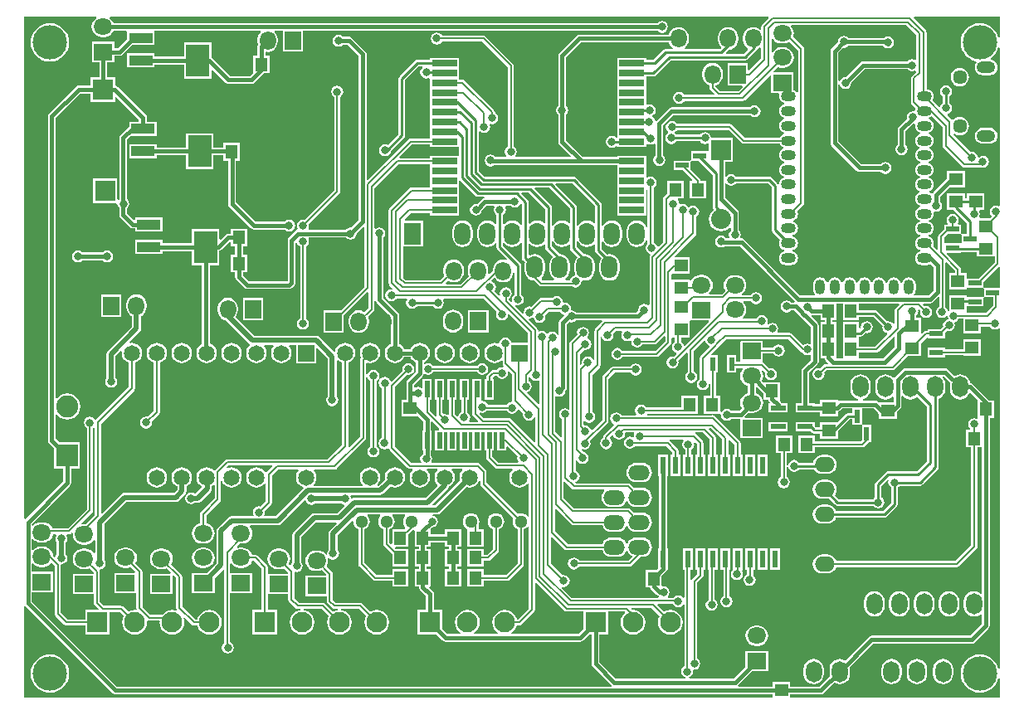
<source format=gbl>
G04*
G04 #@! TF.GenerationSoftware,Altium Limited,Altium Designer,18.1.6 (161)*
G04*
G04 Layer_Physical_Order=2*
G04 Layer_Color=16711680*
%FSTAX24Y24*%
%MOIN*%
G70*
G01*
G75*
%ADD10C,0.0200*%
%ADD12C,0.0080*%
%ADD18C,0.0100*%
%ADD23R,0.0550X0.0500*%
%ADD24R,0.0500X0.0550*%
%ADD25O,0.0400X0.0600*%
%ADD26O,0.0600X0.0400*%
%ADD30R,0.0945X0.0394*%
%ADD31R,0.0945X0.1299*%
%ADD64O,0.0750X0.0480*%
%ADD88C,0.0150*%
%ADD91C,0.0570*%
%ADD92C,0.0240*%
%ADD93R,0.0750X0.0650*%
%ADD94O,0.0750X0.0650*%
%ADD95C,0.0512*%
%ADD96O,0.0650X0.0900*%
%ADD97R,0.0650X0.0900*%
%ADD98C,0.1380*%
%ADD99C,0.0650*%
%ADD100R,0.0650X0.0650*%
%ADD101O,0.0650X0.0750*%
%ADD102O,0.0650X0.0850*%
%ADD103R,0.0650X0.0850*%
%ADD104R,0.0650X0.0750*%
%ADD105C,0.0800*%
%ADD106R,0.0800X0.0800*%
%ADD107O,0.0860X0.0600*%
%ADD108C,0.0886*%
%ADD109R,0.0886X0.0886*%
%ADD110R,0.0827X0.0827*%
%ADD111C,0.0827*%
%ADD112R,0.0827X0.0827*%
%ADD113C,0.0315*%
%ADD114C,0.0240*%
%ADD115O,0.0800X0.0600*%
%ADD116R,0.0520X0.0220*%
%ADD117R,0.0220X0.0520*%
%ADD118R,0.1000X0.0256*%
%ADD119R,0.0210X0.0670*%
%ADD120R,0.0210X0.0710*%
%ADD121R,0.0600X0.0210*%
G36*
X039988Y049856D02*
X039733Y049602D01*
X039707Y049562D01*
X039698Y049516D01*
Y049413D01*
X039648Y049391D01*
X039579Y049444D01*
X039481Y049485D01*
X039375Y049499D01*
X039269Y049485D01*
X039171Y049444D01*
X039086Y049379D01*
X039021Y049294D01*
X03898Y049196D01*
X038967Y04909D01*
Y04899D01*
X03898Y048884D01*
X039021Y048786D01*
X039086Y048701D01*
X039147Y048655D01*
X039155Y048593D01*
X038995Y048433D01*
X038295D01*
X038276Y048479D01*
X038381Y048584D01*
X038471Y048595D01*
X038569Y048636D01*
X038654Y048701D01*
X038719Y048786D01*
X03876Y048884D01*
X038773Y04899D01*
Y04909D01*
X03876Y049196D01*
X038719Y049294D01*
X038654Y049379D01*
X038569Y049444D01*
X038471Y049485D01*
X038365Y049499D01*
X038259Y049485D01*
X038161Y049444D01*
X038076Y049379D01*
X038011Y049294D01*
X03797Y049196D01*
X037957Y04909D01*
Y04899D01*
X03797Y048884D01*
X038011Y048786D01*
X038076Y048701D01*
X038079Y048656D01*
X038035Y048613D01*
X036631D01*
X036614Y048663D01*
X036664Y048701D01*
X036729Y048786D01*
X03677Y048884D01*
X036783Y04899D01*
Y04909D01*
X03677Y049196D01*
X036729Y049294D01*
X036664Y049379D01*
X036579Y049444D01*
X036481Y049485D01*
X036375Y049499D01*
X036269Y049485D01*
X036171Y049444D01*
X036086Y049379D01*
X036021Y049294D01*
X035981Y049198D01*
X0324D01*
X03234Y049186D01*
X032288Y049152D01*
X031588Y048452D01*
X031554Y0484D01*
X031542Y04834D01*
Y04634D01*
X031529Y046331D01*
X031476Y046253D01*
X031458Y04616D01*
X031476Y046067D01*
X031529Y045989D01*
X031542Y04598D01*
Y044879D01*
X031554Y044819D01*
X031588Y044767D01*
X03204Y044316D01*
X032021Y04427D01*
X029831D01*
X029813Y04432D01*
X029859Y044387D01*
X029877Y04448D01*
X029859Y044573D01*
X029806Y044651D01*
X029757Y044684D01*
Y04794D01*
X029748Y047987D01*
X029722Y048027D01*
X028622Y049127D01*
X028582Y049153D01*
X028535Y049162D01*
X026869D01*
X026836Y049211D01*
X026758Y049264D01*
X026665Y049282D01*
X026572Y049264D01*
X026494Y049211D01*
X026441Y049133D01*
X026423Y04904D01*
X026441Y048947D01*
X026494Y048869D01*
X026572Y048816D01*
X026665Y048798D01*
X026758Y048816D01*
X026836Y048869D01*
X026869Y048918D01*
X028484D01*
X029513Y047889D01*
Y044684D01*
X029464Y044651D01*
X029411Y044573D01*
X029393Y04448D01*
X029411Y044387D01*
X029457Y04432D01*
X029439Y04427D01*
X02902D01*
X028995Y044307D01*
X028917Y044359D01*
X028824Y044378D01*
X028732Y044359D01*
X028653Y044307D01*
X028601Y044228D01*
X028582Y044136D01*
X028601Y044043D01*
X028653Y043965D01*
X028732Y043912D01*
X028824Y043894D01*
X028917Y043912D01*
X028979Y043953D01*
X03392D01*
Y04351D01*
Y043116D01*
Y042722D01*
Y042329D01*
Y041935D01*
X03508D01*
Y042329D01*
Y042722D01*
Y042966D01*
X03513Y042994D01*
X035133Y042993D01*
Y041469D01*
X035083Y04146D01*
X035054Y041529D01*
X034989Y041614D01*
X034904Y041679D01*
X034806Y04172D01*
X0347Y041733D01*
X034594Y04172D01*
X034496Y041679D01*
X034411Y041614D01*
X034346Y041529D01*
X034305Y041431D01*
X034292Y041325D01*
Y041075D01*
X034305Y040969D01*
X034346Y040871D01*
X034411Y040786D01*
X034496Y040721D01*
X034594Y04068D01*
X0347Y040667D01*
X034806Y04068D01*
X034904Y040721D01*
X034989Y040786D01*
X035054Y040871D01*
X035083Y04094D01*
X035133Y040931D01*
Y040797D01*
X035124Y040791D01*
X035071Y040713D01*
X035053Y04062D01*
X035071Y040527D01*
X035124Y040449D01*
X035202Y040396D01*
X035224Y040392D01*
X035229Y040376D01*
X035235Y040339D01*
X035212Y040304D01*
X035203Y040258D01*
Y038342D01*
X035153Y038319D01*
X035093Y038359D01*
X035Y038377D01*
X034907Y038359D01*
X034829Y038306D01*
X034776Y038228D01*
X034758Y038135D01*
X034761Y038119D01*
X03467Y038028D01*
X03225D01*
X032241Y038041D01*
X032163Y038094D01*
X032096Y038107D01*
X032054Y038156D01*
X03206Y038183D01*
X032041Y038275D01*
X031989Y038354D01*
X03191Y038406D01*
X031818Y038425D01*
X031769Y038415D01*
X031727Y038458D01*
X031727Y03846D01*
X031709Y038553D01*
X031656Y038631D01*
X031578Y038684D01*
X031485Y038702D01*
X031392Y038684D01*
X031314Y038631D01*
X031305Y038617D01*
X03086D01*
X030814Y038608D01*
X030774Y038582D01*
X030458Y038266D01*
X0304Y038277D01*
X030308Y038259D01*
X030229Y038206D01*
X030177Y038128D01*
X030158Y038035D01*
X030164Y038008D01*
X030118Y037983D01*
X029807Y038293D01*
X029813Y038306D01*
X029837Y038334D01*
X02992Y038318D01*
X030013Y038336D01*
X030091Y038389D01*
X030144Y038467D01*
X030162Y03856D01*
X030144Y038653D01*
X030091Y038731D01*
X030053Y038757D01*
Y039923D01*
X030042Y039973D01*
X030014Y040016D01*
X029333Y040698D01*
Y040806D01*
X029383Y040823D01*
X029411Y040786D01*
X029496Y040721D01*
X029594Y04068D01*
X0297Y040667D01*
X029806Y04068D01*
X029904Y040721D01*
X029989Y040786D01*
X030039Y040851D01*
X030089Y040834D01*
Y040219D01*
X030099Y040168D01*
X030128Y040125D01*
X030203Y04005D01*
X030192Y039965D01*
Y039715D01*
X030205Y039609D01*
X030246Y039511D01*
X030311Y039426D01*
X030396Y039361D01*
X030494Y03932D01*
X030578Y039309D01*
X030774Y039113D01*
X030814Y039087D01*
X030861Y039078D01*
X032108D01*
X032147Y039051D01*
X03224Y039033D01*
X032333Y039051D01*
X032411Y039104D01*
X032464Y039182D01*
X032482Y039274D01*
X032482Y039275D01*
X032525Y039316D01*
X0326Y039307D01*
X032706Y03932D01*
X032804Y039361D01*
X032889Y039426D01*
X032954Y039511D01*
X032995Y039609D01*
X033008Y039715D01*
Y039965D01*
X032995Y040071D01*
X032954Y040169D01*
X032889Y040254D01*
X032804Y040319D01*
X032706Y04036D01*
X0326Y040373D01*
X032579Y040371D01*
X032288Y040663D01*
Y040882D01*
X032338Y040892D01*
X032346Y040871D01*
X032411Y040786D01*
X032496Y040721D01*
X032594Y04068D01*
X0327Y040667D01*
X032806Y04068D01*
X032904Y040721D01*
X032972Y040774D01*
X033022Y040752D01*
Y040525D01*
X033033Y040474D01*
X033061Y040431D01*
X03328Y040213D01*
X033246Y040169D01*
X033205Y040071D01*
X033192Y039965D01*
Y039715D01*
X033205Y039609D01*
X033246Y039511D01*
X033311Y039426D01*
X033396Y039361D01*
X033494Y03932D01*
X0336Y039307D01*
X033706Y03932D01*
X033804Y039361D01*
X033889Y039426D01*
X033954Y039511D01*
X033995Y039609D01*
X034008Y039715D01*
Y039965D01*
X033995Y040071D01*
X033954Y040169D01*
X033889Y040254D01*
X033804Y040319D01*
X033706Y04036D01*
X0336Y040373D01*
X033506Y040361D01*
X033288Y04058D01*
Y040849D01*
X033333Y040886D01*
X03334Y040886D01*
X033346Y040871D01*
X033411Y040786D01*
X033496Y040721D01*
X033594Y04068D01*
X0337Y040667D01*
X033806Y04068D01*
X033904Y040721D01*
X033989Y040786D01*
X034054Y040871D01*
X034095Y040969D01*
X034108Y041075D01*
Y041325D01*
X034095Y041431D01*
X034054Y041529D01*
X033989Y041614D01*
X033904Y041679D01*
X033806Y04172D01*
X0337Y041733D01*
X033594Y04172D01*
X033496Y041679D01*
X033411Y041614D01*
X033346Y041529D01*
X033338Y041508D01*
X033288Y041518D01*
Y042365D01*
X033277Y042416D01*
X033249Y042459D01*
X032264Y043444D01*
X032221Y043472D01*
X03217Y043483D01*
X028592D01*
X028353Y043721D01*
Y045289D01*
X028403Y045309D01*
X028467Y045266D01*
X02856Y045248D01*
X028653Y045266D01*
X028731Y045319D01*
X028784Y045397D01*
X028802Y04549D01*
X028787Y045565D01*
X028816Y045603D01*
X028826Y045609D01*
X02888Y045598D01*
X028973Y045616D01*
X029051Y045669D01*
X029104Y045747D01*
X029122Y04584D01*
X029104Y045933D01*
X029051Y046011D01*
X029002Y046044D01*
Y04608D01*
X028993Y046127D01*
X028967Y046167D01*
X027785Y047348D01*
X027746Y047374D01*
X027699Y047383D01*
X027548D01*
Y047841D01*
Y048256D01*
X026388D01*
Y048181D01*
X025887D01*
X025836Y048171D01*
X025793Y048142D01*
X025172Y047521D01*
X025143Y047478D01*
X025133Y047427D01*
Y0452D01*
X024698Y044765D01*
X024678Y044779D01*
X024585Y044797D01*
X024492Y044779D01*
X024414Y044726D01*
X024361Y044648D01*
X024343Y044555D01*
X024361Y044462D01*
X024414Y044384D01*
X024492Y044331D01*
X024585Y044313D01*
X024678Y044331D01*
X024756Y044384D01*
X024809Y044462D01*
X024818Y044511D01*
X025359Y045052D01*
X025388Y045095D01*
X025398Y045145D01*
Y047373D01*
X025941Y047916D01*
X02608D01*
X026095Y047866D01*
X026069Y047848D01*
X026016Y04777D01*
X025998Y047677D01*
X026016Y047584D01*
X026069Y047506D01*
X026147Y047453D01*
X02624Y047435D01*
X026333Y047453D01*
X026344Y047461D01*
X026388Y04743D01*
Y047053D01*
Y046659D01*
Y046266D01*
Y045872D01*
Y045478D01*
Y045021D01*
X025604D01*
X025557Y045012D01*
X025517Y044985D01*
X023884Y043352D01*
X023838Y043371D01*
Y04842D01*
X023826Y04848D01*
X023792Y048532D01*
X023263Y04906D01*
X023212Y049095D01*
X023152Y049107D01*
X0229D01*
X022891Y04912D01*
X022813Y049172D01*
X02272Y049191D01*
X022627Y049172D01*
X022549Y04912D01*
X022496Y049041D01*
X022478Y048948D01*
X022496Y048856D01*
X022549Y048777D01*
X022627Y048725D01*
X02272Y048706D01*
X022813Y048725D01*
X022891Y048777D01*
X0229Y04879D01*
X023086D01*
X023522Y048355D01*
Y041745D01*
X023216Y041439D01*
X0232Y041442D01*
X023107Y041424D01*
X023029Y041371D01*
X023022Y041361D01*
X021525D01*
X021502Y041405D01*
X021514Y041422D01*
X021532Y041515D01*
X021521Y041573D01*
X022747Y042798D01*
X022773Y042838D01*
X022782Y042885D01*
Y046696D01*
X022831Y046729D01*
X022884Y046807D01*
X022902Y0469D01*
X022884Y046993D01*
X022831Y047071D01*
X022753Y047124D01*
X02266Y047142D01*
X022567Y047124D01*
X022489Y047071D01*
X022436Y046993D01*
X022418Y0469D01*
X022436Y046807D01*
X022489Y046729D01*
X022538Y046696D01*
Y042936D01*
X021348Y041746D01*
X02129Y041757D01*
X021197Y041739D01*
X021119Y041686D01*
X021066Y041608D01*
X021048Y041515D01*
X021066Y041422D01*
X021076Y041407D01*
X021053Y041352D01*
X021038Y041348D01*
X020987Y041314D01*
X020718Y041046D01*
X020684Y040994D01*
X020672Y040934D01*
Y039295D01*
X020665Y039288D01*
X019106D01*
X018878Y039516D01*
Y039645D01*
X01905D01*
Y040355D01*
X018878D01*
Y040685D01*
X01905D01*
Y041395D01*
X01839D01*
Y041198D01*
X01828D01*
X01822Y041186D01*
X018168Y041152D01*
X01798Y040964D01*
X017934Y040983D01*
Y04139D01*
X016829D01*
Y040818D01*
X015651D01*
Y040937D01*
X014546D01*
Y040383D01*
X015651D01*
Y040502D01*
X016829D01*
Y03993D01*
X017224D01*
Y036758D01*
X017216Y036755D01*
X017131Y03669D01*
X017066Y036606D01*
X017026Y036507D01*
X017012Y036402D01*
X017026Y036296D01*
X017066Y036197D01*
X017131Y036113D01*
X017216Y036048D01*
X017314Y036007D01*
X01742Y035993D01*
X017526Y036007D01*
X017624Y036048D01*
X017709Y036113D01*
X017774Y036197D01*
X017814Y036296D01*
X017828Y036402D01*
X017814Y036507D01*
X017774Y036606D01*
X017709Y03669D01*
X017624Y036755D01*
X01754Y03679D01*
Y03993D01*
X017934D01*
Y040509D01*
X01796Y040514D01*
X018012Y040548D01*
X01834Y040876D01*
X01839Y040869D01*
Y040685D01*
X018562D01*
Y040355D01*
X01839D01*
Y039645D01*
X018562D01*
Y03945D01*
X018574Y03939D01*
X018608Y039339D01*
X018929Y039018D01*
X01898Y038984D01*
X01904Y038972D01*
X02073D01*
X02079Y038984D01*
X020842Y039018D01*
X020942Y039118D01*
X020976Y03917D01*
X020988Y03923D01*
Y04083D01*
X021006Y040844D01*
X021061Y040822D01*
X021066Y040797D01*
X021119Y040719D01*
X021168Y040686D01*
Y037794D01*
X021119Y037761D01*
X021066Y037683D01*
X021048Y03759D01*
X021066Y037497D01*
X021119Y037419D01*
X021197Y037366D01*
X02129Y037348D01*
X021383Y037366D01*
X021461Y037419D01*
X021514Y037497D01*
X021532Y03759D01*
X021514Y037683D01*
X021461Y037761D01*
X021412Y037794D01*
Y040686D01*
X021461Y040719D01*
X021514Y040797D01*
X021532Y04089D01*
X021514Y040983D01*
X021502Y041D01*
X021525Y041044D01*
X023018D01*
X023029Y041029D01*
X023107Y040976D01*
X0232Y040958D01*
X023293Y040976D01*
X023371Y041029D01*
X023424Y041107D01*
X023442Y0412D01*
X023439Y041216D01*
X023706Y041483D01*
X023753Y041464D01*
Y039068D01*
X022802Y038118D01*
X022115D01*
Y037208D01*
X022925D01*
Y037895D01*
X023866Y038836D01*
X023913Y038817D01*
Y038218D01*
X023749Y038055D01*
X023734Y038066D01*
X023636Y038107D01*
X02353Y038121D01*
X023424Y038107D01*
X023326Y038066D01*
X023241Y038002D01*
X023176Y037917D01*
X023135Y037818D01*
X023122Y037713D01*
Y037613D01*
X023135Y037507D01*
X023176Y037408D01*
X023241Y037324D01*
X023326Y037259D01*
X023424Y037218D01*
X02353Y037204D01*
X023636Y037218D01*
X023734Y037259D01*
X023819Y037324D01*
X023884Y037408D01*
X023925Y037507D01*
X023938Y037613D01*
Y037713D01*
X023925Y037818D01*
X023905Y037865D01*
X024122Y038081D01*
X024148Y038121D01*
X024157Y038168D01*
Y038489D01*
X024207Y038494D01*
X024209Y038486D01*
X024243Y038435D01*
X024832Y037846D01*
Y036778D01*
X024776Y036755D01*
X024691Y03669D01*
X024626Y036606D01*
X024586Y036507D01*
X024572Y036402D01*
X024586Y036296D01*
X024626Y036197D01*
X024691Y036113D01*
X024776Y036048D01*
X024874Y036007D01*
X02498Y035993D01*
X025086Y036007D01*
X025184Y036048D01*
X025269Y036113D01*
X025334Y036197D01*
X025353Y036244D01*
X025607D01*
X025626Y036197D01*
X025691Y036113D01*
X025776Y036048D01*
X025822Y036029D01*
Y035645D01*
X025488Y035312D01*
X025454Y03526D01*
X025442Y0352D01*
Y03478D01*
Y03451D01*
X025245D01*
Y03385D01*
X025934D01*
X026116Y033669D01*
Y033301D01*
X026089D01*
Y032471D01*
X026116D01*
Y032362D01*
X026069Y032331D01*
X026016Y032253D01*
X025998Y03216D01*
X026016Y032067D01*
X026038Y032035D01*
X026011Y031985D01*
X025633D01*
X02498Y032638D01*
Y035047D01*
X025462Y035529D01*
X02552Y035518D01*
X025613Y035536D01*
X025691Y035589D01*
X025744Y035667D01*
X025762Y03576D01*
X025744Y035853D01*
X025691Y035931D01*
X025613Y035984D01*
X02552Y036002D01*
X025427Y035984D01*
X025349Y035931D01*
X025296Y035853D01*
X025278Y03576D01*
X025289Y035702D01*
X024847Y03526D01*
X024799Y035274D01*
X024795Y035293D01*
X024743Y035371D01*
X024664Y035424D01*
X024572Y035442D01*
X024479Y035424D01*
X0244Y035371D01*
X024348Y035293D01*
X02433Y0352D01*
X024348Y035107D01*
X0244Y035029D01*
X024449Y034996D01*
Y03298D01*
X024391Y032941D01*
X024338Y032863D01*
X02432Y03277D01*
X024338Y032677D01*
X024391Y032599D01*
X024469Y032546D01*
X024562Y032528D01*
X024655Y032546D01*
X024688Y032568D01*
X024743Y032545D01*
X024744Y03254D01*
X024771Y032501D01*
X025495Y031776D01*
X025535Y03175D01*
X025582Y03174D01*
X025679D01*
X025695Y031693D01*
X025691Y03169D01*
X025626Y031606D01*
X025586Y031507D01*
X025572Y031402D01*
X025586Y031296D01*
X025626Y031197D01*
X025691Y031113D01*
X025776Y031048D01*
X025874Y031007D01*
X02598Y030993D01*
X026086Y031007D01*
X026184Y031048D01*
X026269Y031113D01*
X026334Y031197D01*
X026374Y031296D01*
X026388Y031402D01*
X026374Y031507D01*
X026334Y031606D01*
X026269Y03169D01*
X026265Y031693D01*
X026281Y03174D01*
X026679D01*
X026695Y031693D01*
X026691Y03169D01*
X026626Y031606D01*
X026586Y031507D01*
X026572Y031402D01*
X026586Y031296D01*
X026626Y031197D01*
X026691Y031113D01*
X026696Y031109D01*
X0267Y031059D01*
X026224Y030584D01*
X023357D01*
X023287Y03057D01*
X023267Y030556D01*
X023214Y030581D01*
X023204Y030632D01*
X023192Y03065D01*
X023216Y030694D01*
X024397D01*
X024467Y030708D01*
X024527Y030747D01*
X024812Y031033D01*
X024874Y031007D01*
X02498Y030993D01*
X025086Y031007D01*
X025184Y031048D01*
X025269Y031113D01*
X025334Y031197D01*
X025374Y031296D01*
X025388Y031402D01*
X025374Y031507D01*
X025334Y031606D01*
X025269Y03169D01*
X025184Y031755D01*
X025086Y031796D01*
X02498Y03181D01*
X024874Y031796D01*
X024776Y031755D01*
X024691Y03169D01*
X024626Y031606D01*
X024586Y031507D01*
X024572Y031402D01*
X024582Y031322D01*
X024325Y031065D01*
X024293Y031068D01*
X024279Y031094D01*
X024272Y031118D01*
X024334Y031197D01*
X024374Y031296D01*
X024388Y031402D01*
X024374Y031507D01*
X024334Y031606D01*
X024269Y03169D01*
X024184Y031755D01*
X024086Y031796D01*
X02398Y03181D01*
X023874Y031796D01*
X023776Y031755D01*
X023691Y03169D01*
X023626Y031606D01*
X023586Y031507D01*
X023572Y031402D01*
X023586Y031296D01*
X023626Y031197D01*
X023691Y031113D01*
X023697Y031108D01*
X023681Y031061D01*
X021719D01*
X021703Y031108D01*
X021709Y031113D01*
X021774Y031197D01*
X021814Y031296D01*
X021828Y031402D01*
X021814Y031507D01*
X021774Y031606D01*
X021721Y031674D01*
X021743Y031724D01*
X022566D01*
X022613Y031733D01*
X022653Y03176D01*
X023797Y032903D01*
X023823Y032943D01*
X023832Y03299D01*
Y035417D01*
X023882Y035422D01*
X023889Y03539D01*
X023941Y035311D01*
X02399Y035279D01*
Y032658D01*
X023941Y032625D01*
X023889Y032547D01*
X02387Y032454D01*
X023889Y032361D01*
X023941Y032283D01*
X02402Y03223D01*
X024113Y032212D01*
X024205Y03223D01*
X024284Y032283D01*
X024336Y032361D01*
X024355Y032454D01*
X024336Y032547D01*
X024284Y032625D01*
X024235Y032658D01*
Y035279D01*
X024284Y035311D01*
X024336Y03539D01*
X024355Y035483D01*
X024336Y035575D01*
X024284Y035654D01*
X024205Y035706D01*
X024113Y035725D01*
X02402Y035706D01*
X023941Y035654D01*
X023889Y035575D01*
X023882Y035543D01*
X023832Y035548D01*
Y03598D01*
X023855Y035995D01*
X023882Y036006D01*
X02398Y035993D01*
X024086Y036007D01*
X024184Y036048D01*
X024269Y036113D01*
X024334Y036197D01*
X024374Y036296D01*
X024388Y036402D01*
X024374Y036507D01*
X024334Y036606D01*
X024269Y03669D01*
X024184Y036755D01*
X024086Y036796D01*
X02398Y03681D01*
X023874Y036796D01*
X023776Y036755D01*
X023691Y03669D01*
X023626Y036606D01*
X023586Y036507D01*
X023572Y036402D01*
X023586Y036296D01*
X02362Y036213D01*
X023597Y036178D01*
X023588Y036132D01*
Y033041D01*
X023151Y032604D01*
X023096Y032615D01*
X023094Y032618D01*
X023102Y03266D01*
Y036014D01*
X023184Y036048D01*
X023269Y036113D01*
X023334Y036197D01*
X023374Y036296D01*
X023388Y036402D01*
X023374Y036507D01*
X023334Y036606D01*
X023269Y03669D01*
X023184Y036755D01*
X023086Y036796D01*
X02298Y03681D01*
X022874Y036796D01*
X022776Y036755D01*
X022691Y03669D01*
X022626Y036606D01*
X022586Y036507D01*
X02258Y036468D01*
X022533Y036452D01*
X021949Y037036D01*
X02189Y037076D01*
X021819Y03709D01*
X01933D01*
X018576Y037844D01*
X018624Y037906D01*
X018665Y038004D01*
X018678Y03811D01*
Y03821D01*
X018665Y038316D01*
X018624Y038414D01*
X018559Y038499D01*
X018474Y038564D01*
X018376Y038605D01*
X01827Y038618D01*
X018164Y038605D01*
X018066Y038564D01*
X017981Y038499D01*
X017916Y038414D01*
X017875Y038316D01*
X017861Y03821D01*
Y03811D01*
X017875Y038004D01*
X017916Y037906D01*
X017981Y037821D01*
X018066Y037756D01*
X018164Y037715D01*
X018188Y037712D01*
X019124Y036777D01*
X019144Y036763D01*
X019146Y036702D01*
X019131Y03669D01*
X019066Y036606D01*
X019026Y036507D01*
X019012Y036402D01*
X019026Y036296D01*
X019066Y036197D01*
X019131Y036113D01*
X019216Y036048D01*
X019314Y036007D01*
X01942Y035993D01*
X019526Y036007D01*
X019624Y036048D01*
X019709Y036113D01*
X019774Y036197D01*
X019814Y036296D01*
X019828Y036402D01*
X019814Y036507D01*
X019774Y036606D01*
X019722Y036673D01*
X019745Y036723D01*
X020095D01*
X020118Y036673D01*
X020066Y036606D01*
X020026Y036507D01*
X020012Y036402D01*
X020026Y036296D01*
X020066Y036197D01*
X020131Y036113D01*
X020216Y036048D01*
X020314Y036007D01*
X02042Y035993D01*
X020526Y036007D01*
X020624Y036048D01*
X020709Y036113D01*
X020774Y036197D01*
X020814Y036296D01*
X020828Y036402D01*
X020814Y036507D01*
X020774Y036606D01*
X020722Y036673D01*
X020745Y036723D01*
X021015D01*
Y035997D01*
X021825D01*
Y036576D01*
X021871Y036595D01*
X022275Y036191D01*
Y034663D01*
X022235Y034603D01*
X022217Y03451D01*
X022235Y034417D01*
X022288Y034339D01*
X022366Y034286D01*
X022459Y034268D01*
X022552Y034286D01*
X02263Y034339D01*
X022683Y034417D01*
X022701Y03451D01*
X022683Y034603D01*
X022642Y034663D01*
Y036099D01*
X022674Y036109D01*
X022692Y036112D01*
X022776Y036048D01*
X022858Y036014D01*
Y032711D01*
X022276Y032129D01*
X018246D01*
X0182Y032119D01*
X01816Y032093D01*
X017778Y031711D01*
X017768Y031696D01*
X017709Y03169D01*
X017624Y031755D01*
X017526Y031796D01*
X01742Y03181D01*
X017314Y031796D01*
X017216Y031755D01*
X017131Y03169D01*
X017066Y031606D01*
X017026Y031507D01*
X017012Y031402D01*
X017026Y031296D01*
X017066Y031197D01*
X017131Y031113D01*
X017206Y031056D01*
X01722Y030999D01*
X016964Y030744D01*
X016953D01*
X016893Y030784D01*
X0168Y030802D01*
X016707Y030784D01*
X016629Y030731D01*
X016576Y030653D01*
X016558Y03056D01*
X016576Y030467D01*
X016629Y030389D01*
X016707Y030336D01*
X0168Y030318D01*
X016893Y030336D01*
X016953Y030376D01*
X01704D01*
X01711Y03039D01*
X01717Y03043D01*
X01757Y03083D01*
X01761Y03089D01*
X017624Y03096D01*
Y031048D01*
X017624Y031048D01*
X017692Y0311D01*
X017742Y031079D01*
Y030555D01*
X017193Y030007D01*
X017167Y029967D01*
X017158Y02992D01*
Y029549D01*
X017124Y029545D01*
X017026Y029504D01*
X016941Y029439D01*
X016876Y029354D01*
X016835Y029256D01*
X016822Y02915D01*
X016835Y029044D01*
X016876Y028946D01*
X016941Y028861D01*
X017026Y028796D01*
X017124Y028755D01*
X01723Y028742D01*
X01733D01*
X017436Y028755D01*
X017534Y028796D01*
X017619Y028861D01*
X017684Y028946D01*
X017725Y029044D01*
X017738Y02915D01*
X017725Y029256D01*
X017684Y029354D01*
X017619Y029439D01*
X017534Y029504D01*
X017436Y029545D01*
X017402Y029549D01*
Y029869D01*
X017951Y030418D01*
X017978Y030458D01*
X017987Y030505D01*
Y031258D01*
X018037Y031268D01*
X018066Y031197D01*
X018131Y031113D01*
X018216Y031048D01*
X018314Y031007D01*
X01842Y030993D01*
X018526Y031007D01*
X018624Y031048D01*
X018709Y031113D01*
X018774Y031197D01*
X018814Y031296D01*
X018828Y031402D01*
X018814Y031507D01*
X018774Y031606D01*
X018709Y03169D01*
X018624Y031755D01*
X018526Y031796D01*
X01842Y03181D01*
X018314Y031796D01*
X018255Y031771D01*
X018227Y031814D01*
X018297Y031884D01*
X020035D01*
X020054Y031838D01*
X019833Y031617D01*
X019827Y031607D01*
X019794Y031606D01*
X019769Y031611D01*
X019709Y03169D01*
X019624Y031755D01*
X019526Y031796D01*
X01942Y03181D01*
X019314Y031796D01*
X019216Y031755D01*
X019131Y03169D01*
X019066Y031606D01*
X019026Y031507D01*
X019012Y031402D01*
X019026Y031296D01*
X019066Y031197D01*
X019131Y031113D01*
X019216Y031048D01*
X019314Y031007D01*
X01942Y030993D01*
X019526Y031007D01*
X019624Y031048D01*
X019709Y031113D01*
X019748Y031164D01*
X019798Y031147D01*
Y030451D01*
X019578Y030231D01*
X01952Y030242D01*
X019427Y030224D01*
X019349Y030171D01*
X019296Y030093D01*
X019278Y03D01*
X019296Y029907D01*
X019313Y029883D01*
X019289Y029839D01*
X018418D01*
X018347Y029825D01*
X018288Y029785D01*
X01787Y029367D01*
X01783Y029308D01*
X017816Y029237D01*
Y027956D01*
X017425Y027565D01*
X016825D01*
Y026755D01*
X017735D01*
Y027355D01*
X018071Y027692D01*
X018118Y027673D01*
Y024744D01*
X018099Y024731D01*
X018046Y024653D01*
X018028Y02456D01*
X018046Y024467D01*
X018099Y024389D01*
X018177Y024336D01*
X01827Y024318D01*
X018363Y024336D01*
X018441Y024389D01*
X018494Y024467D01*
X018512Y02456D01*
X018494Y024653D01*
X018441Y024731D01*
X018363Y024784D01*
X018362Y024784D01*
Y026755D01*
X019255D01*
Y027565D01*
X018362D01*
Y027928D01*
X018412Y027945D01*
X018461Y027881D01*
X018546Y027816D01*
X018644Y027775D01*
X01875Y027762D01*
X01885D01*
X018956Y027775D01*
X019054Y027816D01*
X019139Y027881D01*
X019204Y027966D01*
X019238Y028048D01*
X019319D01*
X019628Y027739D01*
Y026072D01*
X019257D01*
Y025085D01*
X020243D01*
Y026072D01*
X019872D01*
Y026715D01*
X020693D01*
Y026495D01*
X020702Y026448D01*
X020728Y026408D01*
X020983Y026153D01*
X021023Y026127D01*
X02107Y026118D01*
X021182D01*
X021185Y026068D01*
X021121Y026059D01*
X021001Y02601D01*
X020898Y02593D01*
X020819Y025827D01*
X020769Y025707D01*
X020752Y025579D01*
X020769Y02545D01*
X020819Y02533D01*
X020898Y025227D01*
X021001Y025148D01*
X021121Y025098D01*
X02125Y025081D01*
X021379Y025098D01*
X021499Y025148D01*
X021602Y025227D01*
X021681Y02533D01*
X021731Y02545D01*
X021748Y025579D01*
X021731Y025707D01*
X021681Y025827D01*
X021602Y02593D01*
X021499Y02601D01*
X021379Y026059D01*
X021315Y026068D01*
X021318Y026118D01*
X022038D01*
X022323Y025833D01*
X022319Y025827D01*
X022269Y025707D01*
X022252Y025579D01*
X022269Y02545D01*
X022319Y02533D01*
X022398Y025227D01*
X022501Y025148D01*
X022621Y025098D01*
X02275Y025081D01*
X022879Y025098D01*
X022999Y025148D01*
X023102Y025227D01*
X023181Y02533D01*
X023231Y02545D01*
X023248Y025579D01*
X023231Y025707D01*
X023181Y025827D01*
X023102Y02593D01*
X022999Y02601D01*
X022879Y026059D01*
X022815Y026068D01*
X022818Y026118D01*
X023538D01*
X023823Y025833D01*
X023819Y025827D01*
X023769Y025707D01*
X023752Y025579D01*
X023769Y02545D01*
X023819Y02533D01*
X023898Y025227D01*
X024001Y025148D01*
X024121Y025098D01*
X02425Y025081D01*
X024379Y025098D01*
X024499Y025148D01*
X024602Y025227D01*
X024681Y02533D01*
X024731Y02545D01*
X024748Y025579D01*
X024731Y025707D01*
X024681Y025827D01*
X024602Y02593D01*
X024499Y02601D01*
X024379Y026059D01*
X02425Y026076D01*
X024121Y026059D01*
X024001Y02601D01*
X023996Y026006D01*
X023675Y026327D01*
X023635Y026353D01*
X023589Y026362D01*
X022606D01*
X022486Y026482D01*
Y027526D01*
X022477Y027573D01*
X022451Y027612D01*
X022232Y027831D01*
X022244Y027846D01*
X022285Y027944D01*
X022298Y02805D01*
X022287Y028138D01*
X022289Y02814D01*
X022334Y028162D01*
X0224Y028118D01*
X022492Y028099D01*
X022585Y028118D01*
X022664Y02817D01*
X022716Y028249D01*
X022735Y028341D01*
X022716Y028434D01*
X022676Y028494D01*
Y029063D01*
X023257Y029644D01*
X023303Y029619D01*
X023313Y029542D01*
X023347Y029461D01*
X0234Y02939D01*
X023471Y029337D01*
X023518Y029317D01*
Y027915D01*
X023527Y027868D01*
X023553Y027828D01*
X024108Y027273D01*
X024148Y027247D01*
X024195Y027238D01*
X02487D01*
Y027005D01*
X02553D01*
Y027715D01*
X02487D01*
Y027482D01*
X024246D01*
X023762Y027966D01*
Y029317D01*
X023809Y029337D01*
X02388Y02939D01*
X023933Y029461D01*
X023967Y029542D01*
X023979Y02963D01*
X023967Y029718D01*
X023933Y029799D01*
X023882Y029866D01*
X023886Y029887D01*
X023895Y029916D01*
X024385D01*
X024394Y029887D01*
X024398Y029866D01*
X024347Y029799D01*
X024313Y029718D01*
X024301Y02963D01*
X024313Y029542D01*
X024347Y029461D01*
X0244Y02939D01*
X024471Y029337D01*
X024518Y029317D01*
Y02873D01*
X024527Y028683D01*
X024553Y028643D01*
X02487Y028327D01*
Y027815D01*
X02553D01*
Y028525D01*
X025018D01*
X024984Y028559D01*
X025003Y028605D01*
X02553D01*
Y029117D01*
X025714Y029301D01*
X02572Y029302D01*
X025736Y029295D01*
X02577Y029266D01*
Y028605D01*
X025942D01*
Y028525D01*
X02577D01*
Y027815D01*
X025942D01*
Y027715D01*
X02577D01*
Y027005D01*
X025942D01*
Y027D01*
X025954Y02694D01*
X025988Y026888D01*
X026232Y026645D01*
Y026072D01*
X025897D01*
Y025085D01*
X02666D01*
X026897Y024848D01*
X026948Y024814D01*
X027009Y024802D01*
X032424D01*
X032484Y024814D01*
X032535Y024848D01*
X032772Y025085D01*
X032884D01*
Y023918D01*
X032896Y023857D01*
X03293Y023806D01*
X033683Y023053D01*
X033691Y023048D01*
X033676Y022998D01*
X01383D01*
X010398Y02643D01*
Y026795D01*
X011255D01*
Y027605D01*
X010398D01*
Y027926D01*
X010445Y027942D01*
X010461Y027921D01*
X010546Y027856D01*
X010644Y027815D01*
X01075Y027802D01*
X01085D01*
X010956Y027815D01*
X011054Y027856D01*
X011139Y027921D01*
X011154Y02794D01*
X011203Y027944D01*
X011318Y027829D01*
Y02592D01*
X011327Y025873D01*
X011353Y025833D01*
X011695Y025492D01*
X011735Y025466D01*
X011781Y025456D01*
X012537D01*
Y025085D01*
X013523D01*
Y026D01*
X013936D01*
X014103Y025833D01*
X014099Y025827D01*
X014049Y025707D01*
X014032Y025579D01*
X014049Y02545D01*
X014099Y02533D01*
X014178Y025227D01*
X014281Y025148D01*
X014401Y025098D01*
X01453Y025081D01*
X014659Y025098D01*
X014779Y025148D01*
X014882Y025227D01*
X014961Y02533D01*
X015011Y02545D01*
X015028Y025579D01*
X015024Y025608D01*
X015034Y025621D01*
X015069Y025644D01*
X015103Y025638D01*
X015502D01*
X015535Y0256D01*
X015532Y025579D01*
X015549Y02545D01*
X015599Y02533D01*
X015678Y025227D01*
X015781Y025148D01*
X015901Y025098D01*
X01603Y025081D01*
X016159Y025098D01*
X016279Y025148D01*
X016382Y025227D01*
X016461Y02533D01*
X016511Y02545D01*
X016528Y025579D01*
X016511Y025707D01*
X016498Y025738D01*
X01654Y025767D01*
X016815Y025492D01*
X016855Y025466D01*
X016901Y025456D01*
X017048D01*
X017049Y02545D01*
X017099Y02533D01*
X017178Y025227D01*
X017281Y025148D01*
X017401Y025098D01*
X01753Y025081D01*
X017659Y025098D01*
X017779Y025148D01*
X017882Y025227D01*
X017961Y02533D01*
X018011Y02545D01*
X018028Y025579D01*
X018011Y025707D01*
X017961Y025827D01*
X017882Y02593D01*
X017779Y02601D01*
X017659Y026059D01*
X01753Y026076D01*
X017401Y026059D01*
X017281Y02601D01*
X017178Y02593D01*
X017099Y025827D01*
X017049Y025707D01*
X017048Y025701D01*
X016952D01*
X016442Y026211D01*
Y02741D01*
X016433Y027457D01*
X016407Y027497D01*
X015992Y027911D01*
X016004Y027926D01*
X016045Y028024D01*
X016058Y02813D01*
X016045Y028236D01*
X016004Y028334D01*
X015939Y028419D01*
X015854Y028484D01*
X015756Y028525D01*
X01565Y028538D01*
X01555D01*
X015444Y028525D01*
X015346Y028484D01*
X015261Y028419D01*
X015196Y028334D01*
X015155Y028236D01*
X015142Y02813D01*
X015155Y028024D01*
X015196Y027926D01*
X015261Y027841D01*
X015346Y027776D01*
X015444Y027735D01*
X01555Y027722D01*
X01565D01*
X015756Y027735D01*
X015802Y027755D01*
X015986Y027571D01*
X015967Y027525D01*
X015145D01*
Y026715D01*
X016055D01*
Y027437D01*
X016101Y027456D01*
X016198Y027359D01*
Y02616D01*
X016207Y026113D01*
X016225Y026086D01*
X016193Y026045D01*
X016159Y026059D01*
X01603Y026076D01*
X015901Y026059D01*
X015781Y02601D01*
X015678Y02593D01*
X015641Y025882D01*
X015154D01*
X014842Y026194D01*
Y02761D01*
X014833Y027657D01*
X014807Y027697D01*
X014552Y027951D01*
X014564Y027966D01*
X014605Y028064D01*
X014619Y02817D01*
X014605Y028276D01*
X014564Y028374D01*
X014499Y028459D01*
X014414Y028524D01*
X014316Y028565D01*
X01421Y028578D01*
X01411D01*
X014004Y028565D01*
X013906Y028524D01*
X013821Y028459D01*
X013756Y028374D01*
X013715Y028276D01*
X013701Y02817D01*
X013715Y028064D01*
X013756Y027966D01*
X013821Y027881D01*
X013906Y027816D01*
X014004Y027775D01*
X01411Y027762D01*
X01421D01*
X014316Y027775D01*
X014362Y027795D01*
X014546Y027611D01*
X014527Y027565D01*
X013705D01*
Y026755D01*
X014598D01*
Y026143D01*
X014603Y026117D01*
X014568Y026071D01*
X01453Y026076D01*
X014401Y026059D01*
X014281Y02601D01*
X014276Y026006D01*
X014073Y026208D01*
X014033Y026235D01*
X013987Y026244D01*
X013289D01*
X013127Y026406D01*
Y027625D01*
X013122Y027653D01*
X013121Y027675D01*
X013155Y027706D01*
X013213Y027718D01*
X013291Y02777D01*
X013344Y027849D01*
X013362Y027942D01*
X013344Y028034D01*
X013304Y028094D01*
Y029522D01*
X014198Y030416D01*
X016184D01*
X016254Y03043D01*
X016314Y03047D01*
X01655Y030706D01*
X01659Y030766D01*
X016604Y030836D01*
Y031039D01*
X016624Y031048D01*
X016709Y031113D01*
X016774Y031197D01*
X016814Y031296D01*
X016828Y031402D01*
X016814Y031507D01*
X016774Y031606D01*
X016709Y03169D01*
X016624Y031755D01*
X016526Y031796D01*
X01642Y03181D01*
X016314Y031796D01*
X016216Y031755D01*
X016131Y03169D01*
X016066Y031606D01*
X016026Y031507D01*
X016012Y031402D01*
X016026Y031296D01*
X016066Y031197D01*
X016131Y031113D01*
X016216Y031048D01*
X016236Y031039D01*
Y030912D01*
X016108Y030784D01*
X014122D01*
X014052Y03077D01*
X013993Y03073D01*
X013219Y029956D01*
X013172Y029975D01*
Y033564D01*
X014507Y034898D01*
X014533Y034938D01*
X014542Y034985D01*
Y036014D01*
X014624Y036048D01*
X014709Y036113D01*
X014774Y036197D01*
X014814Y036296D01*
X014828Y036402D01*
X014814Y036507D01*
X014774Y036606D01*
X014709Y03669D01*
X014624Y036755D01*
X014526Y036796D01*
X01442Y03681D01*
X014357Y036802D01*
X014333Y036849D01*
X01473Y037245D01*
X01477Y037305D01*
X014784Y037375D01*
Y037888D01*
X014804Y037896D01*
X014889Y037961D01*
X014954Y038046D01*
X014995Y038144D01*
X015008Y03825D01*
Y03835D01*
X014995Y038456D01*
X014954Y038554D01*
X014889Y038639D01*
X014804Y038704D01*
X014706Y038745D01*
X0146Y038758D01*
X014494Y038745D01*
X014396Y038704D01*
X014311Y038639D01*
X014246Y038554D01*
X014205Y038456D01*
X014191Y03835D01*
Y03825D01*
X014205Y038144D01*
X014246Y038046D01*
X014311Y037961D01*
X014396Y037896D01*
X014416Y037888D01*
Y037451D01*
X01345Y036485D01*
X01341Y036425D01*
X013396Y036355D01*
Y035398D01*
X013356Y035338D01*
X013338Y035245D01*
X013356Y035152D01*
X013409Y035074D01*
X013487Y035021D01*
X01358Y035003D01*
X013673Y035021D01*
X013751Y035074D01*
X013804Y035152D01*
X013822Y035245D01*
X013804Y035338D01*
X013764Y035398D01*
Y036279D01*
X013973Y036488D01*
X01402Y036465D01*
X014012Y036402D01*
X014026Y036296D01*
X014066Y036197D01*
X014131Y036113D01*
X014216Y036048D01*
X014298Y036014D01*
Y035036D01*
X012987Y033725D01*
X012926Y033729D01*
X012924Y03373D01*
X012896Y033771D01*
X012818Y033824D01*
X012725Y033842D01*
X012632Y033824D01*
X012554Y033771D01*
X012501Y033693D01*
X012483Y0336D01*
X012501Y033507D01*
X012554Y033429D01*
X012603Y033396D01*
Y030123D01*
X011839Y02936D01*
X011218D01*
X011204Y029394D01*
X011139Y029479D01*
X011054Y029544D01*
X010956Y029585D01*
X01085Y029598D01*
X01075D01*
X010644Y029585D01*
X010546Y029544D01*
X010461Y029479D01*
X010445Y029458D01*
X010398Y029474D01*
Y029535D01*
X011923Y031059D01*
X011957Y031111D01*
X011969Y031171D01*
Y031761D01*
X012334D01*
Y032806D01*
X011512D01*
X011358Y03296D01*
Y033906D01*
X011405Y033922D01*
X011438Y033879D01*
X011547Y033795D01*
X011675Y033743D01*
X011811Y033725D01*
X011948Y033743D01*
X012075Y033795D01*
X012184Y033879D01*
X012268Y033988D01*
X01232Y034115D01*
X012338Y034252D01*
X01232Y034388D01*
X012268Y034516D01*
X012184Y034625D01*
X012075Y034709D01*
X011948Y034761D01*
X011811Y034779D01*
X011675Y034761D01*
X011547Y034709D01*
X011438Y034625D01*
X011405Y034582D01*
X011358Y034598D01*
Y045855D01*
X012335Y046832D01*
X012765D01*
Y046497D01*
X013752D01*
Y046679D01*
X013798Y046698D01*
X0147Y045796D01*
Y045688D01*
X014306D01*
Y045502D01*
X013953Y045149D01*
X013919Y045098D01*
X013907Y045038D01*
Y042578D01*
X013882Y042554D01*
X013832Y042571D01*
Y043403D01*
X012845D01*
Y042417D01*
X013785D01*
X013833Y0424D01*
X013839Y042369D01*
X013851Y042307D01*
X013904Y042229D01*
X013907Y042227D01*
Y041948D01*
X013919Y041887D01*
X013953Y041836D01*
X014335Y041454D01*
X014387Y04142D01*
X014447Y041407D01*
X014546D01*
Y041289D01*
X015651D01*
Y041842D01*
X014546D01*
Y041761D01*
X014496Y04174D01*
X014223Y042013D01*
Y042213D01*
X014246Y042229D01*
X014299Y042307D01*
X014317Y0424D01*
X014299Y042493D01*
X014246Y042571D01*
X014223Y042587D01*
Y044972D01*
X014385Y045134D01*
X015411D01*
Y045688D01*
X015016D01*
Y045862D01*
X015004Y045922D01*
X01497Y045973D01*
X013842Y047102D01*
X013791Y047136D01*
X013752Y047144D01*
Y047483D01*
X013417D01*
Y048095D01*
X013714D01*
Y048342D01*
X01392D01*
X01398Y048354D01*
X014032Y048388D01*
X014432Y048789D01*
X015331D01*
Y049342D01*
X015377Y049352D01*
X019573Y049352D01*
X019589Y049305D01*
X019581Y049299D01*
X019516Y049214D01*
X019475Y049116D01*
X019461Y04901D01*
Y04891D01*
X019475Y048804D01*
X019484Y048785D01*
X019474Y04877D01*
X019462Y04871D01*
Y048355D01*
X01929D01*
Y047668D01*
X019152Y047531D01*
X018363D01*
X017622Y048272D01*
X017614Y048277D01*
Y04889D01*
X016509D01*
Y048318D01*
X015331D01*
Y048437D01*
X014226D01*
Y047883D01*
X015331D01*
Y048002D01*
X016509D01*
Y04743D01*
X017614D01*
Y047767D01*
X01766Y047786D01*
X018186Y047261D01*
X018237Y047227D01*
X018297Y047214D01*
X019218D01*
X019278Y047227D01*
X019329Y047261D01*
X019713Y047645D01*
X01995D01*
Y048355D01*
X019778D01*
Y048476D01*
X019816Y048509D01*
X01987Y048502D01*
X019976Y048515D01*
X020074Y048556D01*
X020159Y048621D01*
X020224Y048706D01*
X020265Y048804D01*
X020278Y04891D01*
Y04901D01*
X020265Y049116D01*
X020224Y049214D01*
X020159Y049299D01*
X020151Y049305D01*
X020167Y049352D01*
X020475D01*
Y048505D01*
X021285D01*
Y049352D01*
X035528Y049352D01*
X035537Y049339D01*
X035616Y049286D01*
X035708Y049268D01*
X035801Y049286D01*
X03588Y049339D01*
X035932Y049417D01*
X03595Y04951D01*
X035932Y049603D01*
X03588Y049681D01*
X035801Y049734D01*
X035708Y049752D01*
X035616Y049734D01*
X035537Y049681D01*
X035528Y049668D01*
X013681Y049668D01*
X013662Y049714D01*
X013597Y049799D01*
X013527Y049853D01*
X013544Y049903D01*
X039969D01*
X039988Y049856D01*
D02*
G37*
G36*
X049273Y049092D02*
X049223Y049084D01*
X049195Y049176D01*
X049123Y04931D01*
X049027Y049427D01*
X04891Y049523D01*
X048776Y049595D01*
X048631Y049639D01*
X04848Y049654D01*
X048329Y049639D01*
X048184Y049595D01*
X04805Y049523D01*
X047933Y049427D01*
X047837Y04931D01*
X047765Y049176D01*
X047721Y049031D01*
X047706Y04888D01*
X047721Y048729D01*
X047765Y048584D01*
X047837Y04845D01*
X047933Y048333D01*
X04805Y048237D01*
X048184Y048165D01*
X048318Y048124D01*
X048334Y048094D01*
X048339Y04807D01*
X048319Y048043D01*
X048286Y047965D01*
X048275Y047881D01*
X048286Y047798D01*
X048319Y04772D01*
X04837Y047653D01*
X048437Y047602D01*
X048515Y04757D01*
X048598Y047559D01*
X048868D01*
X048952Y04757D01*
X04903Y047602D01*
X049096Y047653D01*
X049148Y04772D01*
X04918Y047798D01*
X049191Y047881D01*
X04918Y047965D01*
X049148Y048043D01*
X049096Y04811D01*
X04903Y048161D01*
X048952Y048193D01*
X048936Y048195D01*
X048932Y0482D01*
X048923Y048247D01*
X049027Y048333D01*
X049123Y04845D01*
X049195Y048584D01*
X049223Y048676D01*
X049273Y048668D01*
Y042313D01*
X049229Y04229D01*
X049208Y042304D01*
X049115Y042322D01*
X049022Y042304D01*
X048944Y042251D01*
X048891Y042173D01*
X048873Y04208D01*
X048891Y041987D01*
X048944Y041909D01*
X048945Y041898D01*
X048877Y04183D01*
X04849D01*
X048464Y041871D01*
X048464Y04188D01*
X048482Y04197D01*
X048464Y042063D01*
X048442Y042095D01*
X048469Y042145D01*
X04866D01*
Y042805D01*
X04795D01*
Y042613D01*
X047875D01*
Y04281D01*
X047165D01*
Y04215D01*
X047433D01*
X047961Y041622D01*
Y04119D01*
X047776D01*
X047754Y04119D01*
X047728Y041229D01*
Y041565D01*
X047603D01*
X047577Y041615D01*
X047612Y041667D01*
X04763Y04176D01*
X047612Y041853D01*
X047559Y041931D01*
X047481Y041984D01*
X047388Y042002D01*
X047295Y041984D01*
X047217Y041931D01*
X047164Y041853D01*
X047146Y04176D01*
X047164Y041667D01*
X047199Y041615D01*
X047172Y041565D01*
X047048D01*
Y041381D01*
X046832Y041165D01*
X046805Y041125D01*
X046796Y041078D01*
Y040573D01*
X046749Y040554D01*
X046606Y040697D01*
X046623Y040737D01*
X046632Y04081D01*
X046623Y040883D01*
X046595Y040951D01*
X04655Y04101D01*
X046491Y041055D01*
X046423Y041083D01*
X046408Y041085D01*
Y041135D01*
X046423Y041137D01*
X046491Y041165D01*
X04655Y04121D01*
X046595Y041269D01*
X046623Y041337D01*
X046632Y04141D01*
X046623Y041483D01*
X046595Y041551D01*
X04655Y04161D01*
X046491Y041655D01*
X046432Y041679D01*
X046427Y041704D01*
Y041706D01*
X046432Y041731D01*
X046491Y041755D01*
X04655Y0418D01*
X046595Y041859D01*
X046623Y041927D01*
X046632Y042D01*
X046626Y042045D01*
X046666Y042087D01*
X046669Y042088D01*
X04672Y042078D01*
X046813Y042096D01*
X046891Y042149D01*
X046944Y042227D01*
X046962Y04232D01*
X046944Y042413D01*
X046891Y042491D01*
X046878Y0425D01*
Y042691D01*
X047237Y04305D01*
X047875D01*
Y04371D01*
X047165D01*
Y043425D01*
X046608Y042868D01*
X046583Y04283D01*
X046536Y042816D01*
X046523Y042815D01*
X046491Y04284D01*
X046453Y042855D01*
Y04291D01*
X046491Y042925D01*
X04655Y04297D01*
X046595Y043029D01*
X046623Y043097D01*
X046632Y04317D01*
X046623Y043243D01*
X046595Y043311D01*
X04655Y04337D01*
X046491Y043415D01*
X046432Y043439D01*
X046427Y043464D01*
Y043466D01*
X046432Y043491D01*
X046491Y043515D01*
X04655Y04356D01*
X046595Y043619D01*
X046623Y043687D01*
X046632Y04376D01*
X046623Y043833D01*
X046595Y043901D01*
X04655Y04396D01*
X046491Y044005D01*
X046423Y044033D01*
X046408Y044035D01*
Y044085D01*
X046423Y044087D01*
X046491Y044115D01*
X04655Y04416D01*
X046595Y044219D01*
X046623Y044287D01*
X046632Y04436D01*
X046623Y044433D01*
X046595Y044501D01*
X04655Y04456D01*
X046491Y044605D01*
X046459Y044618D01*
Y044672D01*
X046491Y044685D01*
X04655Y04473D01*
X046595Y044789D01*
X046623Y044857D01*
X046632Y04493D01*
X046623Y045003D01*
X046595Y045071D01*
X04655Y04513D01*
X046491Y045175D01*
X046423Y045203D01*
X046408Y045205D01*
Y045255D01*
X046423Y045257D01*
X046491Y045285D01*
X04655Y04533D01*
X046595Y045389D01*
X046623Y045457D01*
X046632Y04553D01*
X046623Y045603D01*
X046595Y045671D01*
X04655Y04573D01*
X046491Y045775D01*
X046423Y045803D01*
X046408Y045805D01*
Y045855D01*
X046423Y045857D01*
X046491Y045885D01*
X046542Y045925D01*
X046983Y045484D01*
Y044735D01*
X046992Y044688D01*
X047019Y044648D01*
X047774Y043893D01*
X047814Y043866D01*
X047861Y043857D01*
X048499D01*
X048504Y043858D01*
X048507Y043856D01*
X048599Y043838D01*
X048692Y043856D01*
X048771Y043909D01*
X048823Y043987D01*
X048842Y04408D01*
X048823Y044173D01*
X048771Y044251D01*
X048692Y044304D01*
X048599Y044322D01*
X048507Y044304D01*
X048451Y044267D01*
X048396Y044287D01*
X048384Y04435D01*
X048331Y044428D01*
X048253Y044481D01*
X04816Y044499D01*
X048102Y044488D01*
X047418Y045172D01*
X04742Y045188D01*
X047475Y045209D01*
X047486Y0452D01*
X047575Y045164D01*
X04767Y045151D01*
X047765Y045164D01*
X047854Y0452D01*
X04793Y045259D01*
X047989Y045335D01*
X048026Y045424D01*
X048038Y045519D01*
X048026Y045614D01*
X047989Y045703D01*
X04793Y045779D01*
X047854Y045838D01*
X047765Y045875D01*
X04767Y045887D01*
X047575Y045875D01*
X047486Y045838D01*
X047415Y045784D01*
X047403Y04578D01*
X047353Y045787D01*
X047352Y045789D01*
X047176Y045964D01*
X047191Y046012D01*
X047213Y046016D01*
X047291Y046069D01*
X047344Y046147D01*
X047362Y04624D01*
X047344Y046333D01*
X047291Y046411D01*
X04725Y046439D01*
Y046468D01*
X047253Y04648D01*
Y046725D01*
X047291Y04675D01*
X047344Y046829D01*
X047362Y046922D01*
X047344Y047014D01*
X047291Y047093D01*
X047213Y047145D01*
X04712Y047164D01*
X047027Y047145D01*
X046949Y047093D01*
X046896Y047014D01*
X046878Y046922D01*
X046896Y046829D01*
X046949Y04675D01*
X046987Y046725D01*
Y046489D01*
X046985Y046478D01*
Y046435D01*
X046949Y046411D01*
X046896Y046333D01*
X046892Y046311D01*
X046844Y046296D01*
X04658Y04656D01*
X046595Y046579D01*
X046623Y046647D01*
X046632Y04672D01*
X046623Y046793D01*
X046595Y046861D01*
X04655Y04692D01*
X046491Y046965D01*
X046423Y046993D01*
X04635Y047002D01*
X046342D01*
Y049286D01*
X046333Y049333D01*
X046307Y049373D01*
X045823Y049856D01*
X045842Y049903D01*
X049273D01*
Y049092D01*
D02*
G37*
G36*
X01299Y049853D02*
X01292Y049799D01*
X012855Y049714D01*
X012814Y049616D01*
X0128Y04951D01*
X012814Y049404D01*
X012855Y049306D01*
X01292Y049221D01*
X013004Y049156D01*
X013103Y049115D01*
X013209Y049102D01*
X013309D01*
X013414Y049115D01*
X013513Y049156D01*
X013597Y049221D01*
X013662Y049306D01*
X013681Y049352D01*
X01418D01*
X014226Y049302D01*
Y049029D01*
X013855Y048658D01*
X013714D01*
Y048905D01*
X012804D01*
Y048095D01*
X013101D01*
Y047483D01*
X012765D01*
Y047148D01*
X01227D01*
X01221Y047136D01*
X012158Y047102D01*
X011088Y046032D01*
X011054Y04598D01*
X011042Y04592D01*
Y032894D01*
X011054Y032834D01*
X011088Y032783D01*
X011288Y032583D01*
Y031761D01*
X011653D01*
Y031236D01*
X010147Y029731D01*
X010097Y029752D01*
Y049903D01*
X012973D01*
X01299Y049853D01*
D02*
G37*
G36*
X045915Y049192D02*
Y0482D01*
X045871Y048176D01*
X045853Y048189D01*
X04576Y048207D01*
X045667Y048189D01*
X045589Y048136D01*
X04558Y048123D01*
X043785D01*
X043725Y048111D01*
X043673Y048077D01*
X043091Y047494D01*
X043075Y047497D01*
X042982Y047479D01*
X042904Y047426D01*
X042851Y047348D01*
X042848Y047331D01*
X042798Y047336D01*
Y04847D01*
X042994Y048666D01*
X04301Y048663D01*
X043103Y048681D01*
X043181Y048734D01*
X04319Y048747D01*
X044595D01*
X044619Y048711D01*
X044697Y048658D01*
X04479Y04864D01*
X044883Y048658D01*
X044961Y048711D01*
X045014Y048789D01*
X045032Y048882D01*
X045014Y048975D01*
X044961Y049053D01*
X044883Y049106D01*
X04479Y049124D01*
X044697Y049106D01*
X044634Y049063D01*
X04319D01*
X043181Y049076D01*
X043103Y049129D01*
X04301Y049147D01*
X042917Y049129D01*
X042839Y049076D01*
X042786Y048998D01*
X042768Y048905D01*
X042771Y048889D01*
X042528Y048647D01*
X042494Y048595D01*
X042482Y048535D01*
Y04484D01*
X042494Y04478D01*
X042528Y044728D01*
X043528Y043728D01*
X04358Y043694D01*
X04364Y043682D01*
X0445D01*
X044509Y043669D01*
X044587Y043616D01*
X04468Y043598D01*
X044773Y043616D01*
X044851Y043669D01*
X044904Y043747D01*
X044922Y04384D01*
X044904Y043933D01*
X044851Y044011D01*
X044773Y044064D01*
X04468Y044082D01*
X044587Y044064D01*
X044509Y044011D01*
X0445Y043998D01*
X043705D01*
X042798Y044905D01*
Y047174D01*
X042848Y047179D01*
X042851Y047162D01*
X042904Y047084D01*
X042982Y047031D01*
X043075Y047013D01*
X043168Y047031D01*
X043246Y047084D01*
X043299Y047162D01*
X043317Y047255D01*
X043314Y047271D01*
X04385Y047807D01*
X04558D01*
X045589Y047794D01*
X045667Y047741D01*
X04576Y047723D01*
X045853Y047741D01*
X045902Y047717D01*
X045905Y047685D01*
X045743Y047523D01*
X045717Y047483D01*
X045708Y047436D01*
Y04647D01*
X045717Y046423D01*
X045743Y046383D01*
X045891Y046236D01*
X045877Y046203D01*
X04587Y04615D01*
X045826Y046108D01*
X04578Y046117D01*
X045687Y046099D01*
X045609Y046046D01*
X045556Y045968D01*
X045538Y045875D01*
X04555Y045814D01*
X045218Y045482D01*
X045184Y04543D01*
X045172Y04537D01*
Y04476D01*
X045159Y044751D01*
X045106Y044673D01*
X045088Y04458D01*
X045106Y044487D01*
X045159Y044409D01*
X045237Y044356D01*
X04533Y044338D01*
X045423Y044356D01*
X045501Y044409D01*
X045554Y044487D01*
X045572Y04458D01*
X045554Y044673D01*
X045501Y044751D01*
X045488Y04476D01*
Y045305D01*
X045801Y045617D01*
X045832Y045617D01*
X045873Y04557D01*
X045868Y04553D01*
X045877Y045457D01*
X045905Y045389D01*
X04595Y04533D01*
X046009Y045285D01*
X046077Y045257D01*
X046092Y045255D01*
Y045205D01*
X046077Y045203D01*
X046009Y045175D01*
X04595Y04513D01*
X045905Y045071D01*
X045877Y045003D01*
X045868Y04493D01*
X045877Y044857D01*
X045905Y044789D01*
X04595Y04473D01*
X046009Y044685D01*
X046041Y044672D01*
Y044618D01*
X046009Y044605D01*
X04595Y04456D01*
X045905Y044501D01*
X045877Y044433D01*
X045868Y04436D01*
X045877Y044287D01*
X045905Y044219D01*
X04595Y04416D01*
X046009Y044115D01*
X046077Y044087D01*
X046092Y044085D01*
Y044035D01*
X046077Y044033D01*
X046009Y044005D01*
X04595Y04396D01*
X045905Y043901D01*
X045877Y043833D01*
X045868Y04376D01*
X045877Y043687D01*
X045905Y043619D01*
X04595Y04356D01*
X046009Y043515D01*
X046068Y043491D01*
X046073Y043466D01*
Y043464D01*
X046068Y043439D01*
X046009Y043415D01*
X04595Y04337D01*
X045905Y043311D01*
X045877Y043243D01*
X045868Y04317D01*
X045877Y043097D01*
X045905Y043029D01*
X04595Y04297D01*
X046009Y042925D01*
X046047Y04291D01*
Y042855D01*
X046009Y04284D01*
X04595Y042795D01*
X045905Y042736D01*
X045877Y042668D01*
X045868Y042595D01*
X045877Y042522D01*
X045905Y042454D01*
X04595Y042395D01*
X046009Y04235D01*
X046077Y042322D01*
Y042273D01*
X046009Y042245D01*
X04595Y0422D01*
X045905Y042141D01*
X045877Y042073D01*
X045868Y042D01*
X045877Y041927D01*
X045905Y041859D01*
X04595Y0418D01*
X046009Y041755D01*
X046068Y041731D01*
X046073Y041706D01*
Y041704D01*
X046068Y041679D01*
X046009Y041655D01*
X04595Y04161D01*
X045905Y041551D01*
X045877Y041483D01*
X045868Y04141D01*
X045877Y041337D01*
X045905Y041269D01*
X04595Y04121D01*
X046009Y041165D01*
X046077Y041137D01*
X046092Y041135D01*
Y041085D01*
X046077Y041083D01*
X046009Y041055D01*
X04595Y04101D01*
X045905Y040951D01*
X045877Y040883D01*
X045868Y04081D01*
X045877Y040737D01*
X045905Y040669D01*
X04595Y04061D01*
X046009Y040565D01*
X046077Y040537D01*
X046092Y040535D01*
Y040485D01*
X046077Y040483D01*
X046009Y040455D01*
X04595Y04041D01*
X045905Y040351D01*
X045877Y040283D01*
X045868Y04021D01*
X045877Y040137D01*
X045905Y040069D01*
X04595Y04001D01*
X046009Y039965D01*
X046077Y039937D01*
X04615Y039928D01*
X04635D01*
X046423Y039937D01*
X046491Y039965D01*
X046497Y03997D01*
X046617Y03985D01*
Y03892D01*
X046415Y038718D01*
X045844D01*
X045831Y038768D01*
X04587Y038819D01*
X045898Y038887D01*
X045907Y03896D01*
Y03916D01*
X045898Y039233D01*
X04587Y039301D01*
X045825Y03936D01*
X045766Y039405D01*
X045698Y039433D01*
X045625Y039442D01*
X045552Y039433D01*
X045484Y039405D01*
X045425Y03936D01*
X04538Y039301D01*
X045352Y039233D01*
X04535Y039218D01*
X0453D01*
X045298Y039233D01*
X04527Y039301D01*
X045225Y03936D01*
X045166Y039405D01*
X045098Y039433D01*
X045025Y039442D01*
X044952Y039433D01*
X044884Y039405D01*
X044825Y03936D01*
X04478Y039301D01*
X044752Y039233D01*
X04475Y039218D01*
X0447D01*
X044698Y039233D01*
X04467Y039301D01*
X044625Y03936D01*
X044566Y039405D01*
X044498Y039433D01*
X044425Y039442D01*
X044352Y039433D01*
X044284Y039405D01*
X044225Y03936D01*
X04418Y039301D01*
X044159Y039249D01*
X044106D01*
X044085Y039301D01*
X04404Y03936D01*
X043981Y039405D01*
X043913Y039433D01*
X04384Y039442D01*
X043767Y039433D01*
X043699Y039405D01*
X04364Y03936D01*
X043595Y039301D01*
X043567Y039233D01*
X043565Y039218D01*
X043515D01*
X043513Y039233D01*
X043485Y039301D01*
X04344Y03936D01*
X043381Y039405D01*
X043313Y039433D01*
X04324Y039442D01*
X043167Y039433D01*
X043099Y039405D01*
X04304Y03936D01*
X042995Y039301D01*
X042971Y039242D01*
X042946Y039237D01*
X042944D01*
X042919Y039242D01*
X042895Y039301D01*
X04285Y03936D01*
X042791Y039405D01*
X042723Y039433D01*
X04265Y039442D01*
X042577Y039433D01*
X042509Y039405D01*
X04245Y03936D01*
X042405Y039301D01*
X042381Y039242D01*
X042356Y039237D01*
X042354D01*
X042329Y039242D01*
X042305Y039301D01*
X04226Y03936D01*
X042201Y039405D01*
X042133Y039433D01*
X04206Y039442D01*
X041987Y039433D01*
X041919Y039405D01*
X04186Y03936D01*
X041815Y039301D01*
X041787Y039233D01*
X041778Y03916D01*
Y03896D01*
X041787Y038887D01*
X041815Y038819D01*
X041854Y038768D01*
X041841Y038718D01*
X041265D01*
X039025Y040959D01*
X038973Y040993D01*
X038913Y041005D01*
X038875D01*
X038852Y041049D01*
X038864Y041067D01*
X038882Y04116D01*
X038864Y041252D01*
X038811Y041331D01*
X038798Y04134D01*
Y042035D01*
X038786Y042095D01*
X038752Y042147D01*
X038238Y04266D01*
Y043205D01*
X038288Y04322D01*
X038309Y043189D01*
X038387Y043136D01*
X03848Y043118D01*
X038573Y043136D01*
X038651Y043189D01*
X038677Y043227D01*
X039954D01*
X040107Y043074D01*
Y04136D01*
X040118Y041309D01*
X040146Y041266D01*
X040452Y04096D01*
X040446Y040951D01*
X040417Y040883D01*
X040408Y04081D01*
X040417Y040737D01*
X040446Y040669D01*
X04049Y04061D01*
X040549Y040565D01*
X040617Y040537D01*
X040632Y040535D01*
Y040485D01*
X040617Y040483D01*
X040549Y040455D01*
X04049Y04041D01*
X040446Y040351D01*
X040417Y040283D01*
X040408Y04021D01*
X040417Y040137D01*
X040446Y040069D01*
X04049Y04001D01*
X040549Y039965D01*
X040617Y039937D01*
X04069Y039928D01*
X04089D01*
X040963Y039937D01*
X041031Y039965D01*
X04109Y04001D01*
X041135Y040069D01*
X041163Y040137D01*
X041173Y04021D01*
X041163Y040283D01*
X041135Y040351D01*
X04109Y04041D01*
X041031Y040455D01*
X040963Y040483D01*
X040948Y040485D01*
Y040535D01*
X040963Y040537D01*
X041031Y040565D01*
X04109Y04061D01*
X041135Y040669D01*
X041163Y040737D01*
X041173Y04081D01*
X041163Y040883D01*
X041135Y040951D01*
X04109Y04101D01*
X041031Y041055D01*
X040963Y041083D01*
X040948Y041085D01*
Y041135D01*
X040963Y041137D01*
X041031Y041165D01*
X04109Y04121D01*
X041135Y041269D01*
X041163Y041337D01*
X041173Y04141D01*
X041163Y041483D01*
X041135Y041551D01*
X04109Y04161D01*
X041031Y041655D01*
X040972Y041679D01*
X040968Y041704D01*
Y041706D01*
X040972Y041731D01*
X041031Y041755D01*
X04109Y0418D01*
X041135Y041859D01*
X041163Y041927D01*
X041173Y042D01*
X041163Y042073D01*
X041146Y042113D01*
X041377Y042343D01*
X041403Y042383D01*
X041413Y04243D01*
Y04863D01*
X041403Y048677D01*
X041377Y048716D01*
X041347Y048736D01*
X040973Y04911D01*
X04099Y049149D01*
X041003Y049255D01*
X04099Y049361D01*
X040949Y049459D01*
X040896Y049528D01*
X040918Y049578D01*
X045529D01*
X045915Y049192D01*
D02*
G37*
G36*
X040206Y048966D02*
X040291Y048901D01*
X040389Y04886D01*
X040495Y048847D01*
X040595D01*
X040701Y04886D01*
X040799Y048901D01*
X04082Y048917D01*
X041168Y048569D01*
Y0469D01*
X041118Y046883D01*
X04109Y04692D01*
X041031Y046965D01*
X041Y046978D01*
Y04767D01*
X04022D01*
X040199Y04772D01*
X040368Y047889D01*
X040389Y04788D01*
X040495Y047867D01*
X040595D01*
X040701Y04788D01*
X040799Y047921D01*
X040884Y047986D01*
X040949Y048071D01*
X04099Y048169D01*
X041003Y048275D01*
X04099Y048381D01*
X040949Y048479D01*
X040884Y048564D01*
X040799Y048629D01*
X040701Y04867D01*
X040595Y048684D01*
X040495D01*
X040389Y04867D01*
X040291Y048629D01*
X040206Y048564D01*
X040152Y048494D01*
X040102Y048511D01*
Y049019D01*
X040152Y049036D01*
X040206Y048966D01*
D02*
G37*
G36*
X036021Y048786D02*
X036086Y048701D01*
X036136Y048663D01*
X036119Y048613D01*
X03584D01*
X035789Y048602D01*
X035746Y048574D01*
X035354Y048181D01*
X03508D01*
Y048256D01*
X03392D01*
Y047841D01*
Y047447D01*
Y047053D01*
Y046659D01*
Y046266D01*
Y045872D01*
Y045478D01*
Y045068D01*
X033878Y045053D01*
X03387Y045052D01*
X033793Y045104D01*
X0337Y045122D01*
X033607Y045104D01*
X033529Y045051D01*
X033476Y044973D01*
X033458Y04488D01*
X033476Y044787D01*
X033529Y044709D01*
X033607Y044656D01*
X0337Y044638D01*
X033793Y044656D01*
X03387Y044708D01*
X033878Y044707D01*
X03392Y044692D01*
Y044691D01*
X03508D01*
Y044791D01*
X03513Y044818D01*
X035162Y044796D01*
X035255Y044778D01*
X035348Y044796D01*
X035392Y044826D01*
X035442Y044799D01*
Y044322D01*
X035434Y044316D01*
X035381Y044238D01*
X035363Y044145D01*
X035381Y044052D01*
X035434Y043974D01*
X035512Y043921D01*
X035605Y043903D01*
X035698Y043921D01*
X035776Y043974D01*
X035829Y044052D01*
X035847Y044145D01*
X035829Y044238D01*
X035776Y044316D01*
X035758Y044328D01*
Y045555D01*
X03616Y045957D01*
X039248D01*
X039257Y045944D01*
X039336Y045891D01*
X039428Y045873D01*
X039521Y045891D01*
X0396Y045944D01*
X039652Y046022D01*
X039671Y046115D01*
X039652Y046208D01*
X0396Y046286D01*
X039521Y046339D01*
X039428Y046357D01*
X039336Y046339D01*
X039257Y046286D01*
X039248Y046273D01*
X036095D01*
X036035Y046261D01*
X035983Y046227D01*
X035488Y045732D01*
X035484Y045725D01*
X035431Y045736D01*
X035424Y045773D01*
X035371Y045851D01*
X035318Y045886D01*
X035316Y045904D01*
X035323Y045943D01*
X035391Y045989D01*
X035444Y046067D01*
X035462Y04616D01*
X035444Y046253D01*
X035391Y046331D01*
X035313Y046384D01*
X03522Y046402D01*
X03513Y046384D01*
X035121Y046384D01*
X03508Y04641D01*
Y046659D01*
Y047053D01*
Y047522D01*
X03536D01*
X035411Y047532D01*
X035454Y047561D01*
X03606Y048167D01*
X03905D01*
X039101Y048178D01*
X039144Y048206D01*
X039522Y048585D01*
X039548Y048623D01*
X039579Y048636D01*
X039648Y048689D01*
X039698Y048667D01*
Y048246D01*
X039205Y047753D01*
X039155Y047774D01*
Y048055D01*
X038345D01*
Y047145D01*
X038926D01*
X038945Y047099D01*
X038779Y046932D01*
X038041D01*
X037862Y047111D01*
Y047162D01*
X037944Y047196D01*
X038029Y047261D01*
X038094Y047346D01*
X038135Y047444D01*
X038148Y04755D01*
Y04765D01*
X038135Y047756D01*
X038094Y047854D01*
X038029Y047939D01*
X037944Y048004D01*
X037846Y048045D01*
X03774Y048059D01*
X037634Y048045D01*
X037536Y048004D01*
X037451Y047939D01*
X037386Y047854D01*
X037345Y047756D01*
X037332Y04765D01*
Y04755D01*
X037345Y047444D01*
X037386Y047346D01*
X037451Y047261D01*
X037536Y047196D01*
X037618Y047162D01*
Y04706D01*
X037627Y047013D01*
X037653Y046973D01*
X037809Y046818D01*
X03779Y046772D01*
X036604D01*
X036571Y046821D01*
X036493Y046873D01*
X0364Y046892D01*
X036307Y046873D01*
X036229Y046821D01*
X036176Y046742D01*
X036158Y04665D01*
X036176Y046557D01*
X036229Y046478D01*
X036307Y046426D01*
X0364Y046407D01*
X036493Y046426D01*
X036571Y046478D01*
X036604Y046527D01*
X038956D01*
X039003Y046537D01*
X039042Y046563D01*
X04004Y047561D01*
X04009Y04754D01*
Y04686D01*
X0404D01*
X040428Y046818D01*
X040417Y046793D01*
X040408Y04672D01*
X040417Y046647D01*
X040446Y046579D01*
X04049Y04652D01*
X040549Y046475D01*
X040608Y046451D01*
X040613Y046426D01*
Y046424D01*
X040608Y046399D01*
X040549Y046375D01*
X04049Y04633D01*
X040446Y046271D01*
X040417Y046203D01*
X040408Y04613D01*
X040417Y046057D01*
X040446Y045989D01*
X04049Y04593D01*
X040549Y045885D01*
X040617Y045857D01*
X040632Y045855D01*
Y045805D01*
X040617Y045803D01*
X040549Y045775D01*
X04049Y04573D01*
X040446Y045671D01*
X040417Y045603D01*
X040408Y04553D01*
X040417Y045457D01*
X040446Y045389D01*
X04049Y04533D01*
X040549Y045285D01*
X040617Y045257D01*
X040632Y045255D01*
Y045205D01*
X040617Y045203D01*
X040549Y045175D01*
X04049Y04513D01*
X040446Y045071D01*
X040438Y045052D01*
X03904D01*
X038516Y045576D01*
X038476Y045602D01*
X038429Y045612D01*
X03631D01*
X036278Y045661D01*
X036199Y045713D01*
X036106Y045732D01*
X036014Y045713D01*
X035935Y045661D01*
X035883Y045582D01*
X035864Y045489D01*
X035883Y045397D01*
X035935Y045318D01*
X035957Y045304D01*
Y045243D01*
X035909Y045211D01*
X035856Y045133D01*
X035838Y04504D01*
X035856Y044947D01*
X035909Y044869D01*
X035987Y044816D01*
X03608Y044798D01*
X036173Y044816D01*
X036251Y044869D01*
X036277Y044907D01*
X037241D01*
X037267Y044869D01*
X037346Y044816D01*
X037438Y044798D01*
X037531Y044816D01*
X037556Y044833D01*
X0376Y044809D01*
Y044543D01*
X037564Y04451D01*
X036884D01*
Y04418D01*
X036884Y044174D01*
X036858Y044135D01*
X036827Y044135D01*
X036178D01*
Y043755D01*
X036535D01*
X036929Y043361D01*
X03691Y043315D01*
X03681D01*
Y042605D01*
X03747D01*
Y043315D01*
X037262D01*
Y043323D01*
X037253Y04337D01*
X037227Y043409D01*
X036858Y043778D01*
Y044085D01*
X036858Y044091D01*
X036884Y04413D01*
X036914Y04413D01*
X037179D01*
X037742Y043566D01*
Y042258D01*
X037753Y042207D01*
X037781Y042164D01*
X03778Y042148D01*
X037738Y042115D01*
X037661Y042015D01*
X037612Y041898D01*
X037596Y041773D01*
X037612Y041647D01*
X037661Y041531D01*
X037738Y04143D01*
X037838Y041353D01*
X037955Y041305D01*
X03808Y041289D01*
X038205Y041305D01*
X038322Y041353D01*
X038422Y04143D01*
X038435Y041446D01*
X038482Y04143D01*
Y04134D01*
X038469Y041331D01*
X038416Y041252D01*
X038398Y04116D01*
X038416Y041067D01*
X038428Y041049D01*
X038405Y041005D01*
X038285D01*
X038254Y041051D01*
X038176Y041104D01*
X038083Y041122D01*
X03799Y041104D01*
X037912Y041051D01*
X037859Y040973D01*
X037841Y04088D01*
X037859Y040787D01*
X037912Y040709D01*
X03799Y040656D01*
X038083Y040638D01*
X038176Y040656D01*
X038225Y040689D01*
X038847D01*
X041054Y038482D01*
X041034Y038432D01*
X0409D01*
X040891Y038445D01*
X040813Y038498D01*
X04072Y038516D01*
X040627Y038498D01*
X040549Y038445D01*
X040496Y038367D01*
X040478Y038274D01*
X040496Y038181D01*
X040549Y038103D01*
X040627Y03805D01*
X04072Y038032D01*
X040813Y03805D01*
X040891Y038103D01*
X0409Y038116D01*
X041021D01*
X041126Y03801D01*
X041136Y037996D01*
X041319Y037813D01*
X041333Y037803D01*
X041694Y037442D01*
Y03678D01*
X04165Y036757D01*
X041633Y036769D01*
X04154Y036787D01*
X041447Y036769D01*
X041375Y03672D01*
X040923Y037172D01*
X040883Y037198D01*
X040837Y037207D01*
X040369D01*
X040345Y037251D01*
X040367Y037284D01*
X040385Y037377D01*
X040367Y037469D01*
X040315Y037548D01*
X040236Y0376D01*
X040143Y037619D01*
X040051Y0376D01*
X039985Y037556D01*
X039949Y037593D01*
X039967Y037685D01*
X039949Y037778D01*
X039896Y037856D01*
X039818Y037909D01*
X039725Y037927D01*
X039633Y037909D01*
X039554Y037856D01*
X039501Y037778D01*
X0395Y037773D01*
X038959D01*
X038942Y037823D01*
X038979Y037851D01*
X039044Y037936D01*
X039085Y038034D01*
X039098Y03814D01*
X039085Y038246D01*
X039044Y038344D01*
X038979Y038429D01*
X03897Y038435D01*
X038987Y038483D01*
X039286D01*
X039319Y038434D01*
X039397Y038381D01*
X03949Y038363D01*
X039583Y038381D01*
X039661Y038434D01*
X039714Y038512D01*
X039732Y038605D01*
X039714Y038698D01*
X039661Y038776D01*
X039583Y038829D01*
X03949Y038847D01*
X039397Y038829D01*
X039319Y038776D01*
X039286Y038727D01*
X038926D01*
X038909Y038777D01*
X038979Y038831D01*
X039044Y038916D01*
X039085Y039014D01*
X039098Y03912D01*
X039085Y039226D01*
X039044Y039324D01*
X038979Y039409D01*
X038894Y039474D01*
X038796Y039515D01*
X03869Y039528D01*
X03859D01*
X038484Y039515D01*
X038386Y039474D01*
X038301Y039409D01*
X038236Y039324D01*
X038195Y039226D01*
X038182Y03912D01*
X038195Y039014D01*
X038236Y038916D01*
X038248Y038901D01*
X038109Y038762D01*
X03761D01*
X037593Y038812D01*
X037631Y038841D01*
X037696Y038926D01*
X037737Y039024D01*
X037751Y03913D01*
X037737Y039236D01*
X037696Y039334D01*
X037631Y039419D01*
X037546Y039484D01*
X037448Y039525D01*
X037342Y039538D01*
X037242D01*
X037136Y039525D01*
X037038Y039484D01*
X036953Y039419D01*
X036888Y039334D01*
X03688Y039314D01*
X03683Y039324D01*
Y03935D01*
X03612D01*
X036087Y039386D01*
Y039554D01*
X03612Y03959D01*
X03683D01*
Y04025D01*
X036235D01*
X036215Y040296D01*
X037047Y041127D01*
X037073Y041167D01*
X037082Y041214D01*
Y041876D01*
X037131Y041909D01*
X037184Y041987D01*
X037202Y04208D01*
X037184Y042173D01*
X037131Y042251D01*
X037053Y042304D01*
X03696Y042322D01*
X036867Y042304D01*
X036824Y042275D01*
X036786Y042254D01*
X03676Y042288D01*
X036731Y042331D01*
X036653Y042384D01*
X03656Y042402D01*
X036467Y042384D01*
X036447Y04237D01*
X036402Y0424D01*
X036384Y042493D01*
X036342Y042555D01*
X036364Y042605D01*
X03657D01*
Y043315D01*
X03591D01*
Y042803D01*
X035791Y042684D01*
X035764Y042644D01*
X035755Y042597D01*
Y040861D01*
X035571Y040676D01*
X035523Y040691D01*
X035519Y040713D01*
X035466Y040791D01*
X035388Y040844D01*
X035377Y040846D01*
Y043046D01*
X035426Y043079D01*
X035479Y043157D01*
X035497Y04325D01*
X035479Y043343D01*
X035426Y043421D01*
X035348Y043474D01*
X035255Y043492D01*
X035162Y043474D01*
X03513Y043452D01*
X03508Y043479D01*
Y043904D01*
Y044319D01*
X03392D01*
Y04427D01*
X032533D01*
X031858Y044945D01*
Y04598D01*
X031871Y045989D01*
X031924Y046067D01*
X031942Y04616D01*
X031924Y046253D01*
X031871Y046331D01*
X031858Y04634D01*
Y048275D01*
X032465Y048882D01*
X035981D01*
X036021Y048786D01*
D02*
G37*
G36*
X026388Y044691D02*
X027547D01*
Y044319D01*
X026388D01*
Y044234D01*
X025177D01*
X025158Y04428D01*
X025655Y044777D01*
X026388D01*
Y044691D01*
D02*
G37*
G36*
X038902Y044843D02*
X038942Y044817D01*
X038989Y044808D01*
X040438D01*
X040446Y044789D01*
X04049Y04473D01*
X040549Y044685D01*
X040581Y044672D01*
Y044618D01*
X040549Y044605D01*
X04049Y04456D01*
X040446Y044501D01*
X040417Y044433D01*
X040408Y04436D01*
X040417Y044287D01*
X040446Y044219D01*
X04049Y04416D01*
X040549Y044115D01*
X040617Y044087D01*
X040632Y044085D01*
Y044035D01*
X040617Y044033D01*
X040549Y044005D01*
X04049Y04396D01*
X040446Y043901D01*
X040417Y043833D01*
X040408Y04376D01*
X040417Y043687D01*
X040446Y043619D01*
X04049Y04356D01*
X040549Y043515D01*
X040608Y043491D01*
X040613Y043466D01*
Y043464D01*
X040608Y043439D01*
X040549Y043415D01*
X04049Y04337D01*
X040446Y043311D01*
X040417Y043243D01*
X04041Y043191D01*
X040378Y043183D01*
X040359Y043184D01*
X040334Y043223D01*
X040103Y043454D01*
X04006Y043482D01*
X040009Y043493D01*
X038677D01*
X038651Y043531D01*
X038573Y043584D01*
X03848Y043602D01*
X038387Y043584D01*
X038309Y043531D01*
X038288Y0435D01*
X038238Y043515D01*
Y04408D01*
X03856D01*
Y04504D01*
X037681D01*
X037662Y045133D01*
X03761Y045211D01*
X037531Y045264D01*
X037438Y045282D01*
X037346Y045264D01*
X037267Y045211D01*
X037241Y045173D01*
X036277D01*
X036251Y045211D01*
X036229Y045226D01*
Y045286D01*
X036278Y045318D01*
X03631Y045367D01*
X038379D01*
X038902Y044843D01*
D02*
G37*
G36*
X02822Y042716D02*
X028263Y042688D01*
X028313Y042677D01*
X028563D01*
X028568Y042627D01*
X028522Y042618D01*
X028471Y042584D01*
X028281Y042394D01*
X02824Y042402D01*
X028147Y042384D01*
X028069Y042331D01*
X028016Y042253D01*
X027998Y04216D01*
X028016Y042067D01*
X028069Y041989D01*
X028147Y041936D01*
X02824Y041918D01*
X028333Y041936D01*
X028411Y041989D01*
X028464Y042067D01*
X028479Y042145D01*
X028648Y042314D01*
X028965D01*
X028988Y04227D01*
X028976Y042253D01*
X028958Y04216D01*
X028976Y042067D01*
X029029Y041989D01*
X029067Y041963D01*
Y041594D01*
X029017Y041577D01*
X028989Y041614D01*
X028904Y041679D01*
X028806Y04172D01*
X0287Y041733D01*
X028594Y04172D01*
X028496Y041679D01*
X028411Y041614D01*
X028346Y041529D01*
X028305Y041431D01*
X028292Y041325D01*
Y041075D01*
X028305Y040969D01*
X028346Y040871D01*
X028411Y040786D01*
X028496Y040721D01*
X028594Y04068D01*
X0287Y040667D01*
X028806Y04068D01*
X028904Y040721D01*
X028989Y040786D01*
X029017Y040823D01*
X029067Y040806D01*
Y040643D01*
X029078Y040592D01*
X029106Y040549D01*
X029471Y040184D01*
X029442Y040142D01*
X029436Y040145D01*
X029331Y040158D01*
X029225Y040145D01*
X029126Y040104D01*
X029042Y040039D01*
X028977Y039954D01*
X028936Y039856D01*
X028922Y03975D01*
Y039728D01*
X02877Y039575D01*
X028722Y039599D01*
X028729Y03965D01*
Y03975D01*
X028715Y039856D01*
X028674Y039954D01*
X02861Y040039D01*
X028525Y040104D01*
X028426Y040145D01*
X028321Y040158D01*
X028215Y040145D01*
X028116Y040104D01*
X028032Y040039D01*
X027967Y039954D01*
X027926Y039856D01*
X027912Y03975D01*
Y03965D01*
X027926Y039544D01*
X027945Y039498D01*
X027615Y039167D01*
X027046D01*
X027027Y039214D01*
X027121Y039308D01*
X027136Y039296D01*
X027235Y039255D01*
X027341Y039242D01*
X027446Y039255D01*
X027545Y039296D01*
X02763Y039361D01*
X027694Y039446D01*
X027735Y039544D01*
X027749Y03965D01*
Y03975D01*
X027735Y039856D01*
X027694Y039954D01*
X02763Y040039D01*
X027545Y040104D01*
X027446Y040145D01*
X027341Y040158D01*
X027235Y040145D01*
X027136Y040104D01*
X027052Y040039D01*
X026987Y039954D01*
X026946Y039856D01*
X026932Y03975D01*
Y03965D01*
X026946Y039544D01*
X026965Y039498D01*
X026795Y039327D01*
X02542D01*
X025322Y039425D01*
Y04067D01*
X026105D01*
Y04173D01*
X025388D01*
X025368Y04178D01*
X025608Y042021D01*
X026388D01*
Y041935D01*
X027548D01*
Y042329D01*
Y042722D01*
Y043116D01*
Y043319D01*
X02755Y043321D01*
X027599Y043337D01*
X02822Y042716D01*
D02*
G37*
G36*
X030089Y042378D02*
Y041566D01*
X030039Y041549D01*
X029989Y041614D01*
X029904Y041679D01*
X029806Y04172D01*
X0297Y041733D01*
X029594Y04172D01*
X029496Y041679D01*
X029411Y041614D01*
X029383Y041577D01*
X029333Y041594D01*
Y041963D01*
X029371Y041989D01*
X029424Y042067D01*
X029442Y04216D01*
X029424Y042253D01*
X029412Y04227D01*
X029435Y042314D01*
X02962D01*
X029624Y042309D01*
X029702Y042256D01*
X029795Y042238D01*
X029888Y042256D01*
X029966Y042309D01*
X030011Y042376D01*
X030055Y042391D01*
X030071Y042393D01*
X030089Y042378D01*
D02*
G37*
G36*
X033022Y04231D02*
Y041648D01*
X032972Y041626D01*
X032904Y041679D01*
X032806Y04172D01*
X0327Y041733D01*
X032594Y04172D01*
X032496Y041679D01*
X032411Y041614D01*
X032346Y041529D01*
X032338Y041508D01*
X032288Y041518D01*
Y042259D01*
X032277Y04231D01*
X032249Y042353D01*
X03143Y043171D01*
X031449Y043217D01*
X032115D01*
X033022Y04231D01*
D02*
G37*
G36*
X032022Y042204D02*
Y041648D01*
X031972Y041626D01*
X031904Y041679D01*
X031806Y04172D01*
X0317Y041733D01*
X031594Y04172D01*
X031496Y041679D01*
X031411Y041614D01*
X031346Y041529D01*
X031338Y041508D01*
X031288Y041518D01*
Y042242D01*
X031288Y042242D01*
X031277Y042293D01*
X031249Y042336D01*
X030594Y042991D01*
X030613Y043037D01*
X031189D01*
X032022Y042204D01*
D02*
G37*
G36*
X031022Y042188D02*
Y041648D01*
X030972Y041626D01*
X030904Y041679D01*
X030806Y04172D01*
X0307Y041733D01*
X030594Y04172D01*
X030496Y041679D01*
X030411Y041614D01*
X030401Y041601D01*
X030354Y041617D01*
Y04246D01*
X030344Y042511D01*
X030315Y042554D01*
X030058Y042811D01*
X030077Y042857D01*
X030353D01*
X031022Y042188D01*
D02*
G37*
G36*
X047706Y041185D02*
X047728Y041185D01*
X047754Y041146D01*
Y040854D01*
X047728Y040815D01*
X047706Y040815D01*
X047048D01*
X04704Y040862D01*
Y041027D01*
X047198Y041185D01*
X047706D01*
D02*
G37*
G36*
X048365Y04027D02*
X049075D01*
X049078Y040221D01*
Y040053D01*
X048425Y0394D01*
X047955D01*
Y03961D01*
X047722D01*
Y039756D01*
X047713Y039803D01*
X047687Y039843D01*
X04714Y040389D01*
X04716Y040435D01*
X047728D01*
Y040452D01*
X048365D01*
Y04027D01*
D02*
G37*
G36*
X031346Y040871D02*
X031411Y040786D01*
X031496Y040721D01*
X031594Y04068D01*
X0317Y040667D01*
X031806Y04068D01*
X031904Y040721D01*
X031972Y040774D01*
X032022Y040752D01*
Y040608D01*
X032033Y040557D01*
X032061Y040514D01*
X032312Y040263D01*
X032311Y040254D01*
X032246Y040169D01*
X032205Y040071D01*
X032192Y039965D01*
Y039715D01*
X032205Y039609D01*
X032224Y039565D01*
X032193Y039508D01*
X032147Y039499D01*
X032069Y039446D01*
X032016Y039368D01*
X032007Y039322D01*
X031836D01*
X031819Y039372D01*
X031889Y039426D01*
X031954Y039511D01*
X031995Y039609D01*
X032008Y039715D01*
Y039965D01*
X031995Y040071D01*
X031954Y040169D01*
X031889Y040254D01*
X031804Y040319D01*
X031706Y04036D01*
X03161Y040372D01*
X031288Y040695D01*
Y040882D01*
X031338Y040892D01*
X031346Y040871D01*
D02*
G37*
G36*
X030411Y040786D02*
X030496Y040721D01*
X030594Y04068D01*
X0307Y040667D01*
X030806Y04068D01*
X030904Y040721D01*
X030972Y040774D01*
X031022Y040752D01*
Y04064D01*
X031033Y040589D01*
X031061Y040546D01*
X031314Y040294D01*
X031311Y040254D01*
X031246Y040169D01*
X031205Y040071D01*
X031192Y039965D01*
Y039715D01*
X031205Y039609D01*
X031246Y039511D01*
X031311Y039426D01*
X031381Y039372D01*
X031364Y039322D01*
X030911D01*
X03087Y039364D01*
X030873Y039414D01*
X030889Y039426D01*
X030954Y039511D01*
X030995Y039609D01*
X031008Y039715D01*
Y039965D01*
X030995Y040071D01*
X030954Y040169D01*
X030889Y040254D01*
X030804Y040319D01*
X030706Y04036D01*
X0306Y040373D01*
X030494Y04036D01*
X030404Y040322D01*
X030354Y040342D01*
Y040783D01*
X030401Y040799D01*
X030411Y040786D01*
D02*
G37*
G36*
X029787Y039634D02*
Y038757D01*
X029749Y038731D01*
X029696Y038653D01*
X029678Y03856D01*
X029694Y038477D01*
X029666Y038453D01*
X029653Y038447D01*
X029562Y038538D01*
Y038596D01*
X029611Y038629D01*
X029664Y038707D01*
X029682Y0388D01*
X029664Y038893D01*
X029611Y038971D01*
X029533Y039024D01*
X02944Y039042D01*
X029347Y039024D01*
X029269Y038971D01*
X029216Y038893D01*
X029198Y0388D01*
X029211Y038734D01*
X029165Y038709D01*
X028985Y038889D01*
X029024Y038947D01*
X029042Y03904D01*
X029024Y039133D01*
X028971Y039211D01*
X028893Y039264D01*
X028871Y039268D01*
X028856Y039316D01*
X028954Y039414D01*
X029004Y03941D01*
X029042Y039361D01*
X029126Y039296D01*
X029225Y039255D01*
X029331Y039242D01*
X029436Y039255D01*
X029535Y039296D01*
X02962Y039361D01*
X029684Y039446D01*
X029725Y039544D01*
X029737Y039637D01*
X029787Y039634D01*
D02*
G37*
G36*
X049273Y039836D02*
Y039025D01*
X048681D01*
X048659Y039025D01*
X048633Y039064D01*
Y039262D01*
X049226Y039856D01*
X049273Y039836D01*
D02*
G37*
G36*
X026388Y04351D02*
Y043053D01*
X02565D01*
X025604Y043043D01*
X025564Y043017D01*
X024763Y042216D01*
X024737Y042176D01*
X024727Y04213D01*
Y039216D01*
X024737Y039169D01*
X024763Y039129D01*
X024897Y038996D01*
X024872Y03895D01*
X024835Y038957D01*
X024742Y038939D01*
X024664Y038886D01*
X024611Y038808D01*
X024593Y038715D01*
X024611Y038622D01*
X024664Y038544D01*
X024742Y038491D01*
X024835Y038473D01*
X024928Y038491D01*
X025006Y038544D01*
X025039Y038593D01*
X025445D01*
X025472Y038543D01*
X025448Y038508D01*
X02543Y038415D01*
X025448Y038322D01*
X025501Y038244D01*
X025579Y038191D01*
X025672Y038173D01*
X025765Y038191D01*
X025843Y038244D01*
X025869Y038282D01*
X026513D01*
X026539Y038244D01*
X026617Y038191D01*
X02671Y038173D01*
X026803Y038191D01*
X026881Y038244D01*
X026934Y038322D01*
X026952Y038415D01*
X026934Y038508D01*
X02691Y038543D01*
X026937Y038593D01*
X028542D01*
X029072Y038062D01*
X029056Y038038D01*
X029038Y037945D01*
X029056Y037852D01*
X029109Y037774D01*
X029187Y037721D01*
X02928Y037703D01*
X029373Y037721D01*
X029451Y037774D01*
X029504Y037852D01*
X029521Y037937D01*
X029566Y037963D01*
X030312Y037216D01*
Y036806D01*
X029655D01*
X029641Y036873D01*
X029589Y036951D01*
X02951Y037004D01*
X029418Y037022D01*
X029325Y037004D01*
X029246Y036951D01*
X029194Y036873D01*
X029182Y03681D01*
X029129Y036778D01*
X029086Y036796D01*
X02898Y03681D01*
X028874Y036796D01*
X028776Y036755D01*
X028691Y03669D01*
X028626Y036606D01*
X028586Y036507D01*
X028572Y036402D01*
X028586Y036296D01*
X028626Y036197D01*
X028691Y036113D01*
X028776Y036048D01*
X028874Y036007D01*
X02898Y035993D01*
X029086Y036007D01*
X029184Y036048D01*
X029252Y0361D01*
X029302Y036079D01*
Y035973D01*
X029312Y035926D01*
X029338Y035886D01*
X029344Y03588D01*
X029319Y035834D01*
X02928Y035842D01*
X029187Y035824D01*
X029109Y035771D01*
X029076Y035722D01*
X02893D01*
X028883Y035713D01*
X028843Y035687D01*
X028687Y03553D01*
X028661Y03549D01*
X028651Y035444D01*
Y035351D01*
X028589D01*
Y034521D01*
X028959D01*
Y035351D01*
X028916D01*
X028904Y035401D01*
X028981Y035478D01*
X029076D01*
X029109Y035429D01*
X029187Y035376D01*
X02928Y035358D01*
X029373Y035376D01*
X029451Y035429D01*
X029504Y035507D01*
X029522Y0356D01*
X029514Y035639D01*
X02956Y035664D01*
X02968Y035544D01*
Y034487D01*
X029689Y034442D01*
X029597Y034424D01*
X029519Y034371D01*
X029486Y034322D01*
X02871D01*
X028709Y034328D01*
X028656Y034406D01*
X028578Y034459D01*
X028485Y034477D01*
X02846Y034497D01*
X028459Y034523D01*
Y035351D01*
X028089D01*
Y034887D01*
X028085Y03487D01*
Y033962D01*
X028094Y033916D01*
X028121Y033876D01*
X028326Y033671D01*
X028307Y033625D01*
X027983D01*
X027957Y033675D01*
X027985Y033717D01*
X028003Y03381D01*
X027985Y033903D01*
X027932Y033981D01*
X027896Y034006D01*
Y034521D01*
X027959D01*
Y035351D01*
X027589D01*
Y034521D01*
X027651D01*
Y034022D01*
X02759Y033981D01*
X027538Y033903D01*
X027532Y033873D01*
X027484Y033859D01*
X027396Y033946D01*
Y034521D01*
X027459D01*
Y035351D01*
X027089D01*
Y034521D01*
X027151D01*
Y033933D01*
X027101Y033906D01*
X027068Y033929D01*
X026975Y033947D01*
X026939Y03394D01*
X026896Y033977D01*
Y034521D01*
X026959D01*
Y035351D01*
X026589D01*
Y034521D01*
X026651D01*
Y033906D01*
X026658Y033874D01*
X026613Y033848D01*
X026396Y034065D01*
Y034521D01*
X026459D01*
Y035351D01*
X026089D01*
Y035026D01*
X026044Y035002D01*
X026013Y035024D01*
X02592Y035042D01*
X025827Y035024D01*
X025802Y035007D01*
X025758Y03503D01*
Y035135D01*
X026092Y035468D01*
X026126Y03552D01*
X02613Y035541D01*
X026186Y035564D01*
X026227Y035536D01*
X02632Y035518D01*
X026413Y035536D01*
X026491Y035589D01*
X026524Y035638D01*
X028276D01*
X028309Y035589D01*
X028387Y035536D01*
X02848Y035518D01*
X028573Y035536D01*
X028651Y035589D01*
X028704Y035667D01*
X028722Y03576D01*
X028704Y035853D01*
X028651Y035931D01*
X028573Y035984D01*
X02848Y036002D01*
X028387Y035984D01*
X028309Y035931D01*
X028276Y035882D01*
X026524D01*
X026491Y035931D01*
X026413Y035984D01*
X02632Y036002D01*
X026227Y035984D01*
X026188Y035957D01*
X026141Y035983D01*
X026141Y03603D01*
X026184Y036048D01*
X026269Y036113D01*
X026334Y036197D01*
X026374Y036296D01*
X026388Y036402D01*
X026374Y036507D01*
X026334Y036606D01*
X026269Y03669D01*
X026184Y036755D01*
X026086Y036796D01*
X02598Y03681D01*
X025874Y036796D01*
X025776Y036755D01*
X025691Y03669D01*
X025626Y036606D01*
X025607Y03656D01*
X025353D01*
X025334Y036606D01*
X025269Y03669D01*
X025184Y036755D01*
X025148Y03677D01*
Y037912D01*
X025136Y037972D01*
X025102Y038023D01*
X024513Y038612D01*
Y04103D01*
X024526Y041039D01*
X024579Y041117D01*
X024597Y04121D01*
X024579Y041303D01*
X024526Y041381D01*
X024448Y041434D01*
X024355Y041452D01*
X024262Y041434D01*
X024207Y041397D01*
X024157Y041424D01*
Y043025D01*
X025122Y043989D01*
X026388D01*
Y04351D01*
D02*
G37*
G36*
X047478Y039706D02*
Y03961D01*
X047245D01*
Y03895D01*
X047955D01*
Y03902D01*
X048611D01*
X048633Y03902D01*
X048659Y038981D01*
Y038689D01*
X048633Y03865D01*
X048611Y03865D01*
X047955D01*
Y03871D01*
X047245D01*
Y038087D01*
X047195Y038082D01*
X047184Y038139D01*
X047131Y038217D01*
X047092Y038243D01*
Y040026D01*
X047139Y040045D01*
X047478Y039706D01*
D02*
G37*
G36*
X049011Y038304D02*
X048722Y038015D01*
X04799D01*
X047955Y03805D01*
Y03827D01*
X048633D01*
Y038606D01*
X048659Y038645D01*
X048681Y038645D01*
X049011D01*
Y038304D01*
D02*
G37*
G36*
X046848Y038639D02*
Y038257D01*
X046789Y038217D01*
X046736Y038139D01*
X046718Y038046D01*
X046736Y037954D01*
X046789Y037875D01*
X046867Y037823D01*
X04696Y037804D01*
X047053Y037823D01*
X047131Y037875D01*
X047135Y037881D01*
X047188Y03787D01*
X047202Y0378D01*
X047204Y037797D01*
X047185Y037751D01*
X047147Y037744D01*
X047069Y037691D01*
X047016Y037613D01*
X046998Y03752D01*
X047005Y037483D01*
X046887Y037365D01*
X046393D01*
Y037297D01*
X046315D01*
X046268Y037288D01*
X046228Y037262D01*
X046165Y037198D01*
X046115Y037219D01*
Y03783D01*
X045918D01*
Y0379D01*
X045931Y037909D01*
X045984Y037987D01*
X046002Y03808D01*
X045992Y03813D01*
X046038Y038155D01*
X046089Y038104D01*
X046078Y038046D01*
X046096Y037954D01*
X046149Y037875D01*
X046227Y037823D01*
X04632Y037804D01*
X046413Y037823D01*
X046491Y037875D01*
X046544Y037954D01*
X046562Y038046D01*
X046544Y038139D01*
X046491Y038217D01*
X046413Y03827D01*
X04632Y038288D01*
X046262Y038277D01*
X046184Y038356D01*
X046203Y038402D01*
X04648D01*
X04654Y038414D01*
X046592Y038448D01*
X046801Y038658D01*
X046848Y038639D01*
D02*
G37*
G36*
X033317Y037662D02*
X033028Y037374D01*
X033002Y037334D01*
X032993Y037287D01*
Y036149D01*
X032943Y036134D01*
X032901Y036196D01*
X032823Y036249D01*
X03273Y036267D01*
X032637Y036249D01*
X032559Y036196D01*
X032506Y036118D01*
X032488Y036025D01*
X032497Y03598D01*
X032451Y035934D01*
X032405Y035953D01*
Y036362D01*
X032572Y036529D01*
X03263Y036518D01*
X032723Y036536D01*
X032801Y036589D01*
X032854Y036667D01*
X032872Y03676D01*
X032854Y036853D01*
X032801Y036931D01*
X032723Y036984D01*
X032711Y036986D01*
X032701Y037035D01*
X032706Y037039D01*
X032759Y037117D01*
X032777Y03721D01*
X032759Y037303D01*
X032706Y037381D01*
X032628Y037434D01*
X032535Y037452D01*
X032442Y037434D01*
X032364Y037381D01*
X032311Y037303D01*
X032293Y03721D01*
X032304Y037152D01*
X032036Y036884D01*
X032009Y036844D01*
X032Y036798D01*
Y034159D01*
X03195Y034132D01*
X031903Y034164D01*
X03181Y034182D01*
X031717Y034164D01*
X031639Y034111D01*
X031586Y034033D01*
X031568Y03394D01*
X031586Y033847D01*
X031639Y033769D01*
X031688Y033736D01*
Y033023D01*
X031641Y033004D01*
X031431Y033214D01*
Y034645D01*
X031476Y034669D01*
X031494Y034656D01*
X031587Y034638D01*
X031679Y034656D01*
X031758Y034709D01*
X03181Y034787D01*
X031829Y03488D01*
X031826Y034896D01*
X031837Y034907D01*
X031871Y034958D01*
X031883Y035018D01*
Y03756D01*
X031973Y037649D01*
X031977Y037646D01*
X03207Y037628D01*
X032163Y037646D01*
X032241Y037699D01*
X03225Y037712D01*
X033296D01*
X033317Y037662D01*
D02*
G37*
G36*
X031646Y038011D02*
X031725Y037959D01*
X031765Y037951D01*
X031779Y037903D01*
X031613Y037737D01*
X031579Y037685D01*
X031567Y037625D01*
Y037139D01*
X031517Y037124D01*
X031473Y037189D01*
X031395Y037241D01*
X031302Y03726D01*
X03121Y037241D01*
X031131Y037189D01*
X031083D01*
X031061Y037222D01*
X030983Y037274D01*
X03089Y037293D01*
X030797Y037274D01*
X030779Y037262D01*
X030735Y037286D01*
Y037315D01*
X030726Y037362D01*
X030699Y037402D01*
X030348Y037752D01*
X030373Y037798D01*
X0304Y037793D01*
X030493Y037811D01*
X030513Y037825D01*
X030559Y037806D01*
X030569Y03776D01*
X030621Y037681D01*
X0307Y037629D01*
X030792Y03761D01*
X030885Y037629D01*
X030964Y037681D01*
X031016Y03776D01*
X031034Y037852D01*
X031023Y03791D01*
X031173Y03806D01*
X031614D01*
X031646Y038011D01*
D02*
G37*
G36*
X045243Y038356D02*
X045083Y038197D01*
X045057Y038157D01*
X045048Y03811D01*
Y037587D01*
X044998Y037572D01*
X044971Y037611D01*
X044893Y037664D01*
X0448Y037682D01*
X044765Y037675D01*
X044346Y038094D01*
X044303Y038122D01*
X044253Y038133D01*
X04363D01*
Y038402D01*
X045224D01*
X045243Y038356D01*
D02*
G37*
G36*
X04297Y037725D02*
X04363D01*
Y037867D01*
X044198D01*
X044569Y037496D01*
X044558Y03744D01*
X044576Y037347D01*
X044629Y037269D01*
X044707Y037216D01*
X044742Y037209D01*
X044759Y037155D01*
X044266Y036662D01*
X04363D01*
Y03689D01*
X04363Y036895D01*
Y03694D01*
X04363Y036945D01*
Y037067D01*
X043697D01*
X043748Y037078D01*
X043791Y037106D01*
X043891Y037207D01*
X043937Y037198D01*
X04403Y037216D01*
X044108Y037269D01*
X044161Y037347D01*
X044179Y03744D01*
X044161Y037533D01*
X044108Y037611D01*
X04403Y037664D01*
X043937Y037682D01*
X043844Y037664D01*
X043766Y037611D01*
X043713Y037533D01*
X043695Y03744D01*
X0437Y037416D01*
X04368Y037399D01*
X04363Y037421D01*
Y03765D01*
X04297D01*
Y036945D01*
X04297Y03694D01*
Y036895D01*
X04297Y03689D01*
Y036185D01*
X042922Y03618D01*
X042778D01*
X04273Y036185D01*
Y036895D01*
X04273D01*
Y03694D01*
X04273D01*
Y03765D01*
X042558D01*
Y037725D01*
X04273D01*
Y038402D01*
X04297D01*
Y037725D01*
D02*
G37*
G36*
X034114Y037239D02*
X034096Y037213D01*
X034078Y03712D01*
X034096Y037027D01*
X034149Y036949D01*
X034227Y036896D01*
X03432Y036878D01*
X034413Y036896D01*
X034437Y036913D01*
X034482Y036883D01*
X034478Y03686D01*
X034496Y036767D01*
X034549Y036689D01*
X034627Y036636D01*
X03472Y036618D01*
X034813Y036636D01*
X034891Y036689D01*
X034924Y036738D01*
X035403D01*
X035449Y036747D01*
X035489Y036773D01*
X035796Y037081D01*
X035843Y037062D01*
Y03688D01*
X035449Y036486D01*
X034119D01*
X034086Y036535D01*
X034008Y036588D01*
X033915Y036606D01*
X033822Y036588D01*
X033744Y036535D01*
X033691Y036457D01*
X033673Y036364D01*
X033691Y036271D01*
X033744Y036193D01*
X033822Y03614D01*
X033915Y036122D01*
X034008Y03614D01*
X034086Y036193D01*
X034119Y036242D01*
X0355D01*
X035547Y036251D01*
X035586Y036277D01*
X036052Y036743D01*
X036078Y036782D01*
X036087Y036829D01*
Y036974D01*
X03612Y03701D01*
X036228D01*
Y036844D01*
X036179Y036811D01*
X036126Y036733D01*
X036108Y03664D01*
X036126Y036547D01*
X036179Y036469D01*
X036257Y036416D01*
X036277Y036412D01*
X036291Y036365D01*
X036184Y036258D01*
X036135Y036267D01*
X036042Y036249D01*
X035964Y036196D01*
X035911Y036118D01*
X035893Y036025D01*
X035911Y035933D01*
X035964Y035854D01*
X036042Y035802D01*
X036135Y035783D01*
X036228Y035802D01*
X036306Y035854D01*
X036359Y035933D01*
X036377Y036025D01*
X036364Y036091D01*
X036543Y036271D01*
X036551Y036276D01*
X036685Y03641D01*
X036735Y036389D01*
Y035629D01*
X036709Y035611D01*
X036656Y035533D01*
X036638Y03544D01*
X036656Y035347D01*
X036709Y035269D01*
X036787Y035216D01*
X03688Y035198D01*
X036973Y035216D01*
X037051Y035269D01*
X037104Y035347D01*
X037122Y03544D01*
X037104Y035533D01*
X037051Y035611D01*
X03698Y035659D01*
Y036481D01*
X037402Y036903D01*
X037456Y036887D01*
X037466Y036836D01*
X037519Y036758D01*
X037597Y036705D01*
X037619Y036701D01*
X037633Y036653D01*
X037261Y036281D01*
X037235Y036241D01*
X037225Y036194D01*
Y035361D01*
X037176Y035329D01*
X037124Y03525D01*
X037106Y035157D01*
X037124Y035065D01*
X037176Y034986D01*
X037255Y034934D01*
X037348Y034915D01*
X03744Y034934D01*
X037519Y034986D01*
X037571Y035065D01*
X037588Y035146D01*
X037638Y035142D01*
Y034675D01*
X0374D01*
Y033965D01*
X038036D01*
X038078Y033923D01*
X038078Y03392D01*
X038096Y033827D01*
X038149Y033749D01*
X038227Y033696D01*
X03832Y033678D01*
X038413Y033696D01*
X038491Y033749D01*
X0385Y033762D01*
X038855D01*
Y032985D01*
X039765D01*
Y033795D01*
X039049D01*
X039028Y033845D01*
X039185Y034001D01*
X03926Y033992D01*
X03936D01*
X039466Y034005D01*
X039564Y034046D01*
X039649Y034111D01*
X039714Y034196D01*
X039755Y034294D01*
X039768Y0344D01*
X039755Y034506D01*
X039714Y034604D01*
X039649Y034689D01*
X039564Y034754D01*
X039468Y034794D01*
Y035018D01*
X039518Y035038D01*
X039788Y034768D01*
X0398Y03476D01*
Y034525D01*
X039979D01*
X039984Y034502D01*
X040018Y034451D01*
X040049Y03442D01*
X04003Y034374D01*
X039992D01*
Y034004D01*
X040753D01*
Y034374D01*
X04052D01*
X040519Y03438D01*
X040484Y034432D01*
X040437Y034479D01*
X040456Y034525D01*
X04046D01*
Y035235D01*
X0398D01*
X0398Y035235D01*
Y035235D01*
X039754Y035249D01*
X039721Y035283D01*
X039755Y035364D01*
X039768Y03547D01*
X039755Y035576D01*
X039714Y035674D01*
X039753Y035705D01*
X039849Y035609D01*
X039838Y035551D01*
X039856Y035458D01*
X039909Y03538D01*
X039987Y035327D01*
X04008Y035309D01*
X040173Y035327D01*
X040251Y03538D01*
X040304Y035458D01*
X040322Y035551D01*
X040304Y035644D01*
X040251Y035722D01*
X040173Y035775D01*
X04008Y035793D01*
X040022Y035782D01*
X039803Y036002D01*
X039766Y036026D01*
X039764Y036061D01*
X039765Y036075D01*
X039765Y036079D01*
Y036376D01*
X040196D01*
X040229Y036327D01*
X040307Y036275D01*
X0404Y036256D01*
X040493Y036275D01*
X040571Y036327D01*
X040624Y036406D01*
X040642Y036498D01*
X040624Y036591D01*
X040571Y03667D01*
X040493Y036722D01*
X0404Y036741D01*
X040307Y036722D01*
X040229Y03667D01*
X040196Y036621D01*
X039765D01*
Y036885D01*
X038855D01*
Y036087D01*
X038855Y036075D01*
X038825Y036037D01*
X0387D01*
Y036305D01*
X03832D01*
Y035625D01*
X0387D01*
Y035793D01*
X038937D01*
X038959Y035743D01*
X038906Y035674D01*
X038865Y035576D01*
X038852Y03547D01*
X038865Y035364D01*
X038906Y035266D01*
X038971Y035181D01*
X039056Y035116D01*
X039152Y035076D01*
Y034794D01*
X039056Y034754D01*
X038971Y034689D01*
X038906Y034604D01*
X038865Y034506D01*
X038852Y0344D01*
X038865Y034294D01*
X038906Y034196D01*
X038918Y034181D01*
X038815Y034078D01*
X0385D01*
X038491Y034091D01*
X038413Y034144D01*
X03832Y034162D01*
X038227Y034144D01*
X038149Y034091D01*
X03811Y034033D01*
X03806Y034048D01*
Y034675D01*
X037882D01*
Y035625D01*
X03795D01*
Y036305D01*
X037696D01*
X037677Y036351D01*
X037891Y036565D01*
X037891Y036565D01*
X038054Y036728D01*
X038054Y036728D01*
X038289Y036963D01*
X040786D01*
X04129Y036458D01*
X04133Y036432D01*
X04133Y036432D01*
X041369Y036374D01*
X041447Y036321D01*
X04154Y036303D01*
X041633Y036321D01*
X04165Y036333D01*
X041694Y03631D01*
Y036134D01*
X041356Y035795D01*
X041321Y035744D01*
X041309Y035684D01*
Y034374D01*
X041087D01*
Y034004D01*
X041848D01*
Y034031D01*
X042062D01*
Y033859D01*
X042772D01*
Y034037D01*
X0428Y034043D01*
X042852Y034077D01*
X042951Y034177D01*
X04336D01*
Y034001D01*
X043199D01*
X043148Y033991D01*
X043105Y033962D01*
X042762Y033619D01*
X042062D01*
Y033411D01*
X041896D01*
X041848Y03346D01*
Y033626D01*
X041087D01*
Y033256D01*
X041677D01*
X041715Y033217D01*
X041758Y033188D01*
X041769Y033186D01*
X041784Y033176D01*
X041831Y033167D01*
X042062D01*
Y032959D01*
X042772D01*
Y033254D01*
X043254Y033736D01*
X04336D01*
Y033529D01*
X04369D01*
X043696Y033529D01*
X043735Y033503D01*
X043735Y033472D01*
Y032895D01*
X043693Y032852D01*
X04184D01*
Y033085D01*
X04118D01*
Y032375D01*
X04184D01*
Y032608D01*
X043767D01*
X043814Y032617D01*
X043854Y032643D01*
X044012Y032801D01*
X044026Y032823D01*
X044115D01*
Y033503D01*
X043785D01*
X043779Y033503D01*
X04374Y033529D01*
X04374Y033559D01*
Y034177D01*
X044205D01*
X044399Y033983D01*
X044425Y033966D01*
Y033765D01*
X045135D01*
Y034027D01*
X04528Y034171D01*
X045314Y034223D01*
X045326Y034283D01*
Y034654D01*
X045376Y034671D01*
X045391Y034651D01*
X045476Y034586D01*
X045574Y034545D01*
X04568Y034532D01*
X045786Y034545D01*
X045884Y034586D01*
X045965Y034648D01*
X046347Y034265D01*
Y032055D01*
X045945Y031653D01*
X0448D01*
X044749Y031642D01*
X044706Y031614D01*
X044306Y031214D01*
X044278Y031171D01*
X044267Y03112D01*
Y030597D01*
X044229Y030571D01*
X044203Y030533D01*
X042815D01*
X042649Y030698D01*
X042672Y030728D01*
X04271Y030821D01*
X042723Y03092D01*
X04271Y031019D01*
X042672Y031112D01*
X042611Y031191D01*
X042532Y031252D01*
X042439Y03129D01*
X04234Y031303D01*
X04214D01*
X042041Y03129D01*
X041948Y031252D01*
X041869Y031191D01*
X041808Y031112D01*
X04177Y031019D01*
X041757Y03092D01*
X04177Y030821D01*
X041808Y030728D01*
X041869Y030649D01*
X041948Y030588D01*
X042041Y03055D01*
X04214Y030537D01*
X04234D01*
X042425Y030548D01*
X042666Y030306D01*
X042709Y030278D01*
X04276Y030267D01*
X044203D01*
X044229Y030229D01*
X044307Y030176D01*
X0444Y030158D01*
X044493Y030176D01*
X044571Y030229D01*
X044624Y030307D01*
X044642Y0304D01*
X044624Y030493D01*
X044571Y030571D01*
X044533Y030597D01*
Y031065D01*
X044767Y031299D01*
X044813Y031275D01*
X044798Y0312D01*
X044816Y031107D01*
X044869Y031029D01*
X044907Y031003D01*
Y030375D01*
X044585Y030053D01*
X042696D01*
X042672Y030112D01*
X042611Y030191D01*
X042532Y030252D01*
X042439Y03029D01*
X04234Y030303D01*
X04214D01*
X042041Y03029D01*
X041948Y030252D01*
X041869Y030191D01*
X041808Y030112D01*
X04177Y030019D01*
X041757Y02992D01*
X04177Y029821D01*
X041808Y029728D01*
X041869Y029649D01*
X041948Y029588D01*
X042041Y02955D01*
X04214Y029537D01*
X04234D01*
X042439Y02955D01*
X042532Y029588D01*
X042611Y029649D01*
X042672Y029728D01*
X042696Y029787D01*
X04464D01*
X044691Y029798D01*
X044734Y029826D01*
X045134Y030226D01*
X045162Y030269D01*
X045173Y03032D01*
Y031003D01*
X045211Y031029D01*
X045237Y031067D01*
X04608D01*
X046131Y031078D01*
X046174Y031106D01*
X046789Y031721D01*
X046817Y031764D01*
X046828Y031815D01*
Y034563D01*
X046884Y034586D01*
X046969Y034651D01*
X047034Y034736D01*
X047075Y034834D01*
X047088Y03494D01*
Y03514D01*
X047075Y035246D01*
X047034Y035344D01*
X046983Y03541D01*
X046999Y035462D01*
X047009Y035465D01*
X047031Y035465D01*
X047281Y035215D01*
X047271Y03514D01*
Y03494D01*
X047285Y034834D01*
X047326Y034736D01*
X047391Y034651D01*
X047476Y034586D01*
X047574Y034545D01*
X04768Y034532D01*
X047786Y034545D01*
X047884Y034586D01*
X047969Y034651D01*
X048034Y034736D01*
X048055Y034787D01*
X048104Y034797D01*
X048358Y034544D01*
X048375Y0345D01*
X048375D01*
X048375Y0345D01*
Y033805D01*
X048368Y033795D01*
X048335Y033766D01*
X048255Y033782D01*
X048162Y033764D01*
X048084Y033711D01*
X048031Y033633D01*
X048013Y03354D01*
X048031Y033447D01*
X048084Y033369D01*
X048089Y033365D01*
X048074Y033315D01*
X047925D01*
Y032605D01*
X048133D01*
Y028676D01*
X047499Y028042D01*
X042701D01*
X042672Y028112D01*
X042611Y028191D01*
X042532Y028252D01*
X042439Y02829D01*
X04234Y028303D01*
X04214D01*
X042041Y02829D01*
X041948Y028252D01*
X041869Y028191D01*
X041808Y028112D01*
X04177Y028019D01*
X041757Y02792D01*
X04177Y027821D01*
X041808Y027728D01*
X041869Y027649D01*
X041948Y027588D01*
X042041Y02755D01*
X04214Y027537D01*
X04234D01*
X042439Y02755D01*
X042532Y027588D01*
X042611Y027649D01*
X042672Y027728D01*
X042701Y027798D01*
X04755D01*
X047597Y027807D01*
X047637Y027833D01*
X048342Y028538D01*
X048368Y028578D01*
X048377Y028625D01*
Y032605D01*
X048562D01*
Y026744D01*
X048512Y026722D01*
X048444Y026774D01*
X048346Y026815D01*
X04824Y026828D01*
X048134Y026815D01*
X048036Y026774D01*
X047951Y026709D01*
X047886Y026624D01*
X047845Y026526D01*
X047832Y02642D01*
Y02622D01*
X047845Y026114D01*
X047886Y026016D01*
X047951Y025931D01*
X048036Y025866D01*
X048134Y025825D01*
X04824Y025812D01*
X048346Y025825D01*
X048444Y025866D01*
X048512Y025918D01*
X048562Y025896D01*
Y025505D01*
X048095Y025038D01*
X044131D01*
X044071Y025026D01*
X044019Y024992D01*
X04307Y024042D01*
X043055Y024054D01*
X042957Y024095D01*
X042851Y024108D01*
X042745Y024095D01*
X042647Y024054D01*
X042562Y023989D01*
X042497Y023904D01*
X042457Y023806D01*
X042443Y0237D01*
Y0235D01*
X042453Y023425D01*
X042026Y022998D01*
X040865D01*
Y023195D01*
X040155D01*
Y022998D01*
X038774D01*
X038759Y023048D01*
X038767Y023053D01*
X039339Y023625D01*
X039975D01*
Y024435D01*
X039065D01*
Y023798D01*
X03859Y023323D01*
X036801D01*
X036796Y023373D01*
X036813Y023376D01*
X036891Y023429D01*
X036944Y023507D01*
X036962Y0236D01*
X036953Y023647D01*
X036988Y023682D01*
X037009Y023678D01*
X037101Y023696D01*
X03718Y023749D01*
X037232Y023827D01*
X037251Y02392D01*
X037232Y024013D01*
X03718Y024091D01*
X037131Y024124D01*
Y027175D01*
X037337Y02738D01*
X037363Y02742D01*
X037372Y027466D01*
Y027685D01*
X037435D01*
Y028555D01*
X037065D01*
Y027685D01*
X037128D01*
Y027517D01*
X036922Y027312D01*
X036904Y027284D01*
X036854Y027297D01*
Y027685D01*
X036935D01*
Y028555D01*
X036565D01*
Y027685D01*
X036609D01*
Y026577D01*
X036559Y026562D01*
X036536Y026596D01*
X036458Y026649D01*
X036365Y026667D01*
X036272Y026649D01*
X036194Y026596D01*
X036174Y026567D01*
X035952D01*
X035937Y026617D01*
X035946Y026624D01*
X035999Y026702D01*
X036017Y026795D01*
X035999Y026888D01*
X035946Y026966D01*
X035868Y027019D01*
X035775Y027037D01*
X035739Y02703D01*
X0357Y027062D01*
Y027436D01*
X035862Y027598D01*
X035896Y02765D01*
X035903Y027685D01*
X035935D01*
Y028555D01*
X035903D01*
Y031445D01*
X035935D01*
Y032315D01*
X035565D01*
Y031445D01*
X035587D01*
Y028555D01*
X035565D01*
Y027748D01*
X035501Y027685D01*
X03504D01*
Y026975D01*
X035224D01*
X035224Y026975D01*
X035258Y026923D01*
X035498Y026683D01*
X03555Y026649D01*
X035575Y026644D01*
X035593Y026617D01*
X035567Y026567D01*
X032086D01*
X03169Y026963D01*
X031714Y027009D01*
X03176Y027D01*
X031853Y027019D01*
X031931Y027071D01*
X031984Y02715D01*
X032002Y027243D01*
X031984Y027335D01*
X031931Y027414D01*
X031853Y027466D01*
X03176Y027485D01*
X031702Y027473D01*
X031242Y027933D01*
Y028999D01*
X031289Y029018D01*
X031793Y028513D01*
X031833Y028487D01*
X03188Y028478D01*
X033309D01*
X033338Y028408D01*
X033399Y028329D01*
X033478Y028268D01*
X033571Y02823D01*
X03367Y028217D01*
X03393D01*
X034029Y02823D01*
X034122Y028268D01*
X034201Y028329D01*
X034262Y028408D01*
X034275Y02844D01*
X034325D01*
X034338Y028408D01*
X034399Y028329D01*
X034478Y028268D01*
X034503Y028258D01*
X034513Y028209D01*
X034368Y028064D01*
X032371D01*
X032339Y028113D01*
X03226Y028165D01*
X032168Y028184D01*
X032075Y028165D01*
X031996Y028113D01*
X031944Y028034D01*
X031925Y027942D01*
X031944Y027849D01*
X031996Y02777D01*
X032075Y027718D01*
X032168Y027699D01*
X03226Y027718D01*
X032339Y02777D01*
X032371Y027819D01*
X034418D01*
X034465Y027829D01*
X034505Y027855D01*
X034867Y028217D01*
X03493D01*
X035029Y02823D01*
X035122Y028268D01*
X035201Y028329D01*
X035262Y028408D01*
X0353Y028501D01*
X035313Y0286D01*
X0353Y028699D01*
X035262Y028792D01*
X035201Y028871D01*
X035122Y028932D01*
X035029Y02897D01*
X03493Y028983D01*
X03467D01*
X034571Y02897D01*
X034478Y028932D01*
X034399Y028871D01*
X034338Y028792D01*
X034325Y02876D01*
X034275D01*
X034262Y028792D01*
X034201Y028871D01*
X034122Y028932D01*
X034029Y02897D01*
X03393Y028983D01*
X03367D01*
X033571Y02897D01*
X033478Y028932D01*
X033399Y028871D01*
X033338Y028792D01*
X033309Y028722D01*
X031931D01*
X031402Y029251D01*
Y030119D01*
X031449Y030138D01*
X032073Y029513D01*
X032113Y029487D01*
X03216Y029478D01*
X033309D01*
X033338Y029408D01*
X033399Y029329D01*
X033478Y029268D01*
X033571Y02923D01*
X03367Y029217D01*
X03393D01*
X034029Y02923D01*
X034122Y029268D01*
X034201Y029329D01*
X034262Y029408D01*
X034275Y02944D01*
X034325D01*
X034338Y029408D01*
X034399Y029329D01*
X034478Y029268D01*
X034571Y02923D01*
X03467Y029217D01*
X03493D01*
X035029Y02923D01*
X035122Y029268D01*
X035201Y029329D01*
X035262Y029408D01*
X0353Y029501D01*
X035313Y0296D01*
X0353Y029699D01*
X035262Y029792D01*
X035201Y029871D01*
X035122Y029932D01*
X035029Y02997D01*
X03493Y029983D01*
X03467D01*
X034599Y029974D01*
X034446Y030127D01*
X034407Y030153D01*
X03436Y030163D01*
X03217D01*
X031765Y030568D01*
Y031204D01*
X031811Y031223D01*
X032081Y030953D01*
X032121Y030927D01*
X032168Y030918D01*
X033383D01*
X033392Y030891D01*
X033396Y030868D01*
X033338Y030792D01*
X0333Y030699D01*
X033287Y0306D01*
X0333Y030501D01*
X033338Y030408D01*
X033399Y030329D01*
X033478Y030268D01*
X033571Y03023D01*
X03367Y030217D01*
X03393D01*
X034029Y03023D01*
X034122Y030268D01*
X034201Y030329D01*
X034262Y030408D01*
X034275Y03044D01*
X034325D01*
X034338Y030408D01*
X034399Y030329D01*
X034478Y030268D01*
X034571Y03023D01*
X03467Y030217D01*
X03493D01*
X035029Y03023D01*
X035122Y030268D01*
X035201Y030329D01*
X035262Y030408D01*
X0353Y030501D01*
X035313Y0306D01*
X0353Y030699D01*
X035262Y030792D01*
X035201Y030871D01*
X035122Y030932D01*
X035029Y03097D01*
X03493Y030983D01*
X03467D01*
X034599Y030974D01*
X034447Y031127D01*
X034407Y031153D01*
X03436Y031162D01*
X032238D01*
X032233Y031212D01*
X032253Y031216D01*
X032331Y031269D01*
X032384Y031347D01*
X032402Y03144D01*
X032384Y031533D01*
X032331Y031611D01*
X032253Y031664D01*
X032245Y031665D01*
Y03209D01*
X032295Y032095D01*
X032296Y032087D01*
X032349Y032009D01*
X032427Y031956D01*
X03252Y031938D01*
X032613Y031956D01*
X032691Y032009D01*
X032744Y032087D01*
X032762Y03218D01*
X032744Y032273D01*
X032691Y032351D01*
X032613Y032404D01*
X032573Y032412D01*
X032475Y032509D01*
X032507Y032548D01*
X032517Y032541D01*
X03261Y032523D01*
X032703Y032541D01*
X032781Y032594D01*
X032834Y032672D01*
X032852Y032765D01*
X032834Y032858D01*
X03282Y032877D01*
X033522Y033578D01*
X033548Y033618D01*
X033557Y033665D01*
Y035367D01*
X033812Y035621D01*
X034439D01*
X034474Y035569D01*
X034552Y035516D01*
X034645Y035498D01*
X034738Y035516D01*
X034816Y035569D01*
X034869Y035647D01*
X034887Y03574D01*
X034869Y035833D01*
X034816Y035911D01*
X034738Y035964D01*
X034645Y035982D01*
X034552Y035964D01*
X034474Y035911D01*
X034444Y035866D01*
X033761D01*
X033714Y035857D01*
X033675Y03583D01*
X033348Y035504D01*
X033322Y035464D01*
X033313Y035417D01*
Y033716D01*
X032903Y033306D01*
X032855Y03332D01*
X032849Y033353D01*
X032796Y033431D01*
X032718Y033484D01*
X032625Y033502D01*
X032615Y0335D01*
X032565Y033541D01*
Y033655D01*
X032615Y033668D01*
X032687Y03362D01*
X03278Y033601D01*
X032873Y03362D01*
X032951Y033672D01*
X033004Y033751D01*
X033022Y033843D01*
X033004Y033936D01*
X032951Y034015D01*
X032902Y034047D01*
Y035524D01*
X033202Y035824D01*
X033228Y035863D01*
X033237Y03591D01*
Y037067D01*
X033287Y037072D01*
X033296Y037027D01*
X033349Y036949D01*
X033427Y036896D01*
X03352Y036878D01*
X033613Y036896D01*
X033691Y036949D01*
X033744Y037027D01*
X033762Y03712D01*
X033751Y037178D01*
X033856Y037283D01*
X03409D01*
X034114Y037239D01*
D02*
G37*
G36*
X037596Y037669D02*
X036625Y036699D01*
X036578Y036713D01*
X036574Y036733D01*
X036521Y036811D01*
X036472Y036844D01*
Y03701D01*
X03683D01*
Y037668D01*
X036831Y037673D01*
X036842Y037715D01*
X037576D01*
X037596Y037669D01*
D02*
G37*
G36*
X045065Y03705D02*
Y036665D01*
X04458Y03618D01*
X043678D01*
X04363Y036185D01*
Y036418D01*
X044317D01*
X044363Y036427D01*
X044403Y036453D01*
X045018Y037069D01*
X045065Y03705D01*
D02*
G37*
G36*
X030414Y035427D02*
X030466Y035349D01*
X030545Y035296D01*
X030637Y035278D01*
X03073Y035296D01*
X030749Y035309D01*
X030793Y035285D01*
Y034359D01*
X030746Y03434D01*
X030296Y03479D01*
X030311Y034837D01*
X030333Y034842D01*
X030411Y034894D01*
X030464Y034973D01*
X030482Y035065D01*
X030464Y035158D01*
X030411Y035237D01*
X030362Y035269D01*
Y03543D01*
X030412Y035435D01*
X030414Y035427D01*
D02*
G37*
G36*
X030134Y033983D02*
X030123Y033925D01*
X030141Y033832D01*
X030194Y033754D01*
X030272Y033701D01*
X030365Y033683D01*
X030458Y033701D01*
X030536Y033754D01*
X030583Y033823D01*
X030627Y033817D01*
X030633Y033815D01*
Y032828D01*
X030586Y032809D01*
X029646Y033749D01*
X029606Y033776D01*
X02956Y033785D01*
X028558D01*
X028377Y033966D01*
X028405Y034009D01*
X028485Y033993D01*
X028578Y034011D01*
X028656Y034064D01*
X028665Y034078D01*
X029486D01*
X029519Y034029D01*
X029597Y033976D01*
X02969Y033958D01*
X029783Y033976D01*
X029861Y034029D01*
X029914Y034107D01*
X029919Y034135D01*
X029967Y03415D01*
X030134Y033983D01*
D02*
G37*
G36*
X029089Y032471D02*
X029459D01*
Y032618D01*
X029505Y032637D01*
X029904Y032238D01*
X029893Y03218D01*
X029911Y032087D01*
X029941Y032042D01*
X029915Y031992D01*
X029141D01*
X028896Y032237D01*
Y032471D01*
X028959D01*
Y03322D01*
X029089D01*
Y032471D01*
D02*
G37*
G36*
X028413Y031258D02*
Y031135D01*
X028422Y031088D01*
X028449Y031048D01*
X029732Y029765D01*
X029713Y029718D01*
X029701Y02963D01*
X029713Y029542D01*
X029747Y029461D01*
X0298Y02939D01*
X029871Y029337D01*
X029918Y029317D01*
Y027957D01*
X029443Y027482D01*
X028551D01*
Y027715D01*
X027891D01*
Y027005D01*
X028551D01*
Y027238D01*
X029494D01*
X02954Y027247D01*
X02958Y027273D01*
X030127Y02782D01*
X030153Y02786D01*
X030162Y027906D01*
Y029317D01*
X030209Y029337D01*
X03028Y02939D01*
X030308Y029427D01*
X030358Y02941D01*
Y026131D01*
X029928Y025701D01*
X029872D01*
X029871Y025707D01*
X029821Y025827D01*
X029742Y02593D01*
X029639Y02601D01*
X029519Y026059D01*
X02939Y026076D01*
X029261Y026059D01*
X029141Y02601D01*
X029038Y02593D01*
X028959Y025827D01*
X028909Y025707D01*
X028892Y025579D01*
X028909Y02545D01*
X028959Y02533D01*
X029038Y025227D01*
X029115Y025168D01*
X029098Y025118D01*
X028182D01*
X028165Y025168D01*
X028242Y025227D01*
X028321Y02533D01*
X028371Y02545D01*
X028388Y025579D01*
X028371Y025707D01*
X028321Y025827D01*
X028242Y02593D01*
X028139Y02601D01*
X028019Y026059D01*
X02789Y026076D01*
X027761Y026059D01*
X027641Y02601D01*
X027538Y02593D01*
X027459Y025827D01*
X027409Y025707D01*
X027392Y025579D01*
X027409Y02545D01*
X027459Y02533D01*
X027538Y025227D01*
X027615Y025168D01*
X027598Y025118D01*
X027074D01*
X026883Y025309D01*
Y026072D01*
X026548D01*
Y02671D01*
X026536Y02677D01*
X026502Y026822D01*
X026365Y026959D01*
X026384Y027005D01*
X02643D01*
Y027715D01*
X026258D01*
Y027815D01*
X02643D01*
Y028525D01*
X026258D01*
Y028605D01*
X02643D01*
Y028802D01*
X026991D01*
Y028605D01*
X027163D01*
Y028525D01*
X026991D01*
Y027815D01*
X027163D01*
Y027715D01*
X026991D01*
Y027005D01*
X027651D01*
Y027715D01*
X027479D01*
Y027815D01*
X027651D01*
Y028525D01*
X027479D01*
Y028605D01*
X027651D01*
Y029315D01*
X026991D01*
Y029118D01*
X02643D01*
Y029315D01*
X02643D01*
X026415Y029352D01*
X026454Y029391D01*
X02647Y029388D01*
X026562Y029406D01*
X026641Y029459D01*
X026693Y029537D01*
X026712Y02963D01*
X026693Y029723D01*
X026641Y029801D01*
X026562Y029854D01*
X026498Y029866D01*
X026503Y029916D01*
X026678D01*
X026749Y02993D01*
X026808Y02997D01*
X027854Y031016D01*
X027874Y031007D01*
X02798Y030993D01*
X028086Y031007D01*
X028184Y031048D01*
X028269Y031113D01*
X028334Y031197D01*
X028363Y031268D01*
X028413Y031258D01*
D02*
G37*
G36*
X027695Y031693D02*
X027691Y03169D01*
X027626Y031606D01*
X027586Y031507D01*
X027572Y031402D01*
X027586Y031296D01*
X027594Y031275D01*
X026602Y030284D01*
X026508D01*
X026489Y03033D01*
X02711Y03095D01*
X02715Y03101D01*
X027155Y031036D01*
X027184Y031048D01*
X027269Y031113D01*
X027334Y031197D01*
X027374Y031296D01*
X027388Y031402D01*
X027374Y031507D01*
X027334Y031606D01*
X027269Y03169D01*
X027265Y031693D01*
X027281Y03174D01*
X027679D01*
X027695Y031693D01*
D02*
G37*
G36*
X021119Y031674D02*
X021066Y031606D01*
X021026Y031507D01*
X021012Y031402D01*
X021026Y031296D01*
X021066Y031197D01*
X021131Y031113D01*
X021216Y031048D01*
X021297Y031014D01*
X021314Y030961D01*
X020192Y029839D01*
X019751D01*
X019727Y029883D01*
X019744Y029907D01*
X019762Y03D01*
X019751Y030058D01*
X020007Y030313D01*
X020033Y030353D01*
X020042Y0304D01*
Y03148D01*
X020286Y031724D01*
X021097D01*
X021119Y031674D01*
D02*
G37*
G36*
X026767Y033348D02*
X026748Y033301D01*
X026589D01*
Y032471D01*
X026959D01*
Y03322D01*
X027089D01*
Y032471D01*
X027459D01*
Y03322D01*
X027589D01*
Y032471D01*
X027959D01*
Y03322D01*
X028089D01*
Y032471D01*
X028459D01*
Y03322D01*
X028589D01*
Y032471D01*
X028651D01*
Y032186D01*
X028661Y03214D01*
X028687Y0321D01*
X029003Y031783D01*
X029043Y031757D01*
X02909Y031748D01*
X029688D01*
X029704Y0317D01*
X029691Y03169D01*
X029626Y031606D01*
X029586Y031507D01*
X029572Y031402D01*
X029586Y031296D01*
X029626Y031197D01*
X029691Y031113D01*
X029776Y031048D01*
X029874Y031007D01*
X02998Y030993D01*
X030086Y031007D01*
X030184Y031048D01*
X030269Y031113D01*
X030308Y031164D01*
X030358Y031147D01*
Y02985D01*
X030308Y029833D01*
X03028Y02987D01*
X030209Y029923D01*
X030128Y029957D01*
X03004Y029969D01*
X029952Y029957D01*
X029905Y029938D01*
X028658Y031185D01*
Y031632D01*
X028648Y031679D01*
X028622Y031719D01*
X028391Y031949D01*
X028352Y031976D01*
X028305Y031985D01*
X026469D01*
X026442Y032035D01*
X026464Y032067D01*
X026482Y03216D01*
X026464Y032253D01*
X026432Y032301D01*
Y032471D01*
X026459D01*
Y033301D01*
X026432D01*
Y033618D01*
X026478Y033637D01*
X026767Y033348D01*
D02*
G37*
G36*
X012928Y03338D02*
Y029891D01*
X012555Y029518D01*
X01255Y029518D01*
X01245D01*
X012409Y029513D01*
X012386Y02956D01*
X012812Y029986D01*
X012838Y030026D01*
X012847Y030073D01*
Y033381D01*
X012882Y033403D01*
X012928Y03338D01*
D02*
G37*
G36*
X011378Y029065D02*
X011355Y029031D01*
X011336Y028939D01*
X011355Y028846D01*
X011395Y028786D01*
Y028313D01*
X011355Y028253D01*
X011348Y028216D01*
X011293Y0282D01*
X011255Y028238D01*
X011245Y028316D01*
X011204Y028414D01*
X011139Y028499D01*
X011054Y028564D01*
X010956Y028605D01*
X01085Y028618D01*
X01075D01*
X010644Y028605D01*
X010546Y028564D01*
X010461Y028499D01*
X010445Y028478D01*
X010398Y028494D01*
Y028906D01*
X010445Y028922D01*
X010461Y028901D01*
X010546Y028836D01*
X010644Y028795D01*
X01075Y028782D01*
X01085D01*
X010956Y028795D01*
X011054Y028836D01*
X011139Y028901D01*
X011204Y028986D01*
X011245Y029084D01*
X011249Y029115D01*
X011351D01*
X011378Y029065D01*
D02*
G37*
G36*
X025394Y029887D02*
X025398Y029866D01*
X025347Y029799D01*
X025313Y029718D01*
X025301Y02963D01*
X025313Y029542D01*
X025347Y029461D01*
X0254Y02939D01*
X025393Y029343D01*
X025366Y029315D01*
X02487D01*
Y028738D01*
X024824Y028719D01*
X024762Y028781D01*
Y029317D01*
X024809Y029337D01*
X02488Y02939D01*
X024933Y029461D01*
X024967Y029542D01*
X024979Y02963D01*
X024967Y029718D01*
X024933Y029799D01*
X024882Y029866D01*
X024886Y029887D01*
X024895Y029916D01*
X025385D01*
X025394Y029887D01*
D02*
G37*
G36*
X012047Y029151D02*
X012041Y02911D01*
X012055Y029004D01*
X012096Y028906D01*
X012161Y028821D01*
X012246Y028756D01*
X012344Y028715D01*
X01245Y028702D01*
X01255D01*
X012656Y028715D01*
X012754Y028756D01*
X012839Y028821D01*
X012886Y028883D01*
X012936Y028866D01*
Y028374D01*
X012886Y028357D01*
X012839Y028419D01*
X012754Y028484D01*
X012656Y028525D01*
X01255Y028538D01*
X01245D01*
X012344Y028525D01*
X012246Y028484D01*
X012161Y028419D01*
X012096Y028334D01*
X012055Y028236D01*
X012041Y02813D01*
X012055Y028024D01*
X012096Y027926D01*
X012161Y027841D01*
X012246Y027776D01*
X012344Y027735D01*
X01245Y027722D01*
X01255D01*
X012656Y027735D01*
X012702Y027755D01*
X012882Y027575D01*
X012881Y027525D01*
X012045D01*
Y026715D01*
X012883D01*
Y026355D01*
X012892Y026308D01*
X012918Y026268D01*
X013069Y026118D01*
X01305Y026072D01*
X012537D01*
Y025701D01*
X011832D01*
X011562Y025971D01*
Y02787D01*
X011579Y027918D01*
X011671Y027936D01*
X01175Y027989D01*
X011802Y028067D01*
X011821Y02816D01*
X011802Y028253D01*
X011762Y028313D01*
Y028786D01*
X011802Y028846D01*
X011821Y028939D01*
X011802Y029031D01*
X01178Y029065D01*
X011806Y029115D01*
X01189D01*
X011937Y029124D01*
X011976Y029151D01*
X012Y029174D01*
X012047Y029151D01*
D02*
G37*
G36*
X022644Y02955D02*
X022363Y029269D01*
X022323Y029209D01*
X022309Y029139D01*
Y028494D01*
X022269Y028434D01*
X02225Y028341D01*
X022254Y028323D01*
X022207Y028302D01*
X022179Y028339D01*
X022094Y028404D01*
X021996Y028445D01*
X02189Y028458D01*
X02179D01*
X021684Y028445D01*
X021586Y028404D01*
X021501Y028339D01*
X021436Y028254D01*
X021395Y028156D01*
X021382Y02805D01*
X021395Y027944D01*
X021436Y027846D01*
X021501Y027761D01*
X021586Y027696D01*
X021684Y027655D01*
X02179Y027642D01*
X02189D01*
X021996Y027655D01*
X022042Y027675D01*
X022222Y027495D01*
X022201Y027445D01*
X021385D01*
Y026635D01*
X022242D01*
Y026432D01*
X022251Y026385D01*
X022278Y026345D01*
X022469Y026153D01*
X022509Y026127D01*
X022556Y026118D01*
X022682D01*
X022685Y026068D01*
X022621Y026059D01*
X022501Y02601D01*
X022496Y026006D01*
X022175Y026327D01*
X022135Y026353D01*
X022089Y026362D01*
X021121D01*
X020937Y026546D01*
Y027567D01*
X020987Y027608D01*
X02104Y027598D01*
X021133Y027616D01*
X021211Y027669D01*
X021264Y027747D01*
X021282Y02784D01*
X021264Y027933D01*
X021224Y027993D01*
Y029004D01*
X021816Y029596D01*
X022625D01*
X022644Y02955D01*
D02*
G37*
G36*
X021402Y030467D02*
X021406Y030447D01*
X021459Y030369D01*
X021537Y030316D01*
X02163Y030298D01*
X021723Y030316D01*
X021783Y030356D01*
X022827D01*
X022887Y030316D01*
X022934Y030307D01*
X02295Y030253D01*
X022661Y029964D01*
X02174D01*
X02167Y02995D01*
X02161Y02991D01*
X02091Y02921D01*
X02087Y02915D01*
X020856Y02908D01*
Y027993D01*
X020816Y027933D01*
X020807Y027887D01*
X020753Y02787D01*
X020712Y027911D01*
X020724Y027926D01*
X020765Y028024D01*
X020778Y02813D01*
X020765Y028236D01*
X020724Y028334D01*
X020659Y028419D01*
X020574Y028484D01*
X020476Y028525D01*
X02037Y028538D01*
X02027D01*
X020164Y028525D01*
X020066Y028484D01*
X019981Y028419D01*
X019916Y028334D01*
X019875Y028236D01*
X019862Y02813D01*
X019875Y028024D01*
X019916Y027926D01*
X019981Y027841D01*
X020066Y027776D01*
X020164Y027735D01*
X02027Y027722D01*
X02037D01*
X020476Y027735D01*
X020522Y027755D01*
X020693Y027584D01*
Y027525D01*
X019872D01*
Y02779D01*
X019863Y027837D01*
X019837Y027876D01*
X019457Y028257D01*
X019417Y028283D01*
X01937Y028292D01*
X019238D01*
X019204Y028374D01*
X019139Y028459D01*
X019054Y028524D01*
X018956Y028565D01*
X01885Y028578D01*
X01875D01*
X018649Y028565D01*
X018645Y028569D01*
X018635Y028622D01*
X018755Y028742D01*
X01885D01*
X018956Y028755D01*
X019054Y028796D01*
X019139Y028861D01*
X019204Y028946D01*
X019245Y029044D01*
X019259Y02915D01*
X019245Y029256D01*
X019204Y029354D01*
X019152Y029421D01*
X019175Y029471D01*
X020268D01*
X020338Y029485D01*
X020398Y029525D01*
X021354Y030482D01*
X021402Y030467D01*
D02*
G37*
G36*
X031788Y026038D02*
X031828Y026012D01*
X031875Y026003D01*
X032549D01*
Y025309D01*
X032358Y025118D01*
X029682D01*
X029665Y025168D01*
X029742Y025227D01*
X029821Y02533D01*
X029871Y02545D01*
X029872Y025456D01*
X029979D01*
X030025Y025466D01*
X030065Y025492D01*
X030567Y025993D01*
X030593Y026033D01*
X030602Y02608D01*
Y027159D01*
X030649Y027178D01*
X031788Y026038D01*
D02*
G37*
G36*
X036194Y026254D02*
X036272Y026201D01*
X036365Y026183D01*
X036458Y026201D01*
X036536Y026254D01*
X036559Y026288D01*
X036609Y026273D01*
Y023811D01*
X036549Y023771D01*
X036496Y023693D01*
X036478Y0236D01*
X036496Y023507D01*
X036549Y023429D01*
X036627Y023376D01*
X036644Y023373D01*
X036639Y023323D01*
X03386D01*
X0332Y023983D01*
Y025085D01*
X033536D01*
Y026003D01*
X034202D01*
X034219Y025953D01*
X03419Y02593D01*
X034111Y025827D01*
X034061Y025707D01*
X034045Y025579D01*
X034061Y02545D01*
X034111Y02533D01*
X03419Y025227D01*
X034293Y025148D01*
X034413Y025098D01*
X034542Y025081D01*
X034671Y025098D01*
X034791Y025148D01*
X034894Y025227D01*
X034973Y02533D01*
X035023Y02545D01*
X03504Y025579D01*
X035023Y025707D01*
X034973Y025827D01*
X034894Y02593D01*
X034791Y02601D01*
X034671Y026059D01*
X034542Y026076D01*
X034514Y026073D01*
X03447Y026116D01*
X034489Y026163D01*
X035285D01*
X035615Y025833D01*
X035611Y025827D01*
X035561Y025707D01*
X035545Y025579D01*
X035561Y02545D01*
X035611Y02533D01*
X03569Y025227D01*
X035793Y025148D01*
X035913Y025098D01*
X036042Y025081D01*
X036171Y025098D01*
X036291Y025148D01*
X036394Y025227D01*
X036473Y02533D01*
X036523Y02545D01*
X03654Y025579D01*
X036523Y025707D01*
X036473Y025827D01*
X036394Y02593D01*
X036291Y02601D01*
X036171Y026059D01*
X036042Y026076D01*
X035913Y026059D01*
X035793Y02601D01*
X035788Y026006D01*
X035517Y026276D01*
X035536Y026323D01*
X036148D01*
X036194Y026254D01*
D02*
G37*
G36*
X04207Y037725D02*
X042242D01*
Y03765D01*
X04207D01*
Y03694D01*
X04207D01*
Y036895D01*
X04207D01*
Y036185D01*
X042246D01*
X042254Y036142D01*
X042288Y036091D01*
X042384Y035996D01*
X042365Y035949D01*
X04228D01*
X042233Y03594D01*
X042193Y035914D01*
X042061Y035781D01*
X042Y035793D01*
X041907Y035775D01*
X041829Y035722D01*
X041776Y035644D01*
X041758Y035551D01*
X041776Y035458D01*
X041829Y03538D01*
X041907Y035327D01*
X042Y035309D01*
X042093Y035327D01*
X042171Y03538D01*
X042224Y035458D01*
X042242Y035551D01*
X042231Y035606D01*
X04233Y035705D01*
X044972D01*
X045019Y035714D01*
X045058Y035741D01*
X045068Y035756D01*
X045583Y03627D01*
X046115D01*
Y036802D01*
X046343Y03703D01*
X046393Y037009D01*
Y036985D01*
X047073D01*
Y037205D01*
X047162Y037293D01*
X04724Y037278D01*
X047333Y037296D01*
X047411Y037349D01*
X047464Y037427D01*
X047482Y03752D01*
X047464Y037613D01*
X047462Y037615D01*
X047481Y037661D01*
X047519Y037669D01*
X047597Y037721D01*
X04763Y03777D01*
X047805D01*
Y03719D01*
X048515D01*
Y037463D01*
X048874D01*
X048906Y037414D01*
X048985Y037361D01*
X049078Y037343D01*
X04917Y037361D01*
X049223Y037396D01*
X049273Y03737D01*
Y023732D01*
X049223Y023724D01*
X049195Y023816D01*
X049123Y02395D01*
X049027Y024067D01*
X04891Y024163D01*
X048776Y024235D01*
X048631Y024279D01*
X04848Y024294D01*
X048329Y024279D01*
X048184Y024235D01*
X04805Y024163D01*
X047933Y024067D01*
X047837Y02395D01*
X047765Y023816D01*
X047721Y023671D01*
X047706Y02352D01*
X047721Y023369D01*
X047765Y023224D01*
X047837Y02309D01*
X047933Y022973D01*
X04805Y022877D01*
X048184Y022805D01*
X048329Y022761D01*
X04848Y022746D01*
X048631Y022761D01*
X048776Y022805D01*
X04891Y022877D01*
X049027Y022973D01*
X049123Y02309D01*
X049195Y023224D01*
X049223Y023316D01*
X049273Y023308D01*
Y022537D01*
X040865D01*
Y022682D01*
X042091D01*
X042152Y022694D01*
X042203Y022728D01*
X042632Y023158D01*
X042647Y023146D01*
X042745Y023105D01*
X042851Y023092D01*
X042957Y023105D01*
X043055Y023146D01*
X04314Y023211D01*
X043205Y023296D01*
X043246Y023394D01*
X04326Y0235D01*
Y0237D01*
X04325Y023775D01*
X044197Y024722D01*
X04816D01*
X04822Y024734D01*
X048272Y024768D01*
X048832Y025328D01*
X048866Y02538D01*
X048878Y02544D01*
Y03379D01*
X049035D01*
Y0345D01*
X048843D01*
X048832Y034517D01*
X048197Y035152D01*
X048145Y035186D01*
X048085Y035198D01*
X048081D01*
X048075Y035246D01*
X048034Y035344D01*
X047969Y035429D01*
X047884Y035494D01*
X047786Y035535D01*
X04768Y035548D01*
X047574Y035535D01*
X047476Y035494D01*
X047461Y035482D01*
X0472Y035744D01*
X047148Y035778D01*
X047088Y03579D01*
X045493D01*
X045433Y035778D01*
X045382Y035744D01*
X045056Y035419D01*
X045049Y035407D01*
X044987Y035405D01*
X044969Y035429D01*
X044884Y035494D01*
X044786Y035535D01*
X04468Y035548D01*
X044574Y035535D01*
X044476Y035494D01*
X044391Y035429D01*
X044326Y035344D01*
X044285Y035246D01*
X044271Y03514D01*
Y03494D01*
X044285Y034834D01*
X044326Y034736D01*
X044391Y034651D01*
X044476Y034586D01*
X044574Y034545D01*
X04468Y034532D01*
X044786Y034545D01*
X044884Y034586D01*
X04496Y034644D01*
X04501Y03463D01*
Y034425D01*
X044425D01*
X044425Y034425D01*
Y034425D01*
X044384Y034446D01*
X044382Y034447D01*
X044331Y034481D01*
X044271Y034493D01*
X043771D01*
X043768Y034543D01*
X043786Y034545D01*
X043884Y034586D01*
X043969Y034651D01*
X044034Y034736D01*
X044075Y034834D01*
X044089Y03494D01*
Y03514D01*
X044075Y035246D01*
X044034Y035344D01*
X043969Y035429D01*
X043884Y035494D01*
X043786Y035535D01*
X04368Y035548D01*
X043574Y035535D01*
X043476Y035494D01*
X043391Y035429D01*
X043326Y035344D01*
X043285Y035246D01*
X043271Y03514D01*
Y03494D01*
X043285Y034834D01*
X043326Y034736D01*
X043391Y034651D01*
X043476Y034586D01*
X043574Y034545D01*
X043592Y034543D01*
X043589Y034493D01*
X042886D01*
X042825Y034481D01*
X042822Y034479D01*
X042772Y034505D01*
Y034519D01*
X042062D01*
Y034347D01*
X041848D01*
Y034374D01*
X041626D01*
Y035618D01*
X041964Y035957D01*
X041998Y036008D01*
X042011Y036069D01*
Y037508D01*
X041998Y037568D01*
X041964Y037619D01*
X04171Y037873D01*
X041711Y037883D01*
X041732Y037922D01*
X04207D01*
Y037725D01*
D02*
G37*
G36*
X013653Y022728D02*
X013705Y022694D01*
X013765Y022682D01*
X040155D01*
Y022537D01*
X010097D01*
Y026213D01*
X010147Y026234D01*
X013653Y022728D01*
D02*
G37*
%LPC*%
G36*
X017694Y045235D02*
X016589D01*
Y044663D01*
X015411D01*
Y044782D01*
X014306D01*
Y044228D01*
X015411D01*
Y044347D01*
X016589D01*
Y043776D01*
X017694D01*
Y044347D01*
X01809D01*
Y044132D01*
X018282D01*
Y042386D01*
X018294Y042325D01*
X018328Y042274D01*
X019194Y041408D01*
X019245Y041374D01*
X019306Y041362D01*
X02055D01*
X020559Y041349D01*
X020637Y041296D01*
X02073Y041278D01*
X020823Y041296D01*
X020901Y041349D01*
X020954Y041427D01*
X020972Y04152D01*
X020954Y041613D01*
X020901Y041691D01*
X020823Y041744D01*
X02073Y041762D01*
X020637Y041744D01*
X020559Y041691D01*
X02055Y041678D01*
X019371D01*
X018598Y042451D01*
Y044132D01*
X01875D01*
Y044842D01*
X01809D01*
Y044663D01*
X017694D01*
Y045235D01*
D02*
G37*
G36*
X013414Y040535D02*
X013322Y040516D01*
X013243Y040464D01*
X013234Y040451D01*
X012428D01*
X012419Y040464D01*
X01234Y040516D01*
X012248Y040535D01*
X012155Y040516D01*
X012077Y040464D01*
X012024Y040385D01*
X012006Y040293D01*
X012024Y0402D01*
X012077Y040122D01*
X012155Y040069D01*
X012248Y040051D01*
X01234Y040069D01*
X012419Y040122D01*
X012428Y040135D01*
X013234D01*
X013243Y040122D01*
X013322Y040069D01*
X013414Y040051D01*
X013507Y040069D01*
X013586Y040122D01*
X013638Y0402D01*
X013656Y040293D01*
X013638Y040385D01*
X013586Y040464D01*
X013507Y040516D01*
X013414Y040535D01*
D02*
G37*
G36*
X013995Y038755D02*
X013185D01*
Y037845D01*
X013995D01*
Y038755D01*
D02*
G37*
G36*
X019685Y038615D02*
X018875D01*
Y037705D01*
X019685D01*
Y038615D01*
D02*
G37*
G36*
X01842Y03681D02*
X018314Y036796D01*
X018216Y036755D01*
X018131Y03669D01*
X018066Y036606D01*
X018026Y036507D01*
X018012Y036402D01*
X018026Y036296D01*
X018066Y036197D01*
X018131Y036113D01*
X018216Y036048D01*
X018314Y036007D01*
X01842Y035993D01*
X018526Y036007D01*
X018624Y036048D01*
X018709Y036113D01*
X018774Y036197D01*
X018814Y036296D01*
X018828Y036402D01*
X018814Y036507D01*
X018774Y036606D01*
X018709Y03669D01*
X018624Y036755D01*
X018526Y036796D01*
X01842Y03681D01*
D02*
G37*
G36*
X01642D02*
X016314Y036796D01*
X016216Y036755D01*
X016131Y03669D01*
X016066Y036606D01*
X016026Y036507D01*
X016012Y036402D01*
X016026Y036296D01*
X016066Y036197D01*
X016131Y036113D01*
X016216Y036048D01*
X016314Y036007D01*
X01642Y035993D01*
X016526Y036007D01*
X016624Y036048D01*
X016709Y036113D01*
X016774Y036197D01*
X016814Y036296D01*
X016828Y036402D01*
X016814Y036507D01*
X016774Y036606D01*
X016709Y03669D01*
X016624Y036755D01*
X016526Y036796D01*
X01642Y03681D01*
D02*
G37*
G36*
X01542D02*
X015314Y036796D01*
X015216Y036755D01*
X015131Y03669D01*
X015066Y036606D01*
X015026Y036507D01*
X015012Y036402D01*
X015026Y036296D01*
X015066Y036197D01*
X015131Y036113D01*
X015216Y036048D01*
X015298Y036014D01*
Y034086D01*
X015048Y033836D01*
X01499Y033847D01*
X014897Y033829D01*
X014819Y033776D01*
X014766Y033698D01*
X014748Y033605D01*
X014766Y033512D01*
X014819Y033434D01*
X014897Y033381D01*
X01499Y033363D01*
X015083Y033381D01*
X015161Y033434D01*
X015214Y033512D01*
X015232Y033605D01*
X015221Y033663D01*
X015507Y033948D01*
X015533Y033988D01*
X015542Y034035D01*
Y036014D01*
X015624Y036048D01*
X015709Y036113D01*
X015774Y036197D01*
X015814Y036296D01*
X015828Y036402D01*
X015814Y036507D01*
X015774Y036606D01*
X015709Y03669D01*
X015624Y036755D01*
X015526Y036796D01*
X01542Y03681D01*
D02*
G37*
G36*
Y03181D02*
X015314Y031796D01*
X015216Y031755D01*
X015131Y03169D01*
X015066Y031606D01*
X015026Y031507D01*
X015012Y031402D01*
X015026Y031296D01*
X015066Y031197D01*
X015131Y031113D01*
X015216Y031048D01*
X015314Y031007D01*
X01542Y030993D01*
X015526Y031007D01*
X015624Y031048D01*
X015709Y031113D01*
X015774Y031197D01*
X015814Y031296D01*
X015828Y031402D01*
X015814Y031507D01*
X015774Y031606D01*
X015709Y03169D01*
X015624Y031755D01*
X015526Y031796D01*
X01542Y03181D01*
D02*
G37*
G36*
X01733Y028578D02*
X01723D01*
X017124Y028565D01*
X017026Y028524D01*
X016941Y028459D01*
X016876Y028374D01*
X016835Y028276D01*
X016822Y02817D01*
X016835Y028064D01*
X016876Y027966D01*
X016941Y027881D01*
X017026Y027816D01*
X017124Y027775D01*
X01723Y027762D01*
X01733D01*
X017436Y027775D01*
X017534Y027816D01*
X017619Y027881D01*
X017684Y027966D01*
X017725Y028064D01*
X017738Y02817D01*
X017725Y028276D01*
X017684Y028374D01*
X017619Y028459D01*
X017534Y028524D01*
X017436Y028565D01*
X01733Y028578D01*
D02*
G37*
G36*
X04767Y047856D02*
X047575Y047843D01*
X047486Y047807D01*
X04741Y047748D01*
X047351Y047672D01*
X047315Y047583D01*
X047302Y047488D01*
X047315Y047392D01*
X047351Y047304D01*
X04741Y047227D01*
X047486Y047169D01*
X047575Y047132D01*
X04767Y04712D01*
X047765Y047132D01*
X047854Y047169D01*
X04793Y047227D01*
X047989Y047304D01*
X048026Y047392D01*
X048038Y047488D01*
X048026Y047583D01*
X047989Y047672D01*
X04793Y047748D01*
X047854Y047807D01*
X047765Y047843D01*
X04767Y047856D01*
D02*
G37*
G36*
X048868Y045448D02*
X048598D01*
X048515Y045437D01*
X048437Y045405D01*
X04837Y045354D01*
X048319Y045287D01*
X048286Y045209D01*
X048275Y045125D01*
X048286Y045042D01*
X048319Y044964D01*
X04837Y044897D01*
X048437Y044846D01*
X048515Y044814D01*
X048598Y044803D01*
X048868D01*
X048952Y044814D01*
X04903Y044846D01*
X049096Y044897D01*
X049148Y044964D01*
X04918Y045042D01*
X049191Y045125D01*
X04918Y045209D01*
X049148Y045287D01*
X049096Y045354D01*
X04903Y045405D01*
X048952Y045437D01*
X048868Y045448D01*
D02*
G37*
G36*
X01112Y049654D02*
X010969Y049639D01*
X010824Y049595D01*
X01069Y049523D01*
X010573Y049427D01*
X010477Y04931D01*
X010405Y049176D01*
X010361Y049031D01*
X010346Y04888D01*
X010361Y048729D01*
X010405Y048584D01*
X010477Y04845D01*
X010573Y048333D01*
X01069Y048237D01*
X010824Y048165D01*
X010969Y048121D01*
X01112Y048106D01*
X011271Y048121D01*
X011416Y048165D01*
X01155Y048237D01*
X011667Y048333D01*
X011763Y04845D01*
X011835Y048584D01*
X011879Y048729D01*
X011894Y04888D01*
X011879Y049031D01*
X011835Y049176D01*
X011763Y04931D01*
X011667Y049427D01*
X01155Y049523D01*
X011416Y049595D01*
X011271Y049639D01*
X01112Y049654D01*
D02*
G37*
G36*
X0277Y041733D02*
X027594Y04172D01*
X027496Y041679D01*
X027411Y041614D01*
X027346Y041529D01*
X027305Y041431D01*
X027292Y041325D01*
Y041075D01*
X027305Y040969D01*
X027346Y040871D01*
X027411Y040786D01*
X027496Y040721D01*
X027594Y04068D01*
X0277Y040667D01*
X027806Y04068D01*
X027904Y040721D01*
X027989Y040786D01*
X028054Y040871D01*
X028095Y040969D01*
X028108Y041075D01*
Y041325D01*
X028095Y041431D01*
X028054Y041529D01*
X027989Y041614D01*
X027904Y041679D01*
X027806Y04172D01*
X0277Y041733D01*
D02*
G37*
G36*
X028736Y038135D02*
X027926D01*
Y037225D01*
X028736D01*
Y038135D01*
D02*
G37*
G36*
X027321Y038138D02*
X027215Y038125D01*
X027116Y038084D01*
X027032Y038019D01*
X026967Y037934D01*
X026926Y037836D01*
X026912Y03773D01*
Y03763D01*
X026926Y037524D01*
X026967Y037426D01*
X027032Y037341D01*
X027116Y037276D01*
X027215Y037235D01*
X027321Y037222D01*
X027426Y037235D01*
X027525Y037276D01*
X02761Y037341D01*
X027674Y037426D01*
X027715Y037524D01*
X027729Y03763D01*
Y03773D01*
X027715Y037836D01*
X027674Y037934D01*
X02761Y038019D01*
X027525Y038084D01*
X027426Y038125D01*
X027321Y038138D01*
D02*
G37*
G36*
X02798Y03681D02*
X027874Y036796D01*
X027776Y036755D01*
X027691Y03669D01*
X027626Y036606D01*
X027586Y036507D01*
X027572Y036402D01*
X027586Y036296D01*
X027626Y036197D01*
X027691Y036113D01*
X027776Y036048D01*
X027874Y036007D01*
X02798Y035993D01*
X028086Y036007D01*
X028184Y036048D01*
X028269Y036113D01*
X028334Y036197D01*
X028374Y036296D01*
X028388Y036402D01*
X028374Y036507D01*
X028334Y036606D01*
X028269Y03669D01*
X028184Y036755D01*
X028086Y036796D01*
X02798Y03681D01*
D02*
G37*
G36*
X02698D02*
X026874Y036796D01*
X026776Y036755D01*
X026691Y03669D01*
X026626Y036606D01*
X026586Y036507D01*
X026572Y036402D01*
X026586Y036296D01*
X026626Y036197D01*
X026691Y036113D01*
X026776Y036048D01*
X026874Y036007D01*
X02698Y035993D01*
X027086Y036007D01*
X027184Y036048D01*
X027269Y036113D01*
X027334Y036197D01*
X027374Y036296D01*
X027388Y036402D01*
X027374Y036507D01*
X027334Y036606D01*
X027269Y03669D01*
X027184Y036755D01*
X027086Y036796D01*
X02698Y03681D01*
D02*
G37*
G36*
X03716Y034675D02*
X0365D01*
Y034207D01*
X035074D01*
X035041Y034256D01*
X034963Y034309D01*
X03487Y034327D01*
X034777Y034309D01*
X034699Y034256D01*
X034646Y034178D01*
X034628Y034085D01*
X034646Y033992D01*
X034676Y033947D01*
X03465Y033897D01*
X034074D01*
X034041Y033946D01*
X033963Y033999D01*
X03387Y034017D01*
X033777Y033999D01*
X033699Y033946D01*
X033646Y033868D01*
X033628Y033775D01*
X033646Y033682D01*
X033699Y033604D01*
X033758Y033564D01*
X03377Y033506D01*
X033378Y033114D01*
X033352Y033074D01*
X033343Y033027D01*
Y032979D01*
X033294Y032946D01*
X033241Y032868D01*
X033223Y032775D01*
X033241Y032682D01*
X033294Y032604D01*
X033372Y032551D01*
X033465Y032533D01*
X033558Y032551D01*
X033636Y032604D01*
X033689Y032682D01*
X033707Y032775D01*
X033689Y032868D01*
X033636Y032946D01*
X033621Y032956D01*
X033616Y033006D01*
X033714Y033104D01*
X033762Y033089D01*
X033766Y033067D01*
X033819Y032989D01*
X033897Y032936D01*
X03399Y032918D01*
X034083Y032936D01*
X034161Y032989D01*
X034214Y033067D01*
X034232Y03316D01*
X034231Y033166D01*
X034263Y033205D01*
X034575D01*
X034599Y033161D01*
X034586Y033143D01*
X034568Y03305D01*
X034571Y033033D01*
X03453Y033005D01*
X034508Y03302D01*
X034416Y033038D01*
X034323Y03302D01*
X034245Y032967D01*
X034192Y032889D01*
X034174Y032796D01*
X034192Y032703D01*
X034245Y032625D01*
X034323Y032572D01*
X034416Y032554D01*
X034508Y032572D01*
X034587Y032625D01*
X034604Y03265D01*
X035892D01*
X036128Y032414D01*
Y032315D01*
X036065D01*
Y031445D01*
X036435D01*
Y032315D01*
X036372D01*
Y032465D01*
X036363Y032512D01*
X036337Y032551D01*
X036029Y032859D01*
X036001Y032878D01*
X036014Y032928D01*
X03656D01*
X03658Y032878D01*
X036536Y032813D01*
X036518Y03272D01*
X036536Y032627D01*
X036589Y032549D01*
X036638Y032516D01*
Y032315D01*
X036565D01*
Y031445D01*
X036935D01*
Y032315D01*
X036882D01*
Y032516D01*
X036931Y032549D01*
X036984Y032627D01*
X037002Y03272D01*
X036994Y032759D01*
X037034Y032815D01*
X037046Y032816D01*
X037128Y032734D01*
Y032315D01*
X037065D01*
Y031445D01*
X037435D01*
Y032315D01*
X037372D01*
Y032785D01*
X037363Y032832D01*
X037337Y032872D01*
X037072Y033137D01*
X037044Y033155D01*
X037057Y033205D01*
X037364D01*
X037628Y032941D01*
Y032315D01*
X037565D01*
Y031445D01*
X037935D01*
Y032315D01*
X037872D01*
Y032992D01*
X037863Y033039D01*
X037837Y033079D01*
X037586Y033329D01*
X037605Y033375D01*
X037679D01*
X038128Y032927D01*
Y032315D01*
X038065D01*
Y031445D01*
X038435D01*
Y032315D01*
X038372D01*
Y032914D01*
X038422Y032935D01*
X038628Y032729D01*
Y032315D01*
X038565D01*
Y031445D01*
X038935D01*
Y032315D01*
X038872D01*
Y03278D01*
X038863Y032827D01*
X038837Y032867D01*
X037832Y033872D01*
X037792Y033898D01*
X037745Y033907D01*
X037698Y033898D01*
X037697Y033897D01*
X035131D01*
X035103Y033947D01*
X035112Y033963D01*
X036637D01*
X036649Y033965D01*
X03716D01*
Y034675D01*
D02*
G37*
G36*
X040753Y033626D02*
X039992D01*
Y033256D01*
X040753D01*
Y033626D01*
D02*
G37*
G36*
X04094Y033085D02*
X04028D01*
Y032375D01*
X040483D01*
Y031408D01*
X040434Y031376D01*
X040381Y031297D01*
X040363Y031204D01*
X040381Y031112D01*
X040434Y031033D01*
X040512Y030981D01*
X040605Y030962D01*
X040698Y030981D01*
X040776Y031033D01*
X040829Y031112D01*
X040847Y031204D01*
X040829Y031297D01*
X040776Y031376D01*
X040727Y031408D01*
Y031797D01*
X040751Y031837D01*
X040751Y031837D01*
Y031837D01*
X040777Y03184D01*
X040778Y031837D01*
X040791Y03177D01*
X040844Y031691D01*
X040922Y031639D01*
X041015Y03162D01*
X041108Y031639D01*
X041186Y031691D01*
X041212Y03173D01*
X041807D01*
X041808Y031728D01*
X041869Y031649D01*
X041948Y031588D01*
X042041Y03155D01*
X04214Y031537D01*
X04234D01*
X042439Y03155D01*
X042532Y031588D01*
X042611Y031649D01*
X042672Y031728D01*
X04271Y031821D01*
X042723Y03192D01*
X04271Y032019D01*
X042672Y032112D01*
X042611Y032191D01*
X042532Y032252D01*
X042439Y03229D01*
X04234Y032303D01*
X04214D01*
X042041Y03229D01*
X041948Y032252D01*
X041869Y032191D01*
X041808Y032112D01*
X04177Y032019D01*
X041767Y031995D01*
X041212D01*
X041186Y032034D01*
X041108Y032086D01*
X041015Y032105D01*
X040922Y032086D01*
X040844Y032034D01*
X040791Y031955D01*
X040778Y031888D01*
X040777Y031885D01*
X040751Y031888D01*
Y031888D01*
X040751Y031888D01*
X040727Y031928D01*
Y032375D01*
X04094D01*
Y033085D01*
D02*
G37*
G36*
X039935Y032315D02*
X039565D01*
Y031445D01*
X039935D01*
Y032315D01*
D02*
G37*
G36*
X039435D02*
X039065D01*
Y031445D01*
X039435D01*
Y032315D01*
D02*
G37*
G36*
X03493Y031983D02*
X03467D01*
X034571Y03197D01*
X034478Y031932D01*
X034399Y031871D01*
X034338Y031792D01*
X0343Y031699D01*
X034287Y0316D01*
X0343Y031501D01*
X034338Y031408D01*
X034399Y031329D01*
X034478Y031268D01*
X034571Y03123D01*
X03467Y031217D01*
X03493D01*
X035029Y03123D01*
X035122Y031268D01*
X035201Y031329D01*
X035262Y031408D01*
X0353Y031501D01*
X035313Y0316D01*
X0353Y031699D01*
X035262Y031792D01*
X035201Y031871D01*
X035122Y031932D01*
X035029Y03197D01*
X03493Y031983D01*
D02*
G37*
G36*
X040435Y028555D02*
X040065D01*
Y027685D01*
X040435D01*
Y028555D01*
D02*
G37*
G36*
X039935D02*
X039565D01*
Y027685D01*
X039935D01*
Y028555D01*
D02*
G37*
G36*
X038935D02*
X038565D01*
Y027702D01*
X038549Y027691D01*
X038496Y027613D01*
X038478Y02752D01*
X038496Y027427D01*
X038549Y027349D01*
X038627Y027296D01*
X03872Y027278D01*
X038813Y027296D01*
X038891Y027349D01*
X038944Y027427D01*
X038962Y02752D01*
X038944Y027613D01*
X038917Y027652D01*
X038935Y027685D01*
X038935D01*
Y028555D01*
D02*
G37*
G36*
X039435D02*
X039065D01*
Y027685D01*
X039128D01*
Y027499D01*
X039056Y027451D01*
X039003Y027373D01*
X038985Y02728D01*
X039003Y027187D01*
X039056Y027109D01*
X039134Y027056D01*
X039227Y027038D01*
X039319Y027056D01*
X039398Y027109D01*
X03945Y027187D01*
X039469Y02728D01*
X03945Y027373D01*
X039398Y027451D01*
X039372Y027468D01*
Y027685D01*
X039435D01*
Y028555D01*
D02*
G37*
G36*
X038435D02*
X038065D01*
Y027685D01*
X038178D01*
Y026629D01*
X038129Y026596D01*
X038076Y026518D01*
X038058Y026425D01*
X038076Y026332D01*
X038129Y026254D01*
X038207Y026201D01*
X0383Y026183D01*
X038393Y026201D01*
X038471Y026254D01*
X038524Y026332D01*
X038542Y026425D01*
X038524Y026518D01*
X038471Y026596D01*
X038422Y026629D01*
Y027685D01*
X038435D01*
Y028555D01*
D02*
G37*
G36*
X037935D02*
X037565D01*
Y027685D01*
X037585D01*
Y026496D01*
X037536Y026464D01*
X037484Y026385D01*
X037465Y026292D01*
X037484Y0262D01*
X037536Y026121D01*
X037615Y026069D01*
X037708Y02605D01*
X0378Y026069D01*
X037879Y026121D01*
X037931Y0262D01*
X03795Y026292D01*
X037931Y026385D01*
X037879Y026464D01*
X03783Y026496D01*
Y027685D01*
X037935D01*
Y028555D01*
D02*
G37*
G36*
X04724Y026828D02*
X047134Y026815D01*
X047036Y026774D01*
X046951Y026709D01*
X046886Y026624D01*
X046845Y026526D01*
X046831Y02642D01*
Y02622D01*
X046845Y026114D01*
X046886Y026016D01*
X046951Y025931D01*
X047036Y025866D01*
X047134Y025825D01*
X04724Y025812D01*
X047346Y025825D01*
X047444Y025866D01*
X047529Y025931D01*
X047594Y026016D01*
X047635Y026114D01*
X047649Y02622D01*
Y02642D01*
X047635Y026526D01*
X047594Y026624D01*
X047529Y026709D01*
X047444Y026774D01*
X047346Y026815D01*
X04724Y026828D01*
D02*
G37*
G36*
X04624D02*
X046134Y026815D01*
X046036Y026774D01*
X045951Y026709D01*
X045886Y026624D01*
X045845Y026526D01*
X045831Y02642D01*
Y02622D01*
X045845Y026114D01*
X045886Y026016D01*
X045951Y025931D01*
X046036Y025866D01*
X046134Y025825D01*
X04624Y025812D01*
X046346Y025825D01*
X046444Y025866D01*
X046529Y025931D01*
X046594Y026016D01*
X046635Y026114D01*
X046649Y02622D01*
Y02642D01*
X046635Y026526D01*
X046594Y026624D01*
X046529Y026709D01*
X046444Y026774D01*
X046346Y026815D01*
X04624Y026828D01*
D02*
G37*
G36*
X04524D02*
X045134Y026815D01*
X045036Y026774D01*
X044951Y026709D01*
X044886Y026624D01*
X044845Y026526D01*
X044832Y02642D01*
Y02622D01*
X044845Y026114D01*
X044886Y026016D01*
X044951Y025931D01*
X045036Y025866D01*
X045134Y025825D01*
X04524Y025812D01*
X045346Y025825D01*
X045444Y025866D01*
X045529Y025931D01*
X045594Y026016D01*
X045635Y026114D01*
X045648Y02622D01*
Y02642D01*
X045635Y026526D01*
X045594Y026624D01*
X045529Y026709D01*
X045444Y026774D01*
X045346Y026815D01*
X04524Y026828D01*
D02*
G37*
G36*
X04424D02*
X044134Y026815D01*
X044036Y026774D01*
X043951Y026709D01*
X043886Y026624D01*
X043845Y026526D01*
X043832Y02642D01*
Y02622D01*
X043845Y026114D01*
X043886Y026016D01*
X043951Y025931D01*
X044036Y025866D01*
X044134Y025825D01*
X04424Y025812D01*
X044346Y025825D01*
X044444Y025866D01*
X044529Y025931D01*
X044594Y026016D01*
X044635Y026114D01*
X044648Y02622D01*
Y02642D01*
X044635Y026526D01*
X044594Y026624D01*
X044529Y026709D01*
X044444Y026774D01*
X044346Y026815D01*
X04424Y026828D01*
D02*
G37*
G36*
X03957Y025448D02*
X03947D01*
X039364Y025435D01*
X039266Y025394D01*
X039181Y025329D01*
X039116Y025244D01*
X039075Y025146D01*
X039062Y02504D01*
X039075Y024934D01*
X039116Y024836D01*
X039181Y024751D01*
X039266Y024686D01*
X039364Y024645D01*
X03947Y024632D01*
X03957D01*
X039676Y024645D01*
X039774Y024686D01*
X039859Y024751D01*
X039924Y024836D01*
X039965Y024934D01*
X039978Y02504D01*
X039965Y025146D01*
X039924Y025244D01*
X039859Y025329D01*
X039774Y025394D01*
X039676Y025435D01*
X03957Y025448D01*
D02*
G37*
G36*
X041801Y024108D02*
X041695Y024095D01*
X041597Y024054D01*
X041512Y023989D01*
X041447Y023904D01*
X041407Y023806D01*
X041393Y0237D01*
Y0235D01*
X041407Y023394D01*
X041447Y023296D01*
X041512Y023211D01*
X041597Y023146D01*
X041695Y023105D01*
X041801Y023092D01*
X041907Y023105D01*
X042005Y023146D01*
X04209Y023211D01*
X042155Y023296D01*
X042196Y023394D01*
X04221Y0235D01*
Y0237D01*
X042196Y023806D01*
X042155Y023904D01*
X04209Y023989D01*
X042005Y024054D01*
X041907Y024095D01*
X041801Y024108D01*
D02*
G37*
G36*
X02804Y029969D02*
X027952Y029957D01*
X027871Y029923D01*
X0278Y02987D01*
X027747Y029799D01*
X027713Y029718D01*
X027701Y02963D01*
X027713Y029542D01*
X027747Y029461D01*
X0278Y02939D01*
X027855Y029349D01*
X027891Y029315D01*
Y028605D01*
X028551D01*
Y029315D01*
X028343D01*
Y029449D01*
X028338Y029473D01*
X028367Y029542D01*
X028379Y02963D01*
X028367Y029718D01*
X028333Y029799D01*
X02828Y02987D01*
X028209Y029923D01*
X028128Y029957D01*
X02804Y029969D01*
D02*
G37*
G36*
X02904D02*
X028952Y029957D01*
X028871Y029923D01*
X0288Y02987D01*
X028747Y029799D01*
X028713Y029718D01*
X028701Y02963D01*
X028713Y029542D01*
X028747Y029461D01*
X0288Y02939D01*
X028871Y029337D01*
X028918Y029317D01*
Y028531D01*
X028679Y028292D01*
X028551D01*
Y028525D01*
X027891D01*
Y027815D01*
X028551D01*
Y028048D01*
X02873D01*
X028777Y028057D01*
X028817Y028083D01*
X029127Y028393D01*
X029153Y028433D01*
X029162Y02848D01*
Y029317D01*
X029209Y029337D01*
X02928Y02939D01*
X029333Y029461D01*
X029367Y029542D01*
X029379Y02963D01*
X029367Y029718D01*
X029333Y029799D01*
X02928Y02987D01*
X029209Y029923D01*
X029128Y029957D01*
X02904Y029969D01*
D02*
G37*
G36*
X048515Y03695D02*
X047805D01*
Y036547D01*
X047073D01*
Y036615D01*
X046393D01*
Y036235D01*
X047073D01*
Y036303D01*
X047805D01*
Y03629D01*
X048515D01*
Y03695D01*
D02*
G37*
G36*
X047001Y024108D02*
X046895Y024095D01*
X046797Y024054D01*
X046712Y023989D01*
X046647Y023904D01*
X046607Y023806D01*
X046593Y0237D01*
Y0235D01*
X046607Y023394D01*
X046647Y023296D01*
X046712Y023211D01*
X046797Y023146D01*
X046895Y023105D01*
X047001Y023092D01*
X047107Y023105D01*
X047205Y023146D01*
X04729Y023211D01*
X047355Y023296D01*
X047396Y023394D01*
X04741Y0235D01*
Y0237D01*
X047396Y023806D01*
X047355Y023904D01*
X04729Y023989D01*
X047205Y024054D01*
X047107Y024095D01*
X047001Y024108D01*
D02*
G37*
G36*
X045951D02*
X045845Y024095D01*
X045747Y024054D01*
X045662Y023989D01*
X045597Y023904D01*
X045557Y023806D01*
X045543Y0237D01*
Y0235D01*
X045557Y023394D01*
X045597Y023296D01*
X045662Y023211D01*
X045747Y023146D01*
X045845Y023105D01*
X045951Y023092D01*
X046057Y023105D01*
X046155Y023146D01*
X04624Y023211D01*
X046305Y023296D01*
X046346Y023394D01*
X04636Y0235D01*
Y0237D01*
X046346Y023806D01*
X046305Y023904D01*
X04624Y023989D01*
X046155Y024054D01*
X046057Y024095D01*
X045951Y024108D01*
D02*
G37*
G36*
X044931D02*
X044825Y024095D01*
X044727Y024054D01*
X044642Y023989D01*
X044577Y023904D01*
X044537Y023806D01*
X044523Y0237D01*
Y0235D01*
X044537Y023394D01*
X044577Y023296D01*
X044642Y023211D01*
X044727Y023146D01*
X044825Y023105D01*
X044931Y023092D01*
X045037Y023105D01*
X045135Y023146D01*
X04522Y023211D01*
X045285Y023296D01*
X045326Y023394D01*
X04534Y0235D01*
Y0237D01*
X045326Y023806D01*
X045285Y023904D01*
X04522Y023989D01*
X045135Y024054D01*
X045037Y024095D01*
X044931Y024108D01*
D02*
G37*
G36*
X01112Y024294D02*
X010969Y024279D01*
X010824Y024235D01*
X01069Y024163D01*
X010573Y024067D01*
X010477Y02395D01*
X010405Y023816D01*
X010361Y023671D01*
X010346Y02352D01*
X010361Y023369D01*
X010405Y023224D01*
X010477Y02309D01*
X010573Y022973D01*
X01069Y022877D01*
X010824Y022805D01*
X010969Y022761D01*
X01112Y022746D01*
X011271Y022761D01*
X011416Y022805D01*
X01155Y022877D01*
X011667Y022973D01*
X011763Y02309D01*
X011835Y023224D01*
X011879Y023369D01*
X011894Y02352D01*
X011879Y023671D01*
X011835Y023816D01*
X011763Y02395D01*
X011667Y024067D01*
X01155Y024163D01*
X011416Y024235D01*
X011271Y024279D01*
X01112Y024294D01*
D02*
G37*
%LPD*%
D10*
X01358Y035245D02*
Y036355D01*
X0146Y037375D01*
Y0383D01*
X022459Y03451D02*
Y036267D01*
X021819Y036906D02*
X022459Y036267D01*
X01827Y03789D02*
Y03816D01*
Y03789D02*
X019254Y036906D01*
X024397Y030877D02*
X024922Y031402D01*
X02149Y030877D02*
X024397D01*
X02163Y03054D02*
X02298D01*
X020268Y029655D02*
X02149Y030877D01*
X02104Y02908D02*
X02174Y02978D01*
X022737D01*
X023357Y0304D01*
X018418Y029655D02*
X020268D01*
X023453Y0301D02*
X026678D01*
X022492Y029139D02*
X023453Y0301D01*
X022492Y028341D02*
Y029139D01*
X0263Y0304D02*
X02698Y03108D01*
X023357Y0304D02*
X0263D01*
X018Y029237D02*
X018418Y029655D01*
X018Y02788D02*
Y029237D01*
X01704Y03056D02*
X01744Y03096D01*
X0168Y03056D02*
X01704D01*
X01744Y03096D02*
Y031332D01*
X01735D02*
X01744D01*
X01735D02*
X01742Y031402D01*
X01728Y02716D02*
X018Y02788D01*
X016184Y0306D02*
X01642Y030836D01*
X014122Y0306D02*
X016184D01*
X02104Y02784D02*
Y02908D01*
X011579Y02816D02*
Y028939D01*
X01312Y029598D02*
X014122Y0306D01*
X01312Y027942D02*
Y029598D01*
X019254Y036906D02*
X021819D01*
X01642Y030836D02*
Y031402D01*
X026678Y0301D02*
X02798Y031402D01*
X02698Y03108D02*
Y031402D01*
D12*
X04622Y046748D02*
X047265Y045702D01*
X049115Y041973D02*
X049154Y041934D01*
X049115Y041973D02*
Y04208D01*
X045646Y04986D02*
X04622Y049286D01*
X040164Y04986D02*
X045646D01*
X03982Y049516D02*
X040164Y04986D01*
X04558Y0497D02*
X046037Y049243D01*
X03998Y049449D02*
X040231Y0497D01*
X04558D01*
X048225Y037585D02*
X049078D01*
X04816Y03752D02*
X048225Y037585D01*
X04873Y04151D02*
X0492Y04104D01*
X03998Y04796D02*
Y049449D01*
X038829Y04681D02*
X03998Y04796D01*
X04058Y04933D02*
X04128Y04863D01*
X03799Y04681D02*
X038829D01*
X03982Y048195D02*
Y049516D01*
X039225Y0476D02*
X03982Y048195D01*
X03875Y0476D02*
X039225D01*
X040538Y048307D02*
Y048348D01*
X040396Y048166D02*
X040538Y048307D01*
X03086Y038495D02*
X03152D01*
X040538Y048348D02*
X04056Y04837D01*
X040081Y047775D02*
X040396Y048089D01*
Y048166D01*
X040075Y047775D02*
X040081D01*
X039983Y047682D02*
X040075Y047775D01*
X039983Y047676D02*
Y047682D01*
X038956Y04665D02*
X039983Y047676D01*
X0364Y04665D02*
X038956D01*
X03725Y03188D02*
Y032785D01*
X036985Y03305D02*
X03725Y032785D01*
X03481Y03305D02*
X036985D01*
X048255Y03296D02*
Y03354D01*
X04224Y02792D02*
X04755D01*
X048255Y028625D01*
Y03296D01*
X044972Y035832D02*
X04576Y03662D01*
X04583Y047436D02*
X046037Y047644D01*
Y049243D01*
X04622Y046748D02*
Y049286D01*
X04583Y04647D02*
Y047436D01*
X01542Y034035D02*
Y036402D01*
X01499Y033605D02*
X01542Y034035D01*
X01442Y034985D02*
Y036402D01*
X01305Y033615D02*
X01442Y034985D01*
X01305Y02984D02*
Y033615D01*
X012725Y030073D02*
Y0336D01*
X01189Y029237D02*
X012725Y030073D01*
X028528Y034278D02*
X02861Y034195D01*
X03064Y02736D02*
Y03213D01*
X026945Y033343D02*
X029427D01*
X03064Y03213D01*
X03625Y02812D02*
X03627Y0281D01*
Y02733D02*
Y0281D01*
X03672Y0236D02*
X036731Y023611D01*
Y028101D01*
X03675Y02812D01*
X037009Y02392D02*
Y027225D01*
X03725Y027466D01*
X03825Y02812D02*
X0383Y02807D01*
Y026425D02*
Y02807D01*
X036345Y026445D02*
X036365Y026425D01*
X031941Y026285D02*
X035336D01*
X0308Y027426D02*
X031941Y026285D01*
X035336D02*
X036042Y025579D01*
X032035Y026445D02*
X036345D01*
X03096Y02752D02*
X032035Y026445D01*
X034542Y025579D02*
Y025872D01*
X034289Y026125D02*
X034542Y025872D01*
X031875Y026125D02*
X034289D01*
X03064Y02736D02*
X031875Y026125D01*
X029803Y034487D02*
X030365Y033925D01*
X029803Y034487D02*
Y035595D01*
X028615Y0342D02*
X02969D01*
X02861Y034195D02*
X028615Y0342D01*
X030755Y032693D02*
Y034158D01*
X029963Y034951D02*
X030755Y034158D01*
X029963Y034951D02*
Y036384D01*
X030915Y033105D02*
Y037026D01*
X03089Y037051D02*
X030915Y037026D01*
X029425Y035973D02*
X029803Y035595D01*
X028208Y033962D02*
X028507Y033663D01*
X028485Y034235D02*
X028528Y034278D01*
X028208Y033962D02*
Y03487D01*
X028274Y034936D01*
X028507Y033663D02*
X02956D01*
X027774Y033822D02*
Y034936D01*
X027761Y03381D02*
X027774Y033822D01*
X027667Y033503D02*
X029493D01*
X027274Y033896D02*
X027667Y033503D01*
X027274Y033896D02*
Y034936D01*
X026774Y033906D02*
X026975Y033705D01*
X026274Y034014D02*
Y034936D01*
Y034014D02*
X026945Y033343D01*
X030755Y032693D02*
X03112Y032328D01*
X02956Y033663D02*
X03096Y032262D01*
X029493Y033503D02*
X0308Y032196D01*
X03181Y031398D02*
X032168Y03104D01*
X03181Y031398D02*
Y03394D01*
X031309Y033164D02*
X031643Y03283D01*
Y030517D02*
Y03283D01*
X031135Y033111D02*
X03144Y032806D01*
Y03032D02*
Y032806D01*
X030915Y033105D02*
X03128Y03274D01*
Y0292D02*
Y03274D01*
X03112Y027883D02*
Y032328D01*
X03096Y02752D02*
Y032262D01*
X0308Y027426D02*
Y032196D01*
X030141Y03187D02*
X03048Y031531D01*
Y02608D02*
Y031531D01*
X02266Y042885D02*
Y0469D01*
X02129Y041515D02*
X02266Y042885D01*
X023875Y039018D02*
Y04317D01*
X02252Y037663D02*
X023875Y039018D01*
X024035Y038168D02*
Y043075D01*
X02353Y037663D02*
X024035Y038168D01*
Y043075D02*
X025071Y044111D01*
X023875Y04317D02*
X025604Y044899D01*
X02129Y03759D02*
Y04089D01*
X041809Y033311D02*
X041831Y033289D01*
X042417D01*
X037967Y036814D02*
Y036814D01*
X037805Y036651D02*
X037967Y036814D01*
X037805Y036651D02*
X037805D01*
X037348Y036194D02*
X037805Y036651D01*
X043767Y03273D02*
X043925Y032888D01*
X04151Y03273D02*
X043767D01*
X043925Y032888D02*
Y033163D01*
X040605Y032725D02*
X04061Y03273D01*
X040605Y031204D02*
Y032725D01*
X035645Y03753D02*
Y040125D01*
X035252Y037137D02*
X035645Y03753D01*
X034337Y037137D02*
X035252D01*
X035485Y03771D02*
Y040191D01*
X03518Y037405D02*
X035485Y03771D01*
X033805Y037405D02*
X03518D01*
X035325Y037813D02*
Y040258D01*
X035805Y037262D02*
Y040059D01*
X035965Y036829D02*
Y03966D01*
X035117Y037605D02*
X035325Y037813D01*
X035403Y03686D02*
X035805Y037262D01*
X0355Y036364D02*
X035965Y036829D01*
X0363Y037165D02*
X03635Y037114D01*
X02928Y037945D02*
Y038D01*
X029294Y038014D01*
X028592Y038715D02*
X029294Y038014D01*
X02537Y039205D02*
X026846D01*
X0252Y039375D02*
X02537Y039205D01*
X026846D02*
X027341Y0397D01*
X027666Y039045D02*
X028321Y0397D01*
X025275Y039045D02*
X027666D01*
X02503Y03929D02*
X025275Y039045D01*
X028253Y038885D02*
X029068Y0397D01*
X02518Y038885D02*
X028253D01*
X02485Y039216D02*
X02518Y038885D01*
X024835Y038715D02*
X028592D01*
X033433Y037605D02*
X035117D01*
X031123Y038183D02*
X031818D01*
X031485Y03846D02*
X03152Y038495D01*
X033115Y037287D02*
X033433Y037605D01*
X03352Y03712D02*
X033805Y037405D01*
X03432Y03712D02*
X034337Y037137D01*
X030861Y0392D02*
X032165D01*
X0306Y039461D02*
X030861Y0392D01*
X0306Y039461D02*
Y03984D01*
X032165Y0392D02*
X03224Y039275D01*
X030792Y037852D02*
X031123Y038183D01*
X03038Y038035D02*
X0304D01*
X03086Y038495D01*
X02944Y038488D02*
X030613Y037315D01*
X028774Y038928D02*
X030435Y037267D01*
X033115Y03591D02*
Y037287D01*
X03278Y035575D02*
X033115Y03591D01*
X03278Y033843D02*
Y035575D01*
X032443Y033442D02*
Y035753D01*
X032283Y032529D02*
Y036413D01*
X032123Y031477D02*
Y036798D01*
X032443Y033442D02*
X032625Y03326D01*
X032283Y032529D02*
X03252Y032292D01*
X032123Y031477D02*
X03216Y03144D01*
X032443Y035753D02*
X032715Y036025D01*
X03773Y033498D02*
X03825Y032977D01*
X033935Y033498D02*
X03773D01*
X033973Y033145D02*
X034156Y033327D01*
X033973Y033145D02*
X03399Y033128D01*
X033973Y033145D02*
X03399Y033128D01*
X03387Y033775D02*
X037735D01*
X033465Y033027D02*
X033935Y033498D01*
X033465Y032775D02*
Y033027D01*
X037415Y033327D02*
X03775Y032992D01*
X034156Y033327D02*
X037415D01*
X034439Y032773D02*
X035942D01*
X034416Y032796D02*
X034439Y032773D01*
X035942D02*
X03625Y032465D01*
X032715Y036025D02*
X03273D01*
X033915Y036364D02*
X0355D01*
X034641Y035744D02*
X034645Y03574D01*
X037735Y033775D02*
X037745Y033785D01*
X03875Y03278D01*
X03487Y034085D02*
X036637D01*
X033435Y033665D02*
Y035417D01*
X033761Y035744D01*
X034641D01*
X035325Y040258D02*
X035877Y04081D01*
X03613Y03603D02*
X036462Y036363D01*
X035255Y04325D02*
Y043305D01*
Y04066D02*
Y04325D01*
X03696Y041214D02*
Y04208D01*
X03656Y04104D02*
Y04216D01*
X03616Y040866D02*
Y0424D01*
X035877Y04081D02*
Y042597D01*
X035255Y04066D02*
X035295Y04062D01*
X035485Y040191D02*
X03616Y040866D01*
X035645Y040125D02*
X03656Y04104D01*
X035805Y040059D02*
X03696Y041214D01*
X026253Y044505D02*
X026969D01*
X040015Y040235D02*
X04061Y03964D01*
X04079D01*
X041377Y036545D02*
X04154D01*
X040837Y037085D02*
X041377Y036545D01*
X038238Y037085D02*
X040837D01*
X036858Y035345D02*
Y036531D01*
X03969Y03765D02*
X039725Y037685D01*
X037976Y03765D02*
X03969D01*
X036858Y036531D02*
X037976Y03765D01*
X039735Y036925D02*
X039817Y036842D01*
X038885Y036925D02*
X039735D01*
X03879Y03683D02*
X038885Y036925D01*
X037967Y036814D02*
X038238Y037085D01*
X032283Y036413D02*
X03263Y03676D01*
X032123Y036798D02*
X032535Y03721D01*
X03261Y03284D02*
X033435Y033665D01*
X024858Y035098D02*
X02552Y03576D01*
X024858Y032587D02*
X025582Y031863D01*
X024858Y032587D02*
Y035098D01*
X024113Y032454D02*
Y035483D01*
X024572Y03278D02*
X0246Y03277D01*
X024562D02*
X024572Y03278D01*
X024562Y03277D02*
X0246D01*
X024572Y03278D02*
Y0352D01*
X02371Y036132D02*
X02398Y036402D01*
X02371Y03299D02*
Y036132D01*
X022566Y031846D02*
X02371Y03299D01*
X037348Y035157D02*
Y036194D01*
X03613Y03603D02*
X036135Y036025D01*
X036462Y036363D02*
X036465D01*
X036627Y036525D01*
Y036528D01*
X038145Y038045D01*
Y038324D01*
X038426Y038605D01*
X03949D01*
X03635Y03664D02*
Y037114D01*
X0363Y037165D02*
X036475Y03734D01*
X03769Y036929D02*
Y036972D01*
X038112Y037393D01*
X036475Y03824D02*
X036542D01*
X036942Y03864D01*
X036475Y03902D02*
X037182D01*
X037292Y03913D01*
X036225Y03992D02*
X036475D01*
X035965Y03966D02*
X036225Y03992D01*
X038112Y037393D02*
X040127D01*
X03261Y032765D02*
Y03284D01*
X029429Y032886D02*
X030135Y03218D01*
X029274Y032886D02*
X029429D01*
X03252Y03218D02*
Y032292D01*
X035877Y042597D02*
X03624Y04296D01*
X029635Y04448D02*
Y04794D01*
X028535Y04904D02*
X029635Y04794D01*
X026665Y04904D02*
X028535D01*
X036637Y034085D02*
X03683Y034278D01*
X03625Y03188D02*
Y032465D01*
X031309Y033164D02*
Y036351D01*
X031135Y033111D02*
Y036851D01*
X02909Y03187D02*
X030141D01*
X028535Y031135D02*
X03004Y02963D01*
X028535Y031135D02*
Y031632D01*
X028305Y031863D02*
X028535Y031632D01*
X031309Y036351D02*
X031413Y036455D01*
X025582Y031863D02*
X028305D01*
X0288Y038954D02*
Y03904D01*
X02944Y038488D02*
Y0388D01*
X02485Y039216D02*
Y04213D01*
X02503Y03929D02*
Y042083D01*
X0252Y039375D02*
Y041785D01*
X02632Y03576D02*
X02848D01*
X029425Y035973D02*
Y036773D01*
X03472Y03686D02*
X035403D01*
X032168Y027942D02*
X034418D01*
X0348Y028323D01*
X03212Y03004D02*
X03436D01*
X031643Y030517D02*
X03212Y03004D01*
X032168Y03104D02*
X03436D01*
X0348Y0306D01*
X030613Y035545D02*
X030637Y03552D01*
X030613Y035545D02*
Y037315D01*
X03024Y035065D02*
Y035515D01*
X030435Y03571D01*
Y037267D01*
X031135Y036851D02*
X031302Y037018D01*
X029963Y036384D02*
X02998Y036402D01*
X0348Y028323D02*
Y0286D01*
X03144Y03032D02*
X03216Y0296D01*
X03128Y0292D02*
X03188Y0286D01*
X036518Y043945D02*
X03714Y043323D01*
Y04296D02*
Y043323D01*
X04129Y04243D02*
Y04863D01*
X040127Y037393D02*
X040143Y037377D01*
X03816Y03864D02*
X03864Y03912D01*
X036942Y03864D02*
X03816D01*
X048499Y043979D02*
X048599Y04408D01*
X039716Y035915D02*
X04008Y035551D01*
X038534Y035915D02*
X039716D01*
X042Y035551D02*
X042004D01*
X03688Y035367D02*
Y03544D01*
X036858Y035345D02*
X03688Y035367D01*
X03683Y034278D02*
Y03432D01*
X03773D02*
X03776Y03435D01*
Y035965D01*
X039328Y036498D02*
X0404D01*
X03931Y03648D02*
X039328Y036498D01*
X042004Y035551D02*
X04228Y035827D01*
X029418Y03678D02*
X029425Y036773D01*
X02893Y0356D02*
X02928D01*
X03216Y0296D02*
X0338D01*
X03436Y03004D02*
X0348Y0296D01*
X03188Y0286D02*
X0338D01*
X03112Y027883D02*
X03176Y027243D01*
X028774Y035444D02*
X02893Y0356D01*
X028774Y034936D02*
Y035444D01*
X03004Y027906D02*
Y02963D01*
X029494Y02736D02*
X03004Y027906D01*
X028221Y02736D02*
X029494D01*
X026774Y033906D02*
Y034936D01*
X028774Y032186D02*
X02909Y03187D01*
X028774Y032186D02*
Y032886D01*
X037708Y026292D02*
Y028078D01*
X03775Y02812D01*
X047265Y045152D02*
X04816Y044257D01*
X047265Y045152D02*
Y045702D01*
X047105Y044735D02*
X047861Y043979D01*
X048499D01*
X047388Y041375D02*
Y04176D01*
X048773Y037893D02*
X049134Y038254D01*
X047426Y037893D02*
X048773D01*
X047215Y03752D02*
X04724D01*
X04687Y037175D02*
X047215Y03752D01*
X04696Y038046D02*
X04697Y038056D01*
X0433Y03654D02*
X044317D01*
X04517Y037393D01*
X045425Y038365D02*
X046001D01*
X04517Y03811D02*
X045425Y038365D01*
X04517Y037393D02*
Y03811D01*
X046001Y038365D02*
X04632Y038046D01*
X047965Y036425D02*
X04816Y03662D01*
X046733Y036425D02*
X047965D01*
X04228Y035827D02*
X044972D01*
Y035832D01*
X04576Y03662D02*
Y03662D01*
X049134Y038254D02*
Y038855D01*
X046733Y037175D02*
X04687D01*
X046315D02*
X046733D01*
X04576Y03662D02*
X046315Y037175D01*
X04697Y038056D02*
Y04016D01*
X0492Y040002D02*
Y04104D01*
X048428Y03923D02*
X0492Y040002D01*
X04873Y04151D02*
X049154Y041934D01*
X047215Y041375D02*
X047388D01*
X046918Y041078D02*
X047215Y041375D01*
X046918Y040438D02*
Y041078D01*
Y040438D02*
X0476Y039756D01*
Y03928D02*
Y039756D01*
X04632Y04081D02*
X04697Y04016D01*
X04625Y04613D02*
X04651D01*
X04617D02*
X04625D01*
X04583Y04647D02*
X04617Y04613D01*
X038989Y04493D02*
X04079D01*
X038429Y045489D02*
X038989Y04493D01*
X04079D02*
X04086D01*
X04128Y04863D02*
X04129D01*
X04086Y042D02*
X04129Y04243D01*
X04651Y04613D02*
X047105Y045535D01*
Y044735D02*
Y045535D01*
X03875Y03188D02*
Y03278D01*
X03676Y03189D02*
Y03272D01*
X03675Y03188D02*
X03676Y03189D01*
X029979Y025579D02*
X03048Y02608D01*
X03774Y04706D02*
X03799Y04681D01*
X03774Y04706D02*
Y0476D01*
X02888Y04584D02*
Y04608D01*
X027699Y047261D02*
X02888Y04608D01*
X02856Y04549D02*
Y046036D01*
X027729Y046867D02*
X02856Y046036D01*
X026969Y046867D02*
X027729D01*
X036106Y045489D02*
X038429D01*
X029068Y0397D02*
X029331D01*
X028774Y038928D02*
X0288Y038954D01*
X017865Y030505D02*
Y031625D01*
X01728Y02992D02*
X017865Y030505D01*
X01728Y02915D02*
Y02992D01*
X018246Y032006D02*
X022326D01*
X017865Y031625D02*
X018246Y032006D01*
X02298Y03266D02*
Y036402D01*
X022326Y032006D02*
X02298Y03266D01*
X01952Y03D02*
X01992Y0304D01*
Y031531D01*
X020236Y031846D01*
X022566D01*
X01824Y02459D02*
X01827Y02456D01*
X01824Y02459D02*
Y0284D01*
X0188Y02896D01*
Y02915D01*
X01975Y025579D02*
Y02779D01*
X01937Y02817D02*
X01975Y02779D01*
X0188Y02817D02*
X01937D01*
X01603Y025579D02*
Y025757D01*
X01472Y026143D02*
Y02761D01*
X014249Y028081D02*
X01472Y02761D01*
X024922Y031402D02*
X02498D01*
X010847Y029237D02*
X01189D01*
X0108Y02919D02*
X010847Y029237D01*
X02694Y047677D02*
X026943Y04768D01*
X03872Y02752D02*
X03875Y02755D01*
Y02812D01*
X03925Y027303D02*
Y02812D01*
X039227Y02728D02*
X03925Y027303D01*
X03825Y03188D02*
Y032977D01*
X03775Y03188D02*
Y032992D01*
X03725Y027466D02*
Y02812D01*
X02939Y025579D02*
X029979D01*
X026943Y04768D02*
X026969Y047655D01*
X02804Y02963D02*
X028221Y029449D01*
Y02896D02*
Y029449D01*
X024195Y02736D02*
X0252D01*
X02364Y027915D02*
X024195Y02736D01*
X02364Y027915D02*
Y02963D01*
X028221Y02817D02*
X02873D01*
X02904Y02848D01*
Y02963D01*
X02464Y02873D02*
X0252Y02817D01*
X02464Y02873D02*
Y02963D01*
X0252Y02896D02*
X02564Y0294D01*
Y02963D01*
X026969Y047261D02*
X027699D01*
X025604Y044899D02*
X026969D01*
X0252Y041785D02*
X025558Y042143D01*
X026969D01*
X025483Y042537D02*
X026969D01*
X02503Y042083D02*
X025483Y042537D01*
X02565Y04293D02*
X026969D01*
X02485Y04213D02*
X02565Y04293D01*
X023589Y02624D02*
X02425Y025579D01*
X022556Y02624D02*
X023589D01*
X022364Y026432D02*
X022556Y02624D01*
X02184Y02805D02*
X022364Y027526D01*
Y026432D02*
Y027526D01*
X022089Y02624D02*
X02275Y025579D01*
X02107Y02624D02*
X022089D01*
X020815Y026495D02*
X02107Y02624D01*
X020815Y026495D02*
Y027635D01*
X02032Y02813D02*
X020815Y027635D01*
X013005Y026355D02*
Y027625D01*
X0125Y02813D02*
X013005Y027625D01*
X013238Y026122D02*
X013987D01*
X01453Y025579D01*
X013005Y026355D02*
X013238Y026122D01*
X0156Y02813D02*
X01632Y02741D01*
Y02616D02*
Y02741D01*
Y02616D02*
X016901Y025579D01*
X01753D01*
X016027Y02576D02*
X01603Y025757D01*
X015103Y02576D02*
X016027D01*
X01472Y026143D02*
X015103Y02576D01*
X01416Y02817D02*
X014249Y028081D01*
X011781Y025579D02*
X01303D01*
X01144Y02592D02*
X011781Y025579D01*
X01144Y02592D02*
Y02788D01*
X01111Y02821D02*
X01144Y02788D01*
X0108Y02821D02*
X01111D01*
X025071Y044111D02*
X026969D01*
X0108Y0272D02*
Y027381D01*
X0125Y02712D02*
X01264D01*
X01416Y02817D02*
X01416D01*
X0125Y02911D02*
Y02929D01*
X01305Y02984D01*
D18*
X04824Y042445D02*
X048275Y04248D01*
X04824Y04197D02*
Y042445D01*
X04056Y04702D02*
Y04732D01*
Y04702D02*
X04079Y04679D01*
Y04672D02*
Y04679D01*
X0477Y03848D02*
X048293D01*
X04752Y04248D02*
X048275D01*
X048094Y041D02*
Y041676D01*
X04752Y04225D02*
X048094Y041676D01*
X04752Y04225D02*
Y04248D01*
X042417Y033289D02*
X042619D01*
X043199Y033869D01*
X04355D01*
X041679Y033441D02*
X041809Y033311D01*
X025672Y038415D02*
X02671D01*
X042183Y031863D02*
X04224Y03192D01*
X041015Y031863D02*
X042183D01*
X034953Y045293D02*
X035225Y04502D01*
X035255D01*
X03458Y04616D02*
X03522D01*
X0345Y04608D02*
X03458Y04616D01*
X024585Y044555D02*
X024675D01*
X025265Y045145D01*
X030221Y040219D02*
Y04246D01*
X028313Y04281D02*
X029872D01*
X030221Y04246D01*
X02768Y043443D02*
X028313Y04281D01*
X028462Y04317D02*
X031244D01*
X02804Y043592D02*
X028462Y04317D01*
X031244D02*
X032155Y042259D01*
X030407Y04299D02*
X031155Y042242D01*
X028388Y04299D02*
X030407D01*
X02786Y043518D02*
X028388Y04299D01*
X03217Y04335D02*
X033155Y042365D01*
X028537Y04335D02*
X03217D01*
X028221Y043666D02*
X028537Y04335D01*
X027497Y046474D02*
X028221Y04575D01*
Y043666D02*
Y04575D01*
X02804Y043592D02*
Y04564D01*
X0292Y040643D02*
Y04216D01*
X03608Y04504D02*
X037438D01*
X02992Y03856D02*
Y039923D01*
X02624Y047677D02*
X02694D01*
X03808Y041773D02*
Y042053D01*
X037875Y042258D02*
X03808Y042053D01*
X037875Y042258D02*
Y043621D01*
X037224Y044273D02*
X037875Y043621D01*
X048675Y040585D02*
X04872Y04054D01*
X047388Y040625D02*
X047428Y040585D01*
X0433Y038D02*
X044253D01*
X0448Y03744D02*
Y037453D01*
X044253Y038D02*
X0448Y037453D01*
X043697Y0372D02*
X043937Y03744D01*
X0433Y0372D02*
X043697D01*
X0476Y03838D02*
X0477Y03848D01*
X047428Y040585D02*
X048675D01*
X04024Y04136D02*
Y043129D01*
Y04136D02*
X04079Y04081D01*
X04086D01*
X040009Y04336D02*
X04024Y043129D01*
X04712Y04648D02*
Y046922D01*
X047118Y046242D02*
X04712Y046245D01*
Y04624D02*
Y046245D01*
X047118Y046242D02*
Y046478D01*
X04712Y04648D01*
X0448Y03152D02*
X046D01*
X0444Y03112D02*
X0448Y03152D01*
X0444Y0304D02*
Y03112D01*
X041467Y033441D02*
X041679D01*
X034481Y04488D02*
X0345Y044899D01*
X0337Y04488D02*
X034481D01*
X03584Y04848D02*
X03809D01*
X038418Y048808D01*
Y04904D01*
X039428Y048678D02*
Y04904D01*
X03905Y0483D02*
X039428Y048678D01*
X036005Y0483D02*
X03905D01*
X034506Y04568D02*
X0352D01*
X0345Y045686D02*
X034506Y04568D01*
X0276Y04608D02*
X02804Y04564D01*
X027571Y045686D02*
X02786Y045397D01*
Y043518D02*
Y045397D01*
X02768Y043443D02*
Y045091D01*
X03536Y047655D02*
X036005Y0483D01*
X035408Y048049D02*
X03584Y04848D01*
X0345Y048049D02*
X035408D01*
X0345Y047655D02*
X03536D01*
X025265Y045145D02*
Y047427D01*
X025887Y048049D01*
X026969D01*
X0292Y040643D02*
X02992Y039923D01*
X033155Y040525D02*
Y040875D01*
X033149Y040881D02*
X033155Y040875D01*
X033149Y040881D02*
Y040881D01*
X033155Y040887D01*
Y042365D01*
X032155Y040608D02*
Y042259D01*
X031155Y04064D02*
Y042242D01*
X033155Y040525D02*
X0336Y04008D01*
X032155Y040608D02*
X0326Y040163D01*
X030221Y040219D02*
X0306Y03984D01*
X046Y03152D02*
X04648Y032D01*
X046695Y031815D02*
Y035025D01*
X04608Y0312D02*
X046695Y031815D01*
X04504Y0312D02*
X04608D01*
X04648Y032D02*
Y03432D01*
X04576Y03504D02*
X04648Y03432D01*
X04568Y03504D02*
X04576D01*
X04668D02*
X046695Y035025D01*
X04276Y0304D02*
X0444D01*
X04224Y03092D02*
X04276Y0304D01*
X04504Y03032D02*
Y0312D01*
X04464Y02992D02*
X04504Y03032D01*
X04224Y02992D02*
X04464D01*
X027478Y045293D02*
X02768Y045091D01*
X026969Y045293D02*
X027478D01*
X026969Y045686D02*
X027571D01*
X026969Y046474D02*
X027497D01*
X026969Y04608D02*
X0276D01*
X031155Y04064D02*
X0316Y040195D01*
Y03984D02*
Y040195D01*
X0326Y03984D02*
Y040163D01*
X0336Y03984D02*
Y04008D01*
X0345Y045293D02*
X034953D01*
X03848Y04336D02*
X040009D01*
X037224Y044273D02*
Y04432D01*
D23*
X0256Y03328D02*
D03*
Y03418D02*
D03*
X0476Y03928D02*
D03*
Y03838D02*
D03*
X04872Y0406D02*
D03*
Y0415D02*
D03*
X036475Y03824D02*
D03*
Y03734D02*
D03*
Y03902D02*
D03*
Y03992D02*
D03*
X04576Y0375D02*
D03*
Y0366D02*
D03*
X04816Y03752D02*
D03*
Y03662D02*
D03*
X048305Y042475D02*
D03*
Y043375D02*
D03*
X04752Y04248D02*
D03*
Y04338D02*
D03*
X042417Y034189D02*
D03*
Y033289D02*
D03*
X04478Y034095D02*
D03*
Y033195D02*
D03*
X04051Y022865D02*
D03*
Y023765D02*
D03*
D24*
X01962Y048D02*
D03*
X01872D02*
D03*
X04151Y03273D02*
D03*
X04061D02*
D03*
X03627Y02733D02*
D03*
X03537D02*
D03*
X04013Y03488D02*
D03*
X04103D02*
D03*
X048705Y034145D02*
D03*
X047805D02*
D03*
X01872Y04D02*
D03*
X01962D02*
D03*
X01872Y04104D02*
D03*
X01962D02*
D03*
X03773Y03432D02*
D03*
X03683D02*
D03*
X028221Y02896D02*
D03*
X027321D02*
D03*
X028221Y02817D02*
D03*
X027321D02*
D03*
X028221Y02736D02*
D03*
X027321D02*
D03*
X0252D02*
D03*
X0261D02*
D03*
X0252Y02817D02*
D03*
X0261D02*
D03*
X0252Y02896D02*
D03*
X0261D02*
D03*
X047355Y03296D02*
D03*
X048255D02*
D03*
X0433Y03654D02*
D03*
X0424D02*
D03*
X0433Y03808D02*
D03*
X0424D02*
D03*
X0433Y037295D02*
D03*
X0424D02*
D03*
X03714Y04296D02*
D03*
X03624D02*
D03*
X01842Y044487D02*
D03*
X01932D02*
D03*
D25*
X045625Y03906D02*
D03*
X045025D02*
D03*
X044425D02*
D03*
X04384D02*
D03*
X04324D02*
D03*
X04265D02*
D03*
X04206D02*
D03*
X04147D02*
D03*
D26*
X04625Y03964D02*
D03*
Y04021D02*
D03*
Y04081D02*
D03*
Y04141D02*
D03*
Y042D02*
D03*
Y042595D02*
D03*
Y04317D02*
D03*
Y04376D02*
D03*
Y04436D02*
D03*
Y04493D02*
D03*
Y04553D02*
D03*
Y04613D02*
D03*
Y04672D02*
D03*
X04079Y03964D02*
D03*
Y04021D02*
D03*
Y04081D02*
D03*
Y04141D02*
D03*
Y042D02*
D03*
Y042595D02*
D03*
Y04317D02*
D03*
Y04376D02*
D03*
Y04436D02*
D03*
Y04493D02*
D03*
Y04553D02*
D03*
Y04613D02*
D03*
Y04672D02*
D03*
D30*
X014778Y049066D02*
D03*
Y04816D02*
D03*
Y047254D02*
D03*
X015098Y039754D02*
D03*
Y04066D02*
D03*
Y041566D02*
D03*
X014858Y0436D02*
D03*
Y044505D02*
D03*
Y045411D02*
D03*
D31*
X017062Y04816D02*
D03*
X017382Y04066D02*
D03*
X017142Y044505D02*
D03*
D64*
X048733Y045125D02*
D03*
Y047881D02*
D03*
D88*
X044695Y048905D02*
X04479Y04881D01*
X045572Y03752D02*
X04576D01*
X02824Y04213D02*
X028583Y042472D01*
X029803D01*
X01962Y04871D02*
X01987Y04896D01*
X01962Y048D02*
Y04871D01*
X019218Y047373D02*
X01962Y047775D01*
X018297Y047373D02*
X019218D01*
X01751Y04816D02*
X018297Y047373D01*
X017062Y04816D02*
X01751D01*
X01962Y047775D02*
Y048D01*
X04872Y02544D02*
Y034405D01*
X013765Y02284D02*
X042091D01*
X014065Y041948D02*
Y045038D01*
X014438Y045411D01*
X014065Y041948D02*
X014447Y041566D01*
X048085Y03504D02*
X04872Y034405D01*
X04768Y03504D02*
X048085D01*
X04816Y02488D02*
X04872Y02544D01*
X040373Y034189D02*
Y03432D01*
X04013Y034562D02*
X040373Y03432D01*
X036095Y046115D02*
X039428D01*
X0356Y04562D02*
X036095Y046115D01*
X0356Y04415D02*
Y04562D01*
X041717Y03808D02*
X0424D01*
X04156Y038237D02*
X041717Y03808D01*
X041435Y037925D02*
X041852Y037508D01*
X041431Y037925D02*
X041435D01*
X041248Y038108D02*
X041431Y037925D01*
X041248Y038108D02*
Y038112D01*
X041086Y038274D02*
X041248Y038112D01*
X012248Y040293D02*
X013414D01*
X043785Y047965D02*
X04576D01*
X043075Y047255D02*
X043785Y047965D01*
X04479Y04881D02*
Y048882D01*
X04264Y048535D02*
X04301Y048905D01*
X04264Y04484D02*
Y048535D01*
X04301Y048905D02*
X044695D01*
X035745Y02812D02*
Y03184D01*
X035767Y031863D01*
X03561Y026795D02*
X035775D01*
X03537Y027035D02*
X03561Y026795D01*
X03537Y027035D02*
Y02733D01*
X03575Y02771D02*
Y02812D01*
X03537Y02733D02*
X03575Y02771D01*
Y03188D02*
X035767Y031863D01*
X031725Y037625D02*
X03202Y03792D01*
X02499Y036402D02*
Y037912D01*
X0256Y03478D02*
Y0352D01*
Y03418D02*
Y03478D01*
X0259D02*
X02592Y0348D01*
X0256Y03478D02*
X0259D01*
X024355Y038547D02*
Y04121D01*
Y038547D02*
X02499Y037912D01*
X02083Y040934D02*
X021099Y041202D01*
X023198D01*
X0232Y0412D01*
X02083Y03923D02*
Y040934D01*
X02073Y03913D02*
X02083Y03923D01*
X04274Y034189D02*
X042886Y034335D01*
X044271D01*
X042417Y034189D02*
X04274D01*
X044271Y034335D02*
X044511Y034095D01*
X04478D01*
X045168Y034283D02*
Y035307D01*
X04498Y034095D02*
X045168Y034283D01*
X04478Y034095D02*
X04498D01*
X045493Y035632D02*
X047088D01*
X045168Y035307D02*
X045493Y035632D01*
X04013Y034562D02*
Y03488D01*
X0399D02*
X04013D01*
X03931Y03547D02*
X0399Y03488D01*
X03931Y0344D02*
Y03542D01*
X041467Y035684D02*
X041852Y036069D01*
X041467Y034189D02*
Y035684D01*
X042091Y02284D02*
X042851Y0236D01*
X01024Y026365D02*
X013765Y02284D01*
X038655Y023165D02*
X03952Y02403D01*
X033795Y023165D02*
X038655D01*
X033042Y023918D02*
X033795Y023165D01*
X042851Y0236D02*
X044131Y02488D01*
X04816D01*
X034735Y03787D02*
X035Y038135D01*
X03207Y03787D02*
X034735D01*
X03202Y03792D02*
X03207Y03787D01*
X0356Y04415D02*
X035605Y044145D01*
X04578Y04582D02*
Y045875D01*
X04533Y04458D02*
Y04537D01*
X041852Y036069D02*
Y037508D01*
X04533Y04537D02*
X04578Y04582D01*
X038913Y040847D02*
X0412Y03856D01*
X038116Y040847D02*
X038913D01*
X0412Y03856D02*
X04648D01*
X031587Y03488D02*
X031725Y035018D01*
X02598Y03558D02*
Y036402D01*
X0256Y0352D02*
X02598Y03558D01*
X031725Y035018D02*
Y037625D01*
X02624Y03216D02*
X026274Y032194D01*
Y032886D01*
X0261Y02896D02*
Y02926D01*
X02647Y02963D01*
X019306Y04152D02*
X02073D01*
X01844Y042386D02*
X019306Y04152D01*
X01844Y042386D02*
Y044467D01*
X01872Y04D02*
Y04104D01*
X01828D02*
X01872D01*
X0179Y04066D02*
X01828Y04104D01*
X01904Y03913D02*
X02073D01*
X01872Y03945D02*
X01904Y03913D01*
X01872Y03945D02*
Y04D01*
X029795Y04248D02*
X029803Y042472D01*
X028824Y044136D02*
X028849Y044111D01*
X032468D01*
X0345D01*
X02824Y04213D02*
Y04216D01*
X03864Y04116D02*
Y042035D01*
X03808Y042595D02*
X03864Y042035D01*
X038083Y04088D02*
X038116Y040847D01*
X01842Y044487D02*
X01844Y044467D01*
X018402Y044505D02*
X01842Y044487D01*
X017142Y044505D02*
X018402D01*
X014858D02*
X017142D01*
X014778Y04816D02*
X017062D01*
X02499Y036402D02*
X02598D01*
X02498D02*
X02499D01*
X02368Y04168D02*
Y04842D01*
X0232Y0412D02*
X02368Y04168D01*
X033042Y023918D02*
Y025579D01*
X0261Y027D02*
X02639Y02671D01*
X023152Y048948D02*
X02368Y04842D01*
X02272Y048948D02*
X023152D01*
X01392Y0485D02*
X014486Y049066D01*
X014778D01*
X017382Y03644D02*
X01742Y036402D01*
X017382Y03644D02*
Y04066D01*
X0179D01*
X015098D02*
X017382D01*
X026274Y032886D02*
Y033734D01*
X025828Y03418D02*
X026274Y033734D01*
X0256Y03418D02*
X025828D01*
X032424Y02496D02*
X033042Y025579D01*
X027009Y02496D02*
X032424D01*
X02639Y025579D02*
X027009Y02496D01*
X02639Y025579D02*
Y02671D01*
X0261Y027D02*
Y02736D01*
X027321D02*
Y02817D01*
Y02896D01*
X0261D02*
X027321D01*
X0261Y02736D02*
Y02817D01*
Y02896D01*
X0112Y04592D02*
X01227Y04699D01*
X0112Y032894D02*
Y04592D01*
Y032894D02*
X011811Y032283D01*
X01227Y04699D02*
X013259D01*
X014447Y041566D02*
X015098D01*
X014438Y045411D02*
X014858D01*
Y045862D01*
X01373Y04699D02*
X014858Y045862D01*
X013259Y04699D02*
X01373D01*
X013259Y0485D02*
X01392D01*
X013259Y04699D02*
Y0485D01*
Y04951D02*
X035708Y04951D01*
X04364Y04384D02*
X04468D01*
X04264Y04484D02*
X04364Y04384D01*
X03808Y042595D02*
Y04456D01*
X04072Y038274D02*
X041086D01*
X04672Y042756D02*
X047344Y04338D01*
X04672Y04232D02*
Y042756D01*
X047344Y04338D02*
X04752D01*
X04576Y03752D02*
Y03808D01*
X045223Y036599D02*
Y03717D01*
X045572Y03752D01*
X044646Y036022D02*
X045223Y036599D01*
X047088Y035632D02*
X04768Y03504D01*
X042581Y036022D02*
X044646D01*
X0424Y036203D02*
X042581Y036022D01*
X0424Y037295D02*
Y03808D01*
Y03654D02*
Y037295D01*
Y036203D02*
Y03654D01*
X03832Y03392D02*
X03888D01*
X046775Y038855D02*
Y039915D01*
X04648Y04021D02*
X046775Y039915D01*
X04632Y04021D02*
X04648D01*
X011811Y031171D02*
Y032283D01*
X01024Y0296D02*
X011811Y031171D01*
X01024Y026365D02*
Y0296D01*
X04648Y03856D02*
X046775Y038855D01*
X03931Y03435D02*
Y0344D01*
X03888Y03392D02*
X03931Y03435D01*
X041467Y034189D02*
X042417D01*
X0324Y04904D02*
X036428D01*
X0317Y04834D02*
X0324Y04904D01*
X0317Y044879D02*
X032468Y044111D01*
X0317Y044879D02*
Y04616D01*
Y04834D01*
D91*
X04767Y045519D02*
D03*
Y047488D02*
D03*
D92*
X048598Y045125D02*
D03*
X048868D02*
D03*
X048598Y047881D02*
D03*
X048868D02*
D03*
D93*
X03952Y02403D02*
D03*
X02184Y02704D02*
D03*
X040545Y047265D02*
D03*
X03864Y04013D02*
D03*
X03931Y03648D02*
D03*
Y03339D02*
D03*
X013259Y0485D02*
D03*
X037292Y03812D02*
D03*
X0188Y02716D02*
D03*
X0125Y02712D02*
D03*
X0108Y0272D02*
D03*
X0156Y02712D02*
D03*
X01416Y02716D02*
D03*
X01728D02*
D03*
X02032Y02712D02*
D03*
D94*
X03952Y02504D02*
D03*
Y02602D02*
D03*
X02184Y02805D02*
D03*
Y02903D02*
D03*
X040545Y048275D02*
D03*
Y049255D02*
D03*
X03864Y03912D02*
D03*
Y03814D02*
D03*
X03931Y03547D02*
D03*
Y0344D02*
D03*
X013259Y04951D02*
D03*
X037292Y03913D02*
D03*
Y04011D02*
D03*
X0188Y02915D02*
D03*
Y02817D02*
D03*
X0125Y02911D02*
D03*
Y02813D02*
D03*
X0108Y02919D02*
D03*
Y02821D02*
D03*
X0156Y02911D02*
D03*
Y02813D02*
D03*
X01416Y02915D02*
D03*
Y02817D02*
D03*
X01728Y02915D02*
D03*
Y02817D02*
D03*
X02032Y02911D02*
D03*
Y02813D02*
D03*
D95*
X02804Y02663D02*
D03*
X02904D02*
D03*
X03004D02*
D03*
Y02963D02*
D03*
X02904D02*
D03*
X02804D02*
D03*
X02364D02*
D03*
X02464D02*
D03*
X02564D02*
D03*
Y02663D02*
D03*
X02464D02*
D03*
X02364D02*
D03*
D96*
X0327Y0412D02*
D03*
X0307D02*
D03*
X0287D02*
D03*
X0277D02*
D03*
X0267D02*
D03*
X0297D02*
D03*
X0317D02*
D03*
X0337D02*
D03*
X0347D02*
D03*
X0316Y03984D02*
D03*
X0326D02*
D03*
X0336D02*
D03*
X0306D02*
D03*
D97*
X0257Y0412D02*
D03*
X0346Y03984D02*
D03*
D98*
X04848Y04888D02*
D03*
Y02352D02*
D03*
X01112Y04888D02*
D03*
Y02352D02*
D03*
D99*
X02298Y031402D02*
D03*
X02398D02*
D03*
X02498D02*
D03*
X02598D02*
D03*
X02998D02*
D03*
X02898D02*
D03*
X02798D02*
D03*
X02898Y036402D02*
D03*
X02798D02*
D03*
X02298D02*
D03*
X02398D02*
D03*
X02498D02*
D03*
X02598D02*
D03*
X02698Y031402D02*
D03*
Y036402D02*
D03*
X01842Y036402D02*
D03*
Y031402D02*
D03*
X01742Y036402D02*
D03*
X01642D02*
D03*
X01542D02*
D03*
X01442D02*
D03*
X01942D02*
D03*
X02042D02*
D03*
X01942Y031402D02*
D03*
X02042D02*
D03*
X02142D02*
D03*
X01742D02*
D03*
X01642D02*
D03*
X01542D02*
D03*
X01442D02*
D03*
D100*
X02998Y036402D02*
D03*
X02142Y036402D02*
D03*
D101*
X026331Y0397D02*
D03*
X027341D02*
D03*
X028321D02*
D03*
X029331D02*
D03*
X027321Y03768D02*
D03*
X026341D02*
D03*
X0146Y0383D02*
D03*
X01827Y03816D02*
D03*
X02353Y037663D02*
D03*
X02451D02*
D03*
X03774Y0476D02*
D03*
X03676D02*
D03*
X036375Y04904D02*
D03*
X037385D02*
D03*
X038365D02*
D03*
X039375D02*
D03*
X01987Y04896D02*
D03*
D102*
X04268Y03504D02*
D03*
X04368D02*
D03*
X04468D02*
D03*
X04568D02*
D03*
X04668D02*
D03*
X04768D02*
D03*
X04824Y02632D02*
D03*
X04624D02*
D03*
X04524D02*
D03*
X04424D02*
D03*
X04724D02*
D03*
X047001Y0236D02*
D03*
X045951D02*
D03*
X044931D02*
D03*
X043901D02*
D03*
X042851D02*
D03*
X041801D02*
D03*
D103*
X04324Y02632D02*
D03*
D104*
X028331Y03768D02*
D03*
X01359Y0383D02*
D03*
X01928Y03816D02*
D03*
X02252Y037663D02*
D03*
X03875Y0476D02*
D03*
X02088Y04896D02*
D03*
D105*
X03808Y041773D02*
D03*
D106*
Y04456D02*
D03*
D107*
X0338Y0286D02*
D03*
Y0296D02*
D03*
Y0306D02*
D03*
Y0316D02*
D03*
X0348D02*
D03*
Y0306D02*
D03*
Y0296D02*
D03*
Y0286D02*
D03*
D108*
X011811Y034252D02*
D03*
Y03622D02*
D03*
D109*
Y032283D02*
D03*
D110*
X013339Y04291D02*
D03*
X013259Y04699D02*
D03*
D111*
X013339Y04141D02*
D03*
X013259Y04549D02*
D03*
X034542Y025579D02*
D03*
X036042D02*
D03*
X037542D02*
D03*
X02789D02*
D03*
X02939D02*
D03*
X03089D02*
D03*
X02125D02*
D03*
X02275D02*
D03*
X02425D02*
D03*
X01453D02*
D03*
X01603D02*
D03*
X01753D02*
D03*
D112*
X033042D02*
D03*
X02639D02*
D03*
X01975D02*
D03*
X01303D02*
D03*
D113*
X04824Y04197D02*
D03*
X049115Y04208D02*
D03*
X049078Y037585D02*
D03*
X014075Y0424D02*
D03*
X048255Y03354D02*
D03*
X039428Y046115D02*
D03*
X04156Y038237D02*
D03*
X012248Y040293D02*
D03*
X013414D02*
D03*
X04479Y048882D02*
D03*
X04576Y047965D02*
D03*
X043075Y047255D02*
D03*
X04301Y048905D02*
D03*
X01358Y035245D02*
D03*
X01499Y033605D02*
D03*
X012725Y0336D02*
D03*
X02129Y03759D02*
D03*
X022459Y03451D02*
D03*
X037009Y02392D02*
D03*
X0383Y026425D02*
D03*
X036365D02*
D03*
X035775Y026795D02*
D03*
X02969Y0342D02*
D03*
X030365Y033925D02*
D03*
X028485Y034235D02*
D03*
X027761Y03381D02*
D03*
X026975Y033705D02*
D03*
X03181Y03394D02*
D03*
X024355Y04121D02*
D03*
X02129Y04089D02*
D03*
Y041515D02*
D03*
X033825Y03517D02*
D03*
X035Y038135D02*
D03*
X044515Y04672D02*
D03*
X02928Y037945D02*
D03*
X025672Y038415D02*
D03*
X02671D02*
D03*
X024835Y038715D02*
D03*
X02992Y03856D02*
D03*
X03207Y03787D02*
D03*
X031818Y038183D02*
D03*
X031485Y03846D02*
D03*
X03432Y03712D02*
D03*
X030792Y037852D02*
D03*
X0304Y038035D02*
D03*
X03224Y039275D02*
D03*
X03278Y033843D02*
D03*
X032625Y03326D02*
D03*
X03399Y03316D02*
D03*
X03387Y033775D02*
D03*
X034416Y032796D02*
D03*
X03481Y03305D02*
D03*
X033465Y032775D02*
D03*
X03273Y036025D02*
D03*
X034645Y03574D02*
D03*
X03487Y034085D02*
D03*
X035295Y04062D02*
D03*
X035255Y04325D02*
D03*
X035605Y044145D02*
D03*
X04578Y045875D02*
D03*
X04533Y04458D02*
D03*
X026253Y044505D02*
D03*
X040015Y040235D02*
D03*
X04154Y036545D02*
D03*
X04086Y03664D02*
D03*
X039725Y037685D02*
D03*
X03263Y03676D02*
D03*
X032535Y03721D02*
D03*
X033915Y036364D02*
D03*
X025135Y03367D02*
D03*
X024113Y032454D02*
D03*
Y035483D02*
D03*
X024562Y03277D02*
D03*
X024572Y0352D02*
D03*
X040605Y031204D02*
D03*
X041015Y031863D02*
D03*
X04128Y030465D02*
D03*
X04755Y04844D02*
D03*
X037348Y035157D02*
D03*
X036135Y036025D02*
D03*
X03949Y038605D02*
D03*
X03635Y03664D02*
D03*
X03769Y036929D02*
D03*
X035255Y04502D02*
D03*
X03522Y04616D02*
D03*
X03261Y032765D02*
D03*
X030135Y03218D02*
D03*
X03252D02*
D03*
X024585Y044555D02*
D03*
X03616Y0424D02*
D03*
X026665Y04904D02*
D03*
X029635Y04448D02*
D03*
X031587Y03488D02*
D03*
X02592Y0348D02*
D03*
X02624Y03216D02*
D03*
X02647Y02963D02*
D03*
X02073Y04152D02*
D03*
X029795Y04248D02*
D03*
X028824Y044136D02*
D03*
X02824Y04216D02*
D03*
X0292D02*
D03*
X03608Y04504D02*
D03*
X03864Y04116D02*
D03*
X0288Y03904D02*
D03*
X02944Y0388D02*
D03*
X02624Y047677D02*
D03*
X02848Y03576D02*
D03*
X02632D02*
D03*
X02552D02*
D03*
X02266Y0469D02*
D03*
X02272Y048948D02*
D03*
X0232Y0412D02*
D03*
X03352Y03712D02*
D03*
X032168Y027942D02*
D03*
X03216Y03144D02*
D03*
X030637Y03552D02*
D03*
X031413Y036455D02*
D03*
X031302Y037018D02*
D03*
X03024Y035065D02*
D03*
X035708Y04951D02*
D03*
X04468Y04384D02*
D03*
X040143Y037377D02*
D03*
X048599Y04408D02*
D03*
X038083Y04088D02*
D03*
X03696Y04208D02*
D03*
X03656Y04216D02*
D03*
X042Y035551D02*
D03*
X03688Y03544D02*
D03*
X04008Y035551D02*
D03*
X04072Y038274D02*
D03*
X0404Y036498D02*
D03*
X029418Y03678D02*
D03*
X02928Y0356D02*
D03*
X03089Y037051D02*
D03*
X03176Y027243D02*
D03*
X037708Y026292D02*
D03*
X03472Y03686D02*
D03*
X04672Y04232D02*
D03*
X04816Y044257D02*
D03*
X047388Y04176D02*
D03*
X047426Y037893D02*
D03*
X04724Y03752D02*
D03*
X04696Y038046D02*
D03*
X04632D02*
D03*
X04576Y03808D02*
D03*
X0448Y03744D02*
D03*
X03832Y03392D02*
D03*
X043937Y03744D02*
D03*
X04712Y046922D02*
D03*
Y04624D02*
D03*
X03676Y03272D02*
D03*
X0337Y04488D02*
D03*
X0317Y04616D02*
D03*
X0352Y04568D02*
D03*
X02888Y04584D02*
D03*
X02856Y04549D02*
D03*
X0364Y04665D02*
D03*
X037438Y04504D02*
D03*
X036106Y045489D02*
D03*
X01952Y03D02*
D03*
X02163Y03054D02*
D03*
X01827Y02456D02*
D03*
X02298Y03054D02*
D03*
X0168Y03056D02*
D03*
X011579Y028939D02*
D03*
X03672Y0236D02*
D03*
X03872Y02752D02*
D03*
X039227Y02728D02*
D03*
X0444Y0304D02*
D03*
X04504Y0312D02*
D03*
X022492Y028341D02*
D03*
X02104Y02784D02*
D03*
X01312Y027942D02*
D03*
X011579Y02816D02*
D03*
X03848Y04336D02*
D03*
D114*
X048598Y045125D02*
X048868D01*
X048598Y047881D02*
X048868D01*
D115*
X04224Y02792D02*
D03*
Y02892D02*
D03*
Y02992D02*
D03*
Y03092D02*
D03*
Y03192D02*
D03*
D116*
X047439Y0368D02*
D03*
X046733Y037175D02*
D03*
Y036425D02*
D03*
X048094Y041D02*
D03*
X047388Y041375D02*
D03*
Y040625D02*
D03*
X048999Y038835D02*
D03*
X048293Y03921D02*
D03*
Y03846D02*
D03*
X037224Y04432D02*
D03*
X036518Y044695D02*
D03*
Y043945D02*
D03*
D117*
X038135Y035259D02*
D03*
X03851Y035965D02*
D03*
X03776D02*
D03*
X04355Y033869D02*
D03*
X043175Y033163D02*
D03*
X043925D02*
D03*
D118*
X026969Y048442D02*
D03*
Y048049D02*
D03*
Y047655D02*
D03*
Y047261D02*
D03*
Y046867D02*
D03*
Y046474D02*
D03*
Y04608D02*
D03*
Y045686D02*
D03*
Y045293D02*
D03*
Y044899D02*
D03*
Y044505D02*
D03*
Y044111D02*
D03*
Y043718D02*
D03*
Y043324D02*
D03*
Y04293D02*
D03*
Y042537D02*
D03*
Y042143D02*
D03*
X0345Y048442D02*
D03*
Y048049D02*
D03*
Y047655D02*
D03*
Y047261D02*
D03*
Y046867D02*
D03*
Y046474D02*
D03*
Y04608D02*
D03*
Y045686D02*
D03*
Y045293D02*
D03*
Y044899D02*
D03*
Y044505D02*
D03*
Y044111D02*
D03*
Y043718D02*
D03*
Y043324D02*
D03*
Y04293D02*
D03*
Y042537D02*
D03*
Y042143D02*
D03*
D119*
X026274Y032886D02*
D03*
X026774D02*
D03*
X027274D02*
D03*
X027774D02*
D03*
X028274D02*
D03*
X028774D02*
D03*
X029274D02*
D03*
Y034936D02*
D03*
X028774D02*
D03*
X028274D02*
D03*
X027774D02*
D03*
X027274D02*
D03*
X026774D02*
D03*
X026274D02*
D03*
D120*
X03575Y03188D02*
D03*
X03625D02*
D03*
X03675D02*
D03*
X03725D02*
D03*
X03775D02*
D03*
X03825D02*
D03*
X03875D02*
D03*
X03925D02*
D03*
X03975D02*
D03*
X04025D02*
D03*
Y02812D02*
D03*
X03975D02*
D03*
X03925D02*
D03*
X03875D02*
D03*
X03825D02*
D03*
X03775D02*
D03*
X03725D02*
D03*
X03675D02*
D03*
X03625D02*
D03*
X03575D02*
D03*
D121*
X041467Y034189D02*
D03*
Y033815D02*
D03*
Y033441D02*
D03*
X040373Y034189D02*
D03*
Y033441D02*
D03*
M02*

</source>
